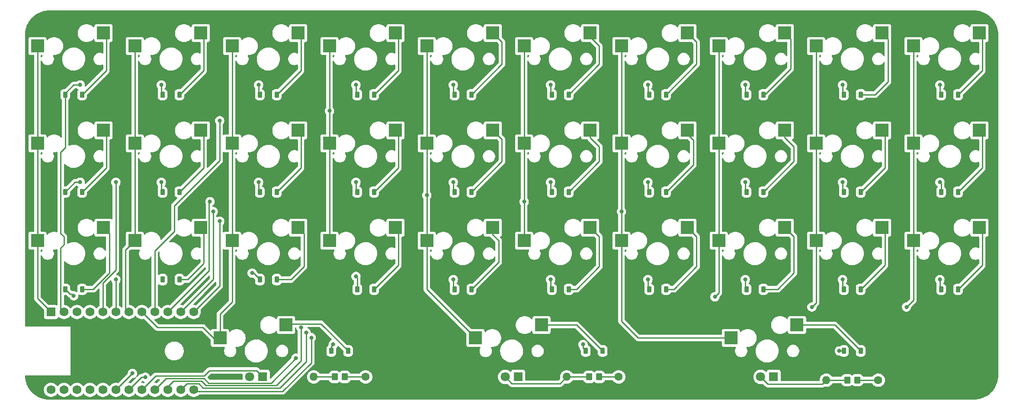
<source format=gbr>
%TF.GenerationSoftware,KiCad,Pcbnew,7.0.2-0*%
%TF.CreationDate,2023-05-11T14:31:08+08:00*%
%TF.ProjectId,Anya,416e7961-2e6b-4696-9361-645f70636258,rev?*%
%TF.SameCoordinates,Original*%
%TF.FileFunction,Copper,L2,Bot*%
%TF.FilePolarity,Positive*%
%FSLAX46Y46*%
G04 Gerber Fmt 4.6, Leading zero omitted, Abs format (unit mm)*
G04 Created by KiCad (PCBNEW 7.0.2-0) date 2023-05-11 14:31:08*
%MOMM*%
%LPD*%
G01*
G04 APERTURE LIST*
G04 Aperture macros list*
%AMRoundRect*
0 Rectangle with rounded corners*
0 $1 Rounding radius*
0 $2 $3 $4 $5 $6 $7 $8 $9 X,Y pos of 4 corners*
0 Add a 4 corners polygon primitive as box body*
4,1,4,$2,$3,$4,$5,$6,$7,$8,$9,$2,$3,0*
0 Add four circle primitives for the rounded corners*
1,1,$1+$1,$2,$3*
1,1,$1+$1,$4,$5*
1,1,$1+$1,$6,$7*
1,1,$1+$1,$8,$9*
0 Add four rect primitives between the rounded corners*
20,1,$1+$1,$2,$3,$4,$5,0*
20,1,$1+$1,$4,$5,$6,$7,0*
20,1,$1+$1,$6,$7,$8,$9,0*
20,1,$1+$1,$8,$9,$2,$3,0*%
G04 Aperture macros list end*
%TA.AperFunction,SMDPad,CuDef*%
%ADD10R,2.550000X2.500000*%
%TD*%
%TA.AperFunction,ComponentPad*%
%ADD11R,1.800000X1.800000*%
%TD*%
%TA.AperFunction,ComponentPad*%
%ADD12C,1.800000*%
%TD*%
%TA.AperFunction,ComponentPad*%
%ADD13C,1.600000*%
%TD*%
%TA.AperFunction,ComponentPad*%
%ADD14O,1.600000X1.600000*%
%TD*%
%TA.AperFunction,SMDPad,CuDef*%
%ADD15RoundRect,0.225000X0.225000X0.375000X-0.225000X0.375000X-0.225000X-0.375000X0.225000X-0.375000X0*%
%TD*%
%TA.AperFunction,ComponentPad*%
%ADD16R,1.752600X1.752600*%
%TD*%
%TA.AperFunction,ComponentPad*%
%ADD17C,1.752600*%
%TD*%
%TA.AperFunction,SMDPad,CuDef*%
%ADD18RoundRect,0.250000X0.350000X0.450000X-0.350000X0.450000X-0.350000X-0.450000X0.350000X-0.450000X0*%
%TD*%
%TA.AperFunction,ViaPad*%
%ADD19C,0.800000*%
%TD*%
%TA.AperFunction,Conductor*%
%ADD20C,0.250000*%
%TD*%
G04 APERTURE END LIST*
D10*
%TO.P,SW32,1,1*%
%TO.N,Col 5*%
X142140000Y-99060000D03*
%TO.P,SW32,2,2*%
%TO.N,Net-(D32-K)*%
X155067000Y-96520000D03*
%TD*%
%TO.P,SW29,1,1*%
%TO.N,Col 9*%
X208815000Y-80010000D03*
%TO.P,SW29,2,2*%
%TO.N,Net-(D29-K)*%
X221742000Y-77470000D03*
%TD*%
D11*
%TO.P,D34,1,K*%
%TO.N,Left*%
X100488750Y-106680000D03*
D12*
%TO.P,D34,2,A*%
%TO.N,Net-(D34-A)*%
X97948750Y-106680000D03*
%TD*%
D10*
%TO.P,SW13,1,1*%
%TO.N,Col 3*%
X94515000Y-60960000D03*
%TO.P,SW13,2,2*%
%TO.N,Net-(D13-K)*%
X107442000Y-58420000D03*
%TD*%
%TO.P,SW27,1,1*%
%TO.N,Col 7*%
X170715000Y-80010000D03*
%TO.P,SW27,2,2*%
%TO.N,Net-(D27-K)*%
X183642000Y-77470000D03*
%TD*%
%TO.P,SW24,1,1*%
%TO.N,Col 4*%
X113565000Y-80010000D03*
%TO.P,SW24,2,2*%
%TO.N,Net-(D24-K)*%
X126492000Y-77470000D03*
%TD*%
D13*
%TO.P,R2,1*%
%TO.N,VCC*%
X120650000Y-106680000D03*
D14*
%TO.P,R2,2*%
%TO.N,Net-(D34-A)*%
X110490000Y-106680000D03*
%TD*%
D13*
%TO.P,R4,1*%
%TO.N,VCC*%
X170180000Y-106680000D03*
D14*
%TO.P,R4,2*%
%TO.N,Net-(D35-A)*%
X160020000Y-106680000D03*
%TD*%
D10*
%TO.P,SW8,1,1*%
%TO.N,Col 8*%
X189765000Y-41910000D03*
%TO.P,SW8,2,2*%
%TO.N,Net-(D8-K)*%
X202692000Y-39370000D03*
%TD*%
%TO.P,SW15,1,1*%
%TO.N,Col 5*%
X132615000Y-60960000D03*
%TO.P,SW15,2,2*%
%TO.N,Net-(D15-K)*%
X145542000Y-58420000D03*
%TD*%
D13*
%TO.P,R6,1*%
%TO.N,VCC*%
X220980000Y-107315000D03*
D14*
%TO.P,R6,2*%
%TO.N,Net-(D36-A)*%
X210820000Y-107315000D03*
%TD*%
D10*
%TO.P,SW1,1,1*%
%TO.N,Col 1*%
X56415000Y-41910000D03*
%TO.P,SW1,2,2*%
%TO.N,Net-(D1-K)*%
X69342000Y-39370000D03*
%TD*%
%TO.P,SW6,1,1*%
%TO.N,Col 6*%
X151665000Y-41910000D03*
%TO.P,SW6,2,2*%
%TO.N,Net-(D6-K)*%
X164592000Y-39370000D03*
%TD*%
%TO.P,SW2,1,1*%
%TO.N,Col 2*%
X75465000Y-41910000D03*
%TO.P,SW2,2,2*%
%TO.N,Net-(D2-K)*%
X88392000Y-39370000D03*
%TD*%
%TO.P,SW7,1,1*%
%TO.N,Col 7*%
X170715000Y-41910000D03*
%TO.P,SW7,2,2*%
%TO.N,Net-(D7-K)*%
X183642000Y-39370000D03*
%TD*%
%TO.P,SW26,1,1*%
%TO.N,Col 6*%
X151665000Y-80010000D03*
%TO.P,SW26,2,2*%
%TO.N,Net-(D26-K)*%
X164592000Y-77470000D03*
%TD*%
%TO.P,SW3,1,1*%
%TO.N,Col 3*%
X94515000Y-41910000D03*
%TO.P,SW3,2,2*%
%TO.N,Net-(D3-K)*%
X107442000Y-39370000D03*
%TD*%
%TO.P,SW21,1,1*%
%TO.N,Col 1*%
X56415000Y-80010000D03*
%TO.P,SW21,2,2*%
%TO.N,Net-(D21-K)*%
X69342000Y-77470000D03*
%TD*%
D11*
%TO.P,D35,1,K*%
%TO.N,Middle*%
X150495000Y-106680000D03*
D12*
%TO.P,D35,2,A*%
%TO.N,Net-(D35-A)*%
X147955000Y-106680000D03*
%TD*%
D11*
%TO.P,D36,1,K*%
%TO.N,Right*%
X200501250Y-106680000D03*
D12*
%TO.P,D36,2,A*%
%TO.N,Net-(D36-A)*%
X197961250Y-106680000D03*
%TD*%
D10*
%TO.P,SW12,1,1*%
%TO.N,Col 2*%
X75465000Y-60960000D03*
%TO.P,SW12,2,2*%
%TO.N,Net-(D12-K)*%
X88392000Y-58420000D03*
%TD*%
%TO.P,SW31,1,1*%
%TO.N,Col 3*%
X92133750Y-99060000D03*
%TO.P,SW31,2,2*%
%TO.N,Net-(D31-K)*%
X105060750Y-96520000D03*
%TD*%
%TO.P,SW23,1,1*%
%TO.N,Col 3*%
X94515000Y-80010000D03*
%TO.P,SW23,2,2*%
%TO.N,Net-(D23-K)*%
X107442000Y-77470000D03*
%TD*%
%TO.P,SW10,1,1*%
%TO.N,Col 10*%
X227865000Y-41910000D03*
%TO.P,SW10,2,2*%
%TO.N,Net-(D10-K)*%
X240792000Y-39370000D03*
%TD*%
%TO.P,SW17,1,1*%
%TO.N,Col 7*%
X170715000Y-60960000D03*
%TO.P,SW17,2,2*%
%TO.N,Net-(D17-K)*%
X183642000Y-58420000D03*
%TD*%
%TO.P,SW4,1,1*%
%TO.N,Col 4*%
X113565000Y-41910000D03*
%TO.P,SW4,2,2*%
%TO.N,Net-(D4-K)*%
X126492000Y-39370000D03*
%TD*%
%TO.P,SW14,1,1*%
%TO.N,Col 4*%
X113565000Y-60960000D03*
%TO.P,SW14,2,2*%
%TO.N,Net-(D14-K)*%
X126492000Y-58420000D03*
%TD*%
%TO.P,SW20,1,1*%
%TO.N,Col 10*%
X227865000Y-60960000D03*
%TO.P,SW20,2,2*%
%TO.N,Net-(D20-K)*%
X240792000Y-58420000D03*
%TD*%
%TO.P,SW9,1,1*%
%TO.N,Col 9*%
X208815000Y-41910000D03*
%TO.P,SW9,2,2*%
%TO.N,Net-(D9-K)*%
X221742000Y-39370000D03*
%TD*%
%TO.P,SW30,1,1*%
%TO.N,Col 10*%
X227865000Y-80010000D03*
%TO.P,SW30,2,2*%
%TO.N,Net-(D30-K)*%
X240792000Y-77470000D03*
%TD*%
%TO.P,SW33,1,1*%
%TO.N,Col 7*%
X192146250Y-99060000D03*
%TO.P,SW33,2,2*%
%TO.N,Net-(D33-K)*%
X205073250Y-96520000D03*
%TD*%
%TO.P,SW25,1,1*%
%TO.N,Col 5*%
X132615000Y-80010000D03*
%TO.P,SW25,2,2*%
%TO.N,Net-(D25-K)*%
X145542000Y-77470000D03*
%TD*%
%TO.P,SW5,1,1*%
%TO.N,Col 5*%
X132615000Y-41910000D03*
%TO.P,SW5,2,2*%
%TO.N,Net-(D5-K)*%
X145542000Y-39370000D03*
%TD*%
%TO.P,SW19,1,1*%
%TO.N,Col 9*%
X208815000Y-60960000D03*
%TO.P,SW19,2,2*%
%TO.N,Net-(D19-K)*%
X221742000Y-58420000D03*
%TD*%
%TO.P,SW11,1,1*%
%TO.N,Col 1*%
X56415000Y-60960000D03*
%TO.P,SW11,2,2*%
%TO.N,Net-(D11-K)*%
X69342000Y-58420000D03*
%TD*%
%TO.P,SW28,1,1*%
%TO.N,Col 8*%
X189765000Y-80010000D03*
%TO.P,SW28,2,2*%
%TO.N,Net-(D28-K)*%
X202692000Y-77470000D03*
%TD*%
%TO.P,SW16,1,1*%
%TO.N,Col 6*%
X151665000Y-60960000D03*
%TO.P,SW16,2,2*%
%TO.N,Net-(D16-K)*%
X164592000Y-58420000D03*
%TD*%
%TO.P,SW18,1,1*%
%TO.N,Col 8*%
X189765000Y-60960000D03*
%TO.P,SW18,2,2*%
%TO.N,Net-(D18-K)*%
X202692000Y-58420000D03*
%TD*%
%TO.P,SW22,1,1*%
%TO.N,Col 2*%
X75465000Y-80010000D03*
%TO.P,SW22,2,2*%
%TO.N,Net-(D22-K)*%
X88392000Y-77470000D03*
%TD*%
D15*
%TO.P,D20,1,K*%
%TO.N,Net-(D20-K)*%
X236600000Y-70485000D03*
%TO.P,D20,2,A*%
%TO.N,Row 2*%
X233300000Y-70485000D03*
%TD*%
%TO.P,D12,1,K*%
%TO.N,Net-(D12-K)*%
X84200000Y-70485000D03*
%TO.P,D12,2,A*%
%TO.N,Row 2*%
X80900000Y-70485000D03*
%TD*%
%TO.P,D7,1,K*%
%TO.N,Net-(D7-K)*%
X179450000Y-51435000D03*
%TO.P,D7,2,A*%
%TO.N,Row 1*%
X176150000Y-51435000D03*
%TD*%
D16*
%TO.P,U1,1,TX0/PD3*%
%TO.N,Col 1*%
X59055000Y-93980000D03*
D17*
%TO.P,U1,2,RX1/PD2*%
%TO.N,Row 1*%
X61595000Y-93980000D03*
%TO.P,U1,3,GND*%
%TO.N,GND*%
X64135000Y-93980000D03*
%TO.P,U1,4,GND*%
X66675000Y-93980000D03*
%TO.P,U1,5,2/PD1*%
%TO.N,Row 2*%
X69215000Y-93980000D03*
%TO.P,U1,6,3/PD0*%
%TO.N,Row 3*%
X71755000Y-93980000D03*
%TO.P,U1,7,4/PD4*%
%TO.N,Col 2*%
X74295000Y-93980000D03*
%TO.P,U1,8,5/PC6*%
%TO.N,Col 3*%
X76835000Y-93980000D03*
%TO.P,U1,9,6/PD7*%
%TO.N,Col 4*%
X79375000Y-93980000D03*
%TO.P,U1,10,7/PE6*%
%TO.N,Col 5*%
X81915000Y-93980000D03*
%TO.P,U1,11,8/PB4*%
%TO.N,Col 6*%
X84455000Y-93980000D03*
%TO.P,U1,12,9/PB5*%
%TO.N,Col 7*%
X86995000Y-93980000D03*
%TO.P,U1,13,10/PB6*%
%TO.N,Col 10*%
X86995000Y-109220000D03*
%TO.P,U1,14,16/PB2*%
%TO.N,Col 9*%
X84455000Y-109220000D03*
%TO.P,U1,15,14/PB3*%
%TO.N,Col 8*%
X81915000Y-109220000D03*
%TO.P,U1,16,15/PB1*%
%TO.N,Row 4*%
X79375000Y-109220000D03*
%TO.P,U1,17,A0/PF7*%
%TO.N,Left*%
X76835000Y-109220000D03*
%TO.P,U1,18,A1/PF6*%
%TO.N,Middle*%
X74295000Y-109220000D03*
%TO.P,U1,19,A2/PF5*%
%TO.N,Right*%
X71755000Y-109220000D03*
%TO.P,U1,20,A3/PF4*%
%TO.N,unconnected-(U1-A3{slash}PF4-Pad20)*%
X69215000Y-109220000D03*
%TO.P,U1,21,VCC*%
%TO.N,VCC*%
X66675000Y-109220000D03*
%TO.P,U1,22,RST*%
%TO.N,unconnected-(U1-RST-Pad22)*%
X64135000Y-109220000D03*
%TO.P,U1,23,GND*%
%TO.N,GND*%
X61595000Y-109220000D03*
%TO.P,U1,24,RAW*%
%TO.N,unconnected-(U1-RAW-Pad24)*%
X59055000Y-109220000D03*
%TD*%
D15*
%TO.P,D14,1,K*%
%TO.N,Net-(D14-K)*%
X122300000Y-70485000D03*
%TO.P,D14,2,A*%
%TO.N,Row 2*%
X119000000Y-70485000D03*
%TD*%
%TO.P,D30,1,K*%
%TO.N,Net-(D30-K)*%
X236600000Y-89535000D03*
%TO.P,D30,2,A*%
%TO.N,Row 3*%
X233300000Y-89535000D03*
%TD*%
%TO.P,D23,1,K*%
%TO.N,Net-(D23-K)*%
X103250000Y-87630000D03*
%TO.P,D23,2,A*%
%TO.N,Row 3*%
X99950000Y-87630000D03*
%TD*%
%TO.P,D13,1,K*%
%TO.N,Net-(D13-K)*%
X103250000Y-70485000D03*
%TO.P,D13,2,A*%
%TO.N,Row 2*%
X99950000Y-70485000D03*
%TD*%
%TO.P,D32,1,K*%
%TO.N,Net-(D32-K)*%
X167020000Y-101600000D03*
%TO.P,D32,2,A*%
%TO.N,Row 4*%
X163720000Y-101600000D03*
%TD*%
%TO.P,D10,1,K*%
%TO.N,Net-(D10-K)*%
X236600000Y-51435000D03*
%TO.P,D10,2,A*%
%TO.N,Row 1*%
X233300000Y-51435000D03*
%TD*%
%TO.P,D19,1,K*%
%TO.N,Net-(D19-K)*%
X217550000Y-70485000D03*
%TO.P,D19,2,A*%
%TO.N,Row 2*%
X214250000Y-70485000D03*
%TD*%
D18*
%TO.P,R5,1*%
%TO.N,VCC*%
X216900000Y-107315000D03*
%TO.P,R5,2*%
%TO.N,Net-(D36-A)*%
X214900000Y-107315000D03*
%TD*%
D15*
%TO.P,D9,1,K*%
%TO.N,Net-(D9-K)*%
X217550000Y-51435000D03*
%TO.P,D9,2,A*%
%TO.N,Row 1*%
X214250000Y-51435000D03*
%TD*%
%TO.P,D28,1,K*%
%TO.N,Net-(D28-K)*%
X198500000Y-89535000D03*
%TO.P,D28,2,A*%
%TO.N,Row 3*%
X195200000Y-89535000D03*
%TD*%
%TO.P,D33,1,K*%
%TO.N,Net-(D33-K)*%
X217550000Y-101600000D03*
%TO.P,D33,2,A*%
%TO.N,Row 4*%
X214250000Y-101600000D03*
%TD*%
%TO.P,D6,1,K*%
%TO.N,Net-(D6-K)*%
X160400000Y-51435000D03*
%TO.P,D6,2,A*%
%TO.N,Row 1*%
X157100000Y-51435000D03*
%TD*%
%TO.P,D5,1,K*%
%TO.N,Net-(D5-K)*%
X141350000Y-51435000D03*
%TO.P,D5,2,A*%
%TO.N,Row 1*%
X138050000Y-51435000D03*
%TD*%
%TO.P,D16,1,K*%
%TO.N,Net-(D16-K)*%
X160400000Y-70485000D03*
%TO.P,D16,2,A*%
%TO.N,Row 2*%
X157100000Y-70485000D03*
%TD*%
%TO.P,D11,1,K*%
%TO.N,Net-(D11-K)*%
X65150000Y-70485000D03*
%TO.P,D11,2,A*%
%TO.N,Row 2*%
X61850000Y-70485000D03*
%TD*%
%TO.P,D4,1,K*%
%TO.N,Net-(D4-K)*%
X122300000Y-51435000D03*
%TO.P,D4,2,A*%
%TO.N,Row 1*%
X119000000Y-51435000D03*
%TD*%
D18*
%TO.P,R1,1*%
%TO.N,VCC*%
X116570000Y-106680000D03*
%TO.P,R1,2*%
%TO.N,Net-(D34-A)*%
X114570000Y-106680000D03*
%TD*%
D15*
%TO.P,D15,1,K*%
%TO.N,Net-(D15-K)*%
X141350000Y-70485000D03*
%TO.P,D15,2,A*%
%TO.N,Row 2*%
X138050000Y-70485000D03*
%TD*%
%TO.P,D29,1,K*%
%TO.N,Net-(D29-K)*%
X217550000Y-89535000D03*
%TO.P,D29,2,A*%
%TO.N,Row 3*%
X214250000Y-89535000D03*
%TD*%
%TO.P,D26,1,K*%
%TO.N,Net-(D26-K)*%
X160400000Y-89535000D03*
%TO.P,D26,2,A*%
%TO.N,Row 3*%
X157100000Y-89535000D03*
%TD*%
%TO.P,D31,1,K*%
%TO.N,Net-(D31-K)*%
X117220000Y-101600000D03*
%TO.P,D31,2,A*%
%TO.N,Row 4*%
X113920000Y-101600000D03*
%TD*%
%TO.P,D25,1,K*%
%TO.N,Net-(D25-K)*%
X141350000Y-89535000D03*
%TO.P,D25,2,A*%
%TO.N,Row 3*%
X138050000Y-89535000D03*
%TD*%
%TO.P,D1,1,K*%
%TO.N,Net-(D1-K)*%
X65150000Y-51435000D03*
%TO.P,D1,2,A*%
%TO.N,Row 1*%
X61850000Y-51435000D03*
%TD*%
%TO.P,D3,1,K*%
%TO.N,Net-(D3-K)*%
X103250000Y-51435000D03*
%TO.P,D3,2,A*%
%TO.N,Row 1*%
X99950000Y-51435000D03*
%TD*%
%TO.P,D8,1,K*%
%TO.N,Net-(D8-K)*%
X198500000Y-51435000D03*
%TO.P,D8,2,A*%
%TO.N,Row 1*%
X195200000Y-51435000D03*
%TD*%
%TO.P,D27,1,K*%
%TO.N,Net-(D27-K)*%
X179450000Y-89535000D03*
%TO.P,D27,2,A*%
%TO.N,Row 3*%
X176150000Y-89535000D03*
%TD*%
%TO.P,D2,1,K*%
%TO.N,Net-(D2-K)*%
X84200000Y-51435000D03*
%TO.P,D2,2,A*%
%TO.N,Row 1*%
X80900000Y-51435000D03*
%TD*%
%TO.P,D24,1,K*%
%TO.N,Net-(D24-K)*%
X122300000Y-89535000D03*
%TO.P,D24,2,A*%
%TO.N,Row 3*%
X119000000Y-89535000D03*
%TD*%
%TO.P,D22,1,K*%
%TO.N,Net-(D22-K)*%
X84200000Y-87630000D03*
%TO.P,D22,2,A*%
%TO.N,Row 3*%
X80900000Y-87630000D03*
%TD*%
%TO.P,D21,1,K*%
%TO.N,Net-(D21-K)*%
X65150000Y-89535000D03*
%TO.P,D21,2,A*%
%TO.N,Row 3*%
X61850000Y-89535000D03*
%TD*%
%TO.P,D18,1,K*%
%TO.N,Net-(D18-K)*%
X198500000Y-70485000D03*
%TO.P,D18,2,A*%
%TO.N,Row 2*%
X195200000Y-70485000D03*
%TD*%
%TO.P,D17,1,K*%
%TO.N,Net-(D17-K)*%
X179450000Y-70485000D03*
%TO.P,D17,2,A*%
%TO.N,Row 2*%
X176150000Y-70485000D03*
%TD*%
D18*
%TO.P,R3,1*%
%TO.N,VCC*%
X166370000Y-106680000D03*
%TO.P,R3,2*%
%TO.N,Net-(D35-A)*%
X164370000Y-106680000D03*
%TD*%
D19*
%TO.N,Right*%
X75000000Y-106000000D03*
%TO.N,Middle*%
X77512300Y-106724500D03*
%TO.N,Row 4*%
X107000000Y-103000000D03*
%TO.N,Col 8*%
X108000000Y-97000000D03*
X189000000Y-91000000D03*
%TO.N,Col 9*%
X208000000Y-93000000D03*
X109000000Y-98000000D03*
%TO.N,Col 10*%
X226500000Y-93000000D03*
X110000000Y-99000000D03*
%TO.N,Row 1*%
X137795000Y-49530000D03*
X118745000Y-49530000D03*
X213995000Y-49530000D03*
X80645000Y-49530000D03*
X194945000Y-49530000D03*
X99695000Y-49530000D03*
X233045000Y-49530000D03*
X175895000Y-49530000D03*
X156845000Y-49530000D03*
X64770000Y-49530000D03*
%TO.N,Row 2*%
X175895000Y-68580000D03*
X71755000Y-68580000D03*
X64770000Y-68580000D03*
X213995000Y-68580000D03*
X137795000Y-68580000D03*
X80645000Y-68580000D03*
X118745000Y-68580000D03*
X233045000Y-68580000D03*
X194945000Y-68580000D03*
X99695000Y-68580000D03*
X156845000Y-68580000D03*
%TO.N,Row 3*%
X156845000Y-87630000D03*
X80900000Y-87630000D03*
X233045000Y-87630000D03*
X63500000Y-90805000D03*
X98425000Y-86360000D03*
X194945000Y-87630000D03*
X137795000Y-87630000D03*
X71755000Y-87630000D03*
X118745000Y-86995000D03*
X175895000Y-87630000D03*
X213995000Y-87630000D03*
%TO.N,Row 4*%
X163195000Y-100330000D03*
X114300000Y-100330000D03*
X213360000Y-101600000D03*
%TO.N,Col 4*%
X113565000Y-54610000D03*
X92075000Y-56515000D03*
%TO.N,Col 5*%
X132615000Y-71120000D03*
X90170000Y-72390000D03*
%TO.N,Col 6*%
X90805000Y-74295000D03*
X151665000Y-72390000D03*
%TO.N,Col 7*%
X92075000Y-76200000D03*
X170715000Y-74295000D03*
%TD*%
D20*
%TO.N,Col 10*%
X227865000Y-80010000D02*
X227865000Y-91635000D01*
X227865000Y-91635000D02*
X226500000Y-93000000D01*
%TO.N,Col 8*%
X103145998Y-108354002D02*
X108000000Y-103500000D01*
X83000000Y-107500000D02*
X88500000Y-107500000D01*
X108000000Y-103500000D02*
X108000000Y-97000000D01*
X88500000Y-107500000D02*
X89354002Y-108354002D01*
X89354002Y-108354002D02*
X103145998Y-108354002D01*
X81915000Y-108585000D02*
X83000000Y-107500000D01*
%TO.N,Col 10*%
X110000000Y-103897989D02*
X110000000Y-99000000D01*
X87275000Y-109500000D02*
X104397989Y-109500000D01*
X104397989Y-109500000D02*
X110000000Y-103897989D01*
%TO.N,Col 3*%
X92133750Y-99060000D02*
X92133750Y-94366250D01*
X92133750Y-94366250D02*
X94515000Y-91985000D01*
X94515000Y-91985000D02*
X94515000Y-80010000D01*
X91498750Y-99695000D02*
X88803750Y-97000000D01*
X79855000Y-97000000D02*
X76835000Y-93980000D01*
X88803750Y-97000000D02*
X79855000Y-97000000D01*
%TO.N,Right*%
X74975000Y-106000000D02*
X75000000Y-106000000D01*
X71755000Y-109220000D02*
X74975000Y-106000000D01*
%TO.N,Left*%
X76835000Y-109220000D02*
X79555000Y-106500000D01*
X79555000Y-106500000D02*
X89000000Y-106500000D01*
X89000000Y-106500000D02*
X90045000Y-105455000D01*
X90045000Y-105455000D02*
X99263750Y-105455000D01*
X99263750Y-105455000D02*
X100488750Y-106680000D01*
%TO.N,Row 4*%
X81595000Y-107000000D02*
X89000000Y-107000000D01*
X89000000Y-107000000D02*
X89904501Y-107904501D01*
X89904501Y-107904501D02*
X102120097Y-107904501D01*
X79375000Y-109220000D02*
X81595000Y-107000000D01*
X102120097Y-107904501D02*
X107000000Y-103024598D01*
X107000000Y-103024598D02*
X107000000Y-103000000D01*
%TO.N,Col 9*%
X84455000Y-109220000D02*
X85675000Y-108000000D01*
X85675000Y-108000000D02*
X88000000Y-108000000D01*
X88000000Y-108000000D02*
X88804002Y-108804002D01*
X88804002Y-108804002D02*
X103856286Y-108804002D01*
X103856286Y-108804002D02*
X109000000Y-103660288D01*
X109000000Y-103660288D02*
X109000000Y-98000000D01*
%TO.N,Net-(D35-A)*%
X160020000Y-106680000D02*
X158700000Y-108000000D01*
X158700000Y-108000000D02*
X149275000Y-108000000D01*
X149275000Y-108000000D02*
X147955000Y-106680000D01*
%TO.N,Middle*%
X76790500Y-106724500D02*
X77512300Y-106724500D01*
X74295000Y-109220000D02*
X76790500Y-106724500D01*
%TO.N,Net-(D31-K)*%
X111895500Y-96275500D02*
X105305250Y-96275500D01*
X117220000Y-101600000D02*
X111895500Y-96275500D01*
%TO.N,Col 8*%
X189000000Y-91000000D02*
X189765000Y-90235000D01*
X189765000Y-90235000D02*
X189765000Y-80010000D01*
%TO.N,Col 9*%
X208000000Y-93000000D02*
X208815000Y-92185000D01*
X208815000Y-92185000D02*
X208815000Y-80010000D01*
%TO.N,Col 7*%
X170715000Y-95785000D02*
X170715000Y-80010000D01*
X173990000Y-99060000D02*
X170715000Y-95785000D01*
X192146250Y-99060000D02*
X173990000Y-99060000D01*
%TO.N,Net-(D1-K)*%
X69905000Y-46680000D02*
X65150000Y-51435000D01*
X69905000Y-39933000D02*
X69905000Y-46680000D01*
%TO.N,Row 1*%
X99695000Y-49530000D02*
X99695000Y-51690000D01*
X61565000Y-79233350D02*
X61565000Y-80786650D01*
X63500000Y-49530000D02*
X61850000Y-51180000D01*
X213995000Y-49530000D02*
X213995000Y-51180000D01*
X194945000Y-49530000D02*
X194945000Y-51180000D01*
X233045000Y-49530000D02*
X233045000Y-51180000D01*
X156845000Y-49530000D02*
X156845000Y-51180000D01*
X64770000Y-49530000D02*
X63500000Y-49530000D01*
X61565000Y-80786650D02*
X60960000Y-81391650D01*
X137795000Y-49530000D02*
X137795000Y-51180000D01*
X61850000Y-61791243D02*
X60960000Y-62681243D01*
X60960000Y-93345000D02*
X61595000Y-93980000D01*
X60960000Y-78628350D02*
X61565000Y-79233350D01*
X61850000Y-51435000D02*
X61850000Y-61791243D01*
X60960000Y-62681243D02*
X60960000Y-78628350D01*
X80645000Y-49530000D02*
X80645000Y-51690000D01*
X60960000Y-81391650D02*
X60960000Y-93345000D01*
X175895000Y-49530000D02*
X175895000Y-51180000D01*
X118745000Y-49530000D02*
X118745000Y-51180000D01*
%TO.N,Net-(D2-K)*%
X88955000Y-39933000D02*
X88955000Y-46680000D01*
X88955000Y-46680000D02*
X84200000Y-51435000D01*
%TO.N,Net-(D3-K)*%
X108005000Y-39933000D02*
X108005000Y-46680000D01*
X108005000Y-46680000D02*
X103250000Y-51435000D01*
%TO.N,Net-(D4-K)*%
X127055000Y-39933000D02*
X127055000Y-46680000D01*
X127055000Y-46680000D02*
X122300000Y-51435000D01*
%TO.N,Row 2*%
X175895000Y-68580000D02*
X175895000Y-70230000D01*
X233300000Y-68835000D02*
X233045000Y-68580000D01*
X99695000Y-68580000D02*
X99695000Y-70230000D01*
X233300000Y-70485000D02*
X233300000Y-68835000D01*
X63755000Y-68580000D02*
X61850000Y-70485000D01*
X118745000Y-68580000D02*
X118745000Y-70230000D01*
X137795000Y-68580000D02*
X137795000Y-70230000D01*
X194945000Y-68580000D02*
X194945000Y-70230000D01*
X64770000Y-68580000D02*
X63755000Y-68580000D01*
X71755000Y-85726396D02*
X69215000Y-88266396D01*
X156845000Y-68580000D02*
X156845000Y-70230000D01*
X69215000Y-88266396D02*
X69215000Y-93980000D01*
X213995000Y-68580000D02*
X213995000Y-70230000D01*
X71755000Y-68580000D02*
X71755000Y-85726396D01*
X80645000Y-68580000D02*
X80645000Y-70230000D01*
%TO.N,Net-(D5-K)*%
X147320000Y-45465000D02*
X141350000Y-51435000D01*
X145542000Y-39370000D02*
X147320000Y-41148000D01*
X147320000Y-41148000D02*
X147320000Y-45465000D01*
%TO.N,Net-(D6-K)*%
X166370000Y-45465000D02*
X160400000Y-51435000D01*
X164592000Y-40132000D02*
X166370000Y-41910000D01*
X166370000Y-41910000D02*
X166370000Y-45465000D01*
%TO.N,Col 1*%
X56415000Y-80010000D02*
X56415000Y-91340000D01*
X56415000Y-60960000D02*
X56415000Y-80010000D01*
X56415000Y-91340000D02*
X59055000Y-93980000D01*
X56415000Y-41910000D02*
X56415000Y-60960000D01*
%TO.N,Col 2*%
X73660000Y-93345000D02*
X74295000Y-93980000D01*
X75465000Y-60960000D02*
X75465000Y-41910000D01*
X75465000Y-80010000D02*
X73660000Y-81815000D01*
X73660000Y-81815000D02*
X73660000Y-93345000D01*
X75465000Y-80010000D02*
X75465000Y-60960000D01*
%TO.N,Col 3*%
X94515000Y-60960000D02*
X94515000Y-41910000D01*
X94515000Y-80010000D02*
X94515000Y-60960000D01*
%TO.N,Net-(D7-K)*%
X185420000Y-45465000D02*
X179450000Y-51435000D01*
X183642000Y-39370000D02*
X185420000Y-41148000D01*
X185420000Y-41148000D02*
X185420000Y-45465000D01*
%TO.N,Net-(D8-K)*%
X202692000Y-39370000D02*
X203835000Y-40513000D01*
X203835000Y-46355000D02*
X198755000Y-51435000D01*
X203835000Y-40513000D02*
X203835000Y-46355000D01*
%TO.N,Net-(D9-K)*%
X222885000Y-48895000D02*
X220345000Y-51435000D01*
X222885000Y-40513000D02*
X222885000Y-48895000D01*
X220345000Y-51435000D02*
X217550000Y-51435000D01*
X221742000Y-39370000D02*
X222885000Y-40513000D01*
%TO.N,Net-(D10-K)*%
X241355000Y-46680000D02*
X236600000Y-51435000D01*
X241355000Y-39933000D02*
X241355000Y-46680000D01*
%TO.N,Net-(D11-K)*%
X69905000Y-65730000D02*
X65150000Y-70485000D01*
X69905000Y-58983000D02*
X69905000Y-65730000D01*
%TO.N,Net-(D12-K)*%
X88955000Y-65730000D02*
X84200000Y-70485000D01*
X88955000Y-58983000D02*
X88955000Y-65730000D01*
%TO.N,Net-(D13-K)*%
X108005000Y-58983000D02*
X108005000Y-65730000D01*
X108005000Y-65730000D02*
X103250000Y-70485000D01*
%TO.N,Net-(D14-K)*%
X127055000Y-59110000D02*
X127055000Y-65730000D01*
X127055000Y-65730000D02*
X122300000Y-70485000D01*
%TO.N,Net-(D15-K)*%
X147320000Y-64515000D02*
X141350000Y-70485000D01*
X145542000Y-58420000D02*
X147320000Y-60198000D01*
X147320000Y-60198000D02*
X147320000Y-64515000D01*
%TO.N,Net-(D16-K)*%
X164592000Y-58420000D02*
X164592000Y-59817000D01*
X166370000Y-61595000D02*
X166370000Y-64515000D01*
X166370000Y-64515000D02*
X160400000Y-70485000D01*
X164592000Y-59817000D02*
X166370000Y-61595000D01*
%TO.N,Net-(D17-K)*%
X183642000Y-59182000D02*
X184785000Y-60325000D01*
X184785000Y-60325000D02*
X184785000Y-65150000D01*
X184785000Y-65150000D02*
X179450000Y-70485000D01*
%TO.N,Net-(D18-K)*%
X204470000Y-61595000D02*
X204470000Y-64515000D01*
X202692000Y-59817000D02*
X204470000Y-61595000D01*
X204470000Y-64515000D02*
X198500000Y-70485000D01*
X202692000Y-58420000D02*
X202692000Y-59817000D01*
%TO.N,Net-(D19-K)*%
X222305000Y-58983000D02*
X222305000Y-65730000D01*
X222305000Y-65730000D02*
X217550000Y-70485000D01*
%TO.N,Net-(D20-K)*%
X241355000Y-58983000D02*
X241355000Y-65730000D01*
X241355000Y-65730000D02*
X236600000Y-70485000D01*
%TO.N,Net-(D21-K)*%
X70485000Y-86360000D02*
X70485000Y-78613000D01*
X67310000Y-89535000D02*
X70485000Y-86360000D01*
X70485000Y-78613000D02*
X69342000Y-77470000D01*
X65150000Y-89535000D02*
X67310000Y-89535000D01*
%TO.N,Net-(D22-K)*%
X88900000Y-84580000D02*
X88900000Y-84455000D01*
X88900000Y-84455000D02*
X88955000Y-84400000D01*
X85850000Y-87630000D02*
X88900000Y-84580000D01*
X88955000Y-84400000D02*
X88955000Y-78033000D01*
X84200000Y-87630000D02*
X85850000Y-87630000D01*
%TO.N,Net-(D23-K)*%
X108585000Y-78613000D02*
X107442000Y-77470000D01*
X103250000Y-87630000D02*
X106045000Y-87630000D01*
X108585000Y-85090000D02*
X108585000Y-78613000D01*
X106045000Y-87630000D02*
X108585000Y-85090000D01*
%TO.N,Net-(D24-K)*%
X127055000Y-84780000D02*
X122300000Y-89535000D01*
X127055000Y-78033000D02*
X127055000Y-84780000D01*
%TO.N,Net-(D25-K)*%
X146685000Y-80010000D02*
X146685000Y-84200000D01*
X146685000Y-84200000D02*
X141350000Y-89535000D01*
X145542000Y-77470000D02*
X145542000Y-78867000D01*
X145542000Y-78867000D02*
X146685000Y-80010000D01*
%TO.N,Net-(D26-K)*%
X166370000Y-85090000D02*
X161925000Y-89535000D01*
X166370000Y-79248000D02*
X166370000Y-85090000D01*
X161925000Y-89535000D02*
X160400000Y-89535000D01*
X164592000Y-77470000D02*
X166370000Y-79248000D01*
%TO.N,Net-(D27-K)*%
X183642000Y-77470000D02*
X185420000Y-79248000D01*
X185420000Y-79248000D02*
X185420000Y-85090000D01*
X185420000Y-85090000D02*
X180975000Y-89535000D01*
X180975000Y-89535000D02*
X179450000Y-89535000D01*
%TO.N,Net-(D28-K)*%
X202692000Y-77470000D02*
X204470000Y-79248000D01*
X204470000Y-79248000D02*
X204470000Y-86360000D01*
X201295000Y-89535000D02*
X198500000Y-89535000D01*
X204470000Y-86360000D02*
X201295000Y-89535000D01*
%TO.N,Net-(D29-K)*%
X222305000Y-78033000D02*
X222305000Y-84780000D01*
X222305000Y-84780000D02*
X217550000Y-89535000D01*
%TO.N,Net-(D30-K)*%
X241355000Y-84780000D02*
X236600000Y-89535000D01*
X241355000Y-78033000D02*
X241355000Y-84780000D01*
%TO.N,Row 3*%
X137795000Y-87630000D02*
X137795000Y-89280000D01*
X63155000Y-90460000D02*
X63500000Y-90805000D01*
X213995000Y-87630000D02*
X213995000Y-89280000D01*
X119000000Y-87250000D02*
X119000000Y-89535000D01*
X175895000Y-87630000D02*
X175895000Y-89280000D01*
X156845000Y-87630000D02*
X156845000Y-89280000D01*
X62775000Y-90460000D02*
X61850000Y-89535000D01*
X233045000Y-87630000D02*
X233045000Y-89280000D01*
X118745000Y-86995000D02*
X119000000Y-87250000D01*
X194945000Y-87630000D02*
X194945000Y-89280000D01*
X98425000Y-86360000D02*
X98680000Y-86360000D01*
X62775000Y-90460000D02*
X63155000Y-90460000D01*
X71755000Y-87630000D02*
X71755000Y-93980000D01*
X98680000Y-86360000D02*
X99950000Y-87630000D01*
%TO.N,Net-(D32-K)*%
X167020000Y-101600000D02*
X161940000Y-96520000D01*
X161940000Y-96520000D02*
X155067000Y-96520000D01*
%TO.N,Net-(D33-K)*%
X217550000Y-101600000D02*
X212470000Y-96520000D01*
X212470000Y-96520000D02*
X205073250Y-96520000D01*
%TO.N,Net-(D34-A)*%
X114570000Y-106680000D02*
X110490000Y-106680000D01*
%TO.N,Row 4*%
X213360000Y-101600000D02*
X214250000Y-101600000D01*
X163195000Y-100330000D02*
X163195000Y-101075000D01*
X113920000Y-101600000D02*
X113920000Y-100710000D01*
X113920000Y-100710000D02*
X114300000Y-100330000D01*
X163195000Y-101075000D02*
X163720000Y-101600000D01*
%TO.N,VCC*%
X166370000Y-106680000D02*
X170180000Y-106680000D01*
X216900000Y-107315000D02*
X220980000Y-107315000D01*
X120650000Y-106680000D02*
X116570000Y-106680000D01*
%TO.N,Net-(D35-A)*%
X164370000Y-106680000D02*
X160020000Y-106680000D01*
%TO.N,Net-(D36-A)*%
X214900000Y-107315000D02*
X210820000Y-107315000D01*
X210820000Y-107315000D02*
X210020001Y-108114999D01*
X199396249Y-108114999D02*
X197961250Y-106680000D01*
X210020001Y-108114999D02*
X199396249Y-108114999D01*
%TO.N,Col 4*%
X92075000Y-64310000D02*
X92075000Y-56515000D01*
X83215000Y-73170000D02*
X92075000Y-64310000D01*
X113565000Y-54610000D02*
X113565000Y-60960000D01*
X79375000Y-82026650D02*
X83215000Y-78186650D01*
X83215000Y-78186650D02*
X83215000Y-73170000D01*
X79375000Y-93980000D02*
X79375000Y-82026650D01*
X113565000Y-60960000D02*
X113565000Y-80010000D01*
X113565000Y-41910000D02*
X113565000Y-54610000D01*
%TO.N,Col 5*%
X81915000Y-93980000D02*
X89992000Y-85903000D01*
X132615000Y-89535000D02*
X142140000Y-99060000D01*
X132615000Y-71120000D02*
X132615000Y-80010000D01*
X132615000Y-41910000D02*
X132615000Y-60960000D01*
X132615000Y-80010000D02*
X132615000Y-89535000D01*
X89992000Y-85903000D02*
X89992000Y-72568000D01*
X132615000Y-60960000D02*
X132615000Y-71120000D01*
X89992000Y-72568000D02*
X90170000Y-72390000D01*
%TO.N,Col 6*%
X90805000Y-87630000D02*
X90805000Y-74295000D01*
X151665000Y-72390000D02*
X151665000Y-80010000D01*
X84455000Y-93980000D02*
X90805000Y-87630000D01*
X151665000Y-60960000D02*
X151665000Y-72390000D01*
X151665000Y-41910000D02*
X151665000Y-60960000D01*
%TO.N,Col 7*%
X92075000Y-76200000D02*
X92075000Y-88900000D01*
X170715000Y-60960000D02*
X170715000Y-80010000D01*
X92075000Y-88900000D02*
X86995000Y-93980000D01*
X170715000Y-41910000D02*
X170715000Y-60960000D01*
%TO.N,Col 8*%
X189765000Y-60960000D02*
X189765000Y-80010000D01*
X189765000Y-41910000D02*
X189765000Y-60960000D01*
%TO.N,Col 9*%
X208815000Y-60960000D02*
X208815000Y-80010000D01*
X208815000Y-41910000D02*
X208815000Y-60960000D01*
%TO.N,Col 10*%
X227865000Y-41910000D02*
X227865000Y-60960000D01*
X227865000Y-80010000D02*
X227865000Y-60960000D01*
%TD*%
%TA.AperFunction,NonConductor*%
G36*
X239715202Y-34925617D02*
G01*
X239906945Y-34933989D01*
X240128955Y-34944253D01*
X240139372Y-34945179D01*
X240345250Y-34972283D01*
X240553083Y-35001275D01*
X240562733Y-35003014D01*
X240768250Y-35048577D01*
X240970324Y-35096104D01*
X240979158Y-35098532D01*
X241181269Y-35162257D01*
X241377346Y-35227976D01*
X241385370Y-35230980D01*
X241385375Y-35230982D01*
X241580571Y-35311834D01*
X241583183Y-35312952D01*
X241770873Y-35395825D01*
X241778023Y-35399260D01*
X241965729Y-35496973D01*
X241968796Y-35498626D01*
X242027125Y-35531115D01*
X242147737Y-35598295D01*
X242154007Y-35602034D01*
X242332654Y-35715845D01*
X242336028Y-35718073D01*
X242504927Y-35833772D01*
X242510282Y-35837657D01*
X242598252Y-35905158D01*
X242678394Y-35966653D01*
X242682116Y-35969624D01*
X242839501Y-36100314D01*
X242844014Y-36104251D01*
X242918496Y-36172502D01*
X243000327Y-36247487D01*
X243004234Y-36251228D01*
X243148770Y-36395764D01*
X243152511Y-36399671D01*
X243295742Y-36555980D01*
X243299690Y-36560504D01*
X243416313Y-36700949D01*
X243430367Y-36717873D01*
X243433345Y-36721604D01*
X243562331Y-36889702D01*
X243566236Y-36895086D01*
X243681907Y-37063943D01*
X243684153Y-37067344D01*
X243797964Y-37245991D01*
X243801713Y-37252278D01*
X243901372Y-37431202D01*
X243903032Y-37434283D01*
X244000728Y-37621954D01*
X244004173Y-37629125D01*
X244087046Y-37816815D01*
X244088173Y-37819448D01*
X244169016Y-38014621D01*
X244172027Y-38022667D01*
X244237747Y-38218746D01*
X244301459Y-38420816D01*
X244303901Y-38429702D01*
X244351428Y-38631775D01*
X244396978Y-38837240D01*
X244398727Y-38846940D01*
X244427719Y-39054772D01*
X244454817Y-39260607D01*
X244455746Y-39271063D01*
X244466010Y-39493065D01*
X244474382Y-39684797D01*
X244474500Y-39690206D01*
X244474500Y-106359793D01*
X244474382Y-106365202D01*
X244466010Y-106556934D01*
X244455746Y-106778934D01*
X244454817Y-106789392D01*
X244427719Y-106995227D01*
X244398728Y-107203056D01*
X244396978Y-107212760D01*
X244351428Y-107418224D01*
X244303902Y-107620294D01*
X244301458Y-107629185D01*
X244237747Y-107831253D01*
X244172025Y-108027337D01*
X244169018Y-108035370D01*
X244088173Y-108230549D01*
X244087046Y-108233183D01*
X244004173Y-108420873D01*
X244000728Y-108428044D01*
X243903032Y-108615715D01*
X243901372Y-108618796D01*
X243801713Y-108797720D01*
X243797964Y-108804007D01*
X243684153Y-108982654D01*
X243681873Y-108986106D01*
X243566255Y-109154887D01*
X243562331Y-109160296D01*
X243433345Y-109328394D01*
X243430367Y-109332125D01*
X243299703Y-109489479D01*
X243295727Y-109494036D01*
X243152511Y-109650327D01*
X243148770Y-109654234D01*
X243004234Y-109798770D01*
X243000327Y-109802511D01*
X242844036Y-109945727D01*
X242839479Y-109949703D01*
X242682125Y-110080367D01*
X242678394Y-110083345D01*
X242510296Y-110212331D01*
X242504887Y-110216255D01*
X242336106Y-110331873D01*
X242332654Y-110334153D01*
X242154007Y-110447964D01*
X242147720Y-110451713D01*
X241968796Y-110551372D01*
X241965715Y-110553032D01*
X241778044Y-110650728D01*
X241770873Y-110654173D01*
X241583183Y-110737046D01*
X241580550Y-110738173D01*
X241385377Y-110819016D01*
X241377331Y-110822027D01*
X241181253Y-110887747D01*
X240979182Y-110951459D01*
X240970296Y-110953901D01*
X240768224Y-111001428D01*
X240562758Y-111046978D01*
X240553058Y-111048727D01*
X240345227Y-111077719D01*
X240139391Y-111104817D01*
X240128935Y-111105746D01*
X239907141Y-111116001D01*
X239715203Y-111124381D01*
X239709794Y-111124499D01*
X58426898Y-111124499D01*
X58413185Y-111123738D01*
X58240431Y-111104516D01*
X57998109Y-111076875D01*
X57987614Y-111075220D01*
X57786250Y-111034550D01*
X57571305Y-110989276D01*
X57561671Y-110986840D01*
X57359756Y-110927075D01*
X57233337Y-110887747D01*
X57154287Y-110863155D01*
X57145571Y-110860081D01*
X56947523Y-110781835D01*
X56840278Y-110737046D01*
X56750561Y-110699577D01*
X56742790Y-110696011D01*
X56552515Y-110600611D01*
X56549775Y-110599194D01*
X56363430Y-110499889D01*
X56356592Y-110495961D01*
X56351002Y-110492509D01*
X56175005Y-110383820D01*
X56171827Y-110381790D01*
X55996098Y-110265739D01*
X55990209Y-110261599D01*
X55818989Y-110133662D01*
X55815466Y-110130930D01*
X55651648Y-109999089D01*
X55646683Y-109994873D01*
X55487299Y-109852181D01*
X55483539Y-109848672D01*
X55332937Y-109702148D01*
X55328857Y-109697987D01*
X55303781Y-109671184D01*
X55182651Y-109541709D01*
X55178798Y-109537393D01*
X55042564Y-109377317D01*
X55039382Y-109373417D01*
X54919420Y-109220000D01*
X57665453Y-109220000D01*
X57684405Y-109448707D01*
X57684405Y-109448710D01*
X57684406Y-109448712D01*
X57740743Y-109671185D01*
X57818597Y-109848672D01*
X57832932Y-109881353D01*
X57887889Y-109965471D01*
X57958453Y-110073477D01*
X58113886Y-110242322D01*
X58113889Y-110242324D01*
X58294984Y-110383277D01*
X58294986Y-110383278D01*
X58294990Y-110383281D01*
X58496826Y-110492509D01*
X58605356Y-110529767D01*
X58713883Y-110567025D01*
X58713885Y-110567025D01*
X58713887Y-110567026D01*
X58940252Y-110604800D01*
X58940253Y-110604800D01*
X59169747Y-110604800D01*
X59169748Y-110604800D01*
X59396113Y-110567026D01*
X59613174Y-110492509D01*
X59815010Y-110383281D01*
X59996114Y-110242322D01*
X60151547Y-110073477D01*
X60221192Y-109966877D01*
X60274337Y-109921521D01*
X60343569Y-109912097D01*
X60406904Y-109941599D01*
X60428806Y-109966875D01*
X60498453Y-110073477D01*
X60653886Y-110242322D01*
X60653889Y-110242324D01*
X60834984Y-110383277D01*
X60834986Y-110383278D01*
X60834990Y-110383281D01*
X61036826Y-110492509D01*
X61145356Y-110529767D01*
X61253883Y-110567025D01*
X61253885Y-110567025D01*
X61253887Y-110567026D01*
X61480252Y-110604800D01*
X61480253Y-110604800D01*
X61709747Y-110604800D01*
X61709748Y-110604800D01*
X61936113Y-110567026D01*
X62153174Y-110492509D01*
X62355010Y-110383281D01*
X62536114Y-110242322D01*
X62691547Y-110073477D01*
X62761192Y-109966877D01*
X62814337Y-109921521D01*
X62883569Y-109912097D01*
X62946904Y-109941599D01*
X62968806Y-109966875D01*
X63038453Y-110073477D01*
X63193886Y-110242322D01*
X63193889Y-110242324D01*
X63374984Y-110383277D01*
X63374986Y-110383278D01*
X63374990Y-110383281D01*
X63576826Y-110492509D01*
X63685356Y-110529767D01*
X63793883Y-110567025D01*
X63793885Y-110567025D01*
X63793887Y-110567026D01*
X64020252Y-110604800D01*
X64020253Y-110604800D01*
X64249747Y-110604800D01*
X64249748Y-110604800D01*
X64476113Y-110567026D01*
X64693174Y-110492509D01*
X64895010Y-110383281D01*
X65076114Y-110242322D01*
X65231547Y-110073477D01*
X65301193Y-109966875D01*
X65354336Y-109921521D01*
X65423567Y-109912097D01*
X65486903Y-109941598D01*
X65508807Y-109966877D01*
X65566760Y-110055580D01*
X65578453Y-110073477D01*
X65733886Y-110242322D01*
X65733889Y-110242324D01*
X65914984Y-110383277D01*
X65914986Y-110383278D01*
X65914990Y-110383281D01*
X66116826Y-110492509D01*
X66225356Y-110529767D01*
X66333883Y-110567025D01*
X66333885Y-110567025D01*
X66333887Y-110567026D01*
X66560252Y-110604800D01*
X66560253Y-110604800D01*
X66789747Y-110604800D01*
X66789748Y-110604800D01*
X67016113Y-110567026D01*
X67233174Y-110492509D01*
X67435010Y-110383281D01*
X67616114Y-110242322D01*
X67771547Y-110073477D01*
X67841192Y-109966877D01*
X67894337Y-109921521D01*
X67963569Y-109912097D01*
X68026904Y-109941599D01*
X68048806Y-109966875D01*
X68118453Y-110073477D01*
X68273886Y-110242322D01*
X68273889Y-110242324D01*
X68454984Y-110383277D01*
X68454986Y-110383278D01*
X68454990Y-110383281D01*
X68656826Y-110492509D01*
X68765356Y-110529767D01*
X68873883Y-110567025D01*
X68873885Y-110567025D01*
X68873887Y-110567026D01*
X69100252Y-110604800D01*
X69100253Y-110604800D01*
X69329747Y-110604800D01*
X69329748Y-110604800D01*
X69556113Y-110567026D01*
X69773174Y-110492509D01*
X69975010Y-110383281D01*
X70156114Y-110242322D01*
X70311547Y-110073477D01*
X70381192Y-109966877D01*
X70434337Y-109921521D01*
X70503569Y-109912097D01*
X70566904Y-109941599D01*
X70588806Y-109966875D01*
X70658453Y-110073477D01*
X70813886Y-110242322D01*
X70813889Y-110242324D01*
X70994984Y-110383277D01*
X70994986Y-110383278D01*
X70994990Y-110383281D01*
X71196826Y-110492509D01*
X71305356Y-110529767D01*
X71413883Y-110567025D01*
X71413885Y-110567025D01*
X71413887Y-110567026D01*
X71640252Y-110604800D01*
X71640253Y-110604800D01*
X71869747Y-110604800D01*
X71869748Y-110604800D01*
X72096113Y-110567026D01*
X72313174Y-110492509D01*
X72515010Y-110383281D01*
X72696114Y-110242322D01*
X72851547Y-110073477D01*
X72921192Y-109966877D01*
X72974337Y-109921521D01*
X73043569Y-109912097D01*
X73106904Y-109941599D01*
X73128806Y-109966875D01*
X73198453Y-110073477D01*
X73353886Y-110242322D01*
X73353889Y-110242324D01*
X73534984Y-110383277D01*
X73534986Y-110383278D01*
X73534990Y-110383281D01*
X73736826Y-110492509D01*
X73845356Y-110529767D01*
X73953883Y-110567025D01*
X73953885Y-110567025D01*
X73953887Y-110567026D01*
X74180252Y-110604800D01*
X74180253Y-110604800D01*
X74409747Y-110604800D01*
X74409748Y-110604800D01*
X74636113Y-110567026D01*
X74853174Y-110492509D01*
X75055010Y-110383281D01*
X75236114Y-110242322D01*
X75391547Y-110073477D01*
X75461192Y-109966877D01*
X75514337Y-109921521D01*
X75583569Y-109912097D01*
X75646904Y-109941599D01*
X75668806Y-109966875D01*
X75738453Y-110073477D01*
X75893886Y-110242322D01*
X75893889Y-110242324D01*
X76074984Y-110383277D01*
X76074986Y-110383278D01*
X76074990Y-110383281D01*
X76276826Y-110492509D01*
X76385356Y-110529767D01*
X76493883Y-110567025D01*
X76493885Y-110567025D01*
X76493887Y-110567026D01*
X76720252Y-110604800D01*
X76720253Y-110604800D01*
X76949747Y-110604800D01*
X76949748Y-110604800D01*
X77176113Y-110567026D01*
X77393174Y-110492509D01*
X77595010Y-110383281D01*
X77776114Y-110242322D01*
X77931547Y-110073477D01*
X78001192Y-109966877D01*
X78054337Y-109921521D01*
X78123569Y-109912097D01*
X78186904Y-109941599D01*
X78208806Y-109966875D01*
X78278453Y-110073477D01*
X78433886Y-110242322D01*
X78433889Y-110242324D01*
X78614984Y-110383277D01*
X78614986Y-110383278D01*
X78614990Y-110383281D01*
X78816826Y-110492509D01*
X78925356Y-110529767D01*
X79033883Y-110567025D01*
X79033885Y-110567025D01*
X79033887Y-110567026D01*
X79260252Y-110604800D01*
X79260253Y-110604800D01*
X79489747Y-110604800D01*
X79489748Y-110604800D01*
X79716113Y-110567026D01*
X79933174Y-110492509D01*
X80135010Y-110383281D01*
X80316114Y-110242322D01*
X80471547Y-110073477D01*
X80541192Y-109966877D01*
X80594337Y-109921521D01*
X80663569Y-109912097D01*
X80726904Y-109941599D01*
X80748806Y-109966875D01*
X80818453Y-110073477D01*
X80973886Y-110242322D01*
X80973889Y-110242324D01*
X81154984Y-110383277D01*
X81154986Y-110383278D01*
X81154990Y-110383281D01*
X81356826Y-110492509D01*
X81465356Y-110529767D01*
X81573883Y-110567025D01*
X81573885Y-110567025D01*
X81573887Y-110567026D01*
X81800252Y-110604800D01*
X81800253Y-110604800D01*
X82029747Y-110604800D01*
X82029748Y-110604800D01*
X82256113Y-110567026D01*
X82473174Y-110492509D01*
X82675010Y-110383281D01*
X82856114Y-110242322D01*
X83011547Y-110073477D01*
X83081192Y-109966877D01*
X83134337Y-109921521D01*
X83203569Y-109912097D01*
X83266904Y-109941599D01*
X83288806Y-109966875D01*
X83358453Y-110073477D01*
X83513886Y-110242322D01*
X83513889Y-110242324D01*
X83694984Y-110383277D01*
X83694986Y-110383278D01*
X83694990Y-110383281D01*
X83896826Y-110492509D01*
X84005356Y-110529767D01*
X84113883Y-110567025D01*
X84113885Y-110567025D01*
X84113887Y-110567026D01*
X84340252Y-110604800D01*
X84340253Y-110604800D01*
X84569747Y-110604800D01*
X84569748Y-110604800D01*
X84796113Y-110567026D01*
X85013174Y-110492509D01*
X85215010Y-110383281D01*
X85396114Y-110242322D01*
X85551547Y-110073477D01*
X85621192Y-109966877D01*
X85674337Y-109921521D01*
X85743569Y-109912097D01*
X85806904Y-109941599D01*
X85828806Y-109966875D01*
X85898453Y-110073477D01*
X86053886Y-110242322D01*
X86053889Y-110242324D01*
X86234984Y-110383277D01*
X86234986Y-110383278D01*
X86234990Y-110383281D01*
X86436826Y-110492509D01*
X86545356Y-110529767D01*
X86653883Y-110567025D01*
X86653885Y-110567025D01*
X86653887Y-110567026D01*
X86880252Y-110604800D01*
X86880253Y-110604800D01*
X87109747Y-110604800D01*
X87109748Y-110604800D01*
X87336113Y-110567026D01*
X87553174Y-110492509D01*
X87755010Y-110383281D01*
X87936114Y-110242322D01*
X87999454Y-110173516D01*
X88059342Y-110137526D01*
X88090684Y-110133500D01*
X104314356Y-110133500D01*
X104335097Y-110135789D01*
X104337894Y-110135701D01*
X104337898Y-110135702D01*
X104406006Y-110133560D01*
X104409902Y-110133500D01*
X104433947Y-110133500D01*
X104437845Y-110133500D01*
X104441713Y-110133011D01*
X104441936Y-110132983D01*
X104453597Y-110132064D01*
X104497878Y-110130673D01*
X104517487Y-110124975D01*
X104536520Y-110121033D01*
X104556786Y-110118474D01*
X104597995Y-110102157D01*
X104609026Y-110098380D01*
X104651582Y-110086018D01*
X104669149Y-110075628D01*
X104686621Y-110067068D01*
X104705606Y-110059552D01*
X104741464Y-110033498D01*
X104751212Y-110027096D01*
X104789351Y-110004542D01*
X104803789Y-109990103D01*
X104818577Y-109977472D01*
X104835096Y-109965472D01*
X104863348Y-109931319D01*
X104871192Y-109922699D01*
X108113892Y-106680000D01*
X109176501Y-106680000D01*
X109196456Y-106908084D01*
X109255717Y-107129246D01*
X109352474Y-107336744D01*
X109352476Y-107336746D01*
X109352477Y-107336749D01*
X109483802Y-107524300D01*
X109645700Y-107686198D01*
X109833251Y-107817523D01*
X109833254Y-107817524D01*
X109833255Y-107817525D01*
X109862695Y-107831253D01*
X110040757Y-107914284D01*
X110261913Y-107973543D01*
X110490000Y-107993498D01*
X110718087Y-107973543D01*
X110939243Y-107914284D01*
X111146749Y-107817523D01*
X111334300Y-107686198D01*
X111496198Y-107524300D01*
X111539951Y-107461814D01*
X111606779Y-107366376D01*
X111661356Y-107322751D01*
X111708353Y-107313500D01*
X113392206Y-107313500D01*
X113459245Y-107333185D01*
X113505000Y-107385989D01*
X113509909Y-107398491D01*
X113527885Y-107452738D01*
X113586695Y-107548083D01*
X113620971Y-107603654D01*
X113746345Y-107729028D01*
X113746347Y-107729029D01*
X113746348Y-107729030D01*
X113897262Y-107822115D01*
X113936751Y-107835200D01*
X114065573Y-107877887D01*
X114084680Y-107879839D01*
X114169455Y-107888500D01*
X114970544Y-107888499D01*
X115074426Y-107877887D01*
X115242738Y-107822115D01*
X115393652Y-107729030D01*
X115436488Y-107686194D01*
X115482319Y-107640364D01*
X115543642Y-107606879D01*
X115613334Y-107611863D01*
X115657681Y-107640364D01*
X115746345Y-107729028D01*
X115746347Y-107729029D01*
X115746348Y-107729030D01*
X115897262Y-107822115D01*
X115936751Y-107835200D01*
X116065573Y-107877887D01*
X116084680Y-107879839D01*
X116169455Y-107888500D01*
X116970544Y-107888499D01*
X117074426Y-107877887D01*
X117242738Y-107822115D01*
X117393652Y-107729030D01*
X117519030Y-107603652D01*
X117612115Y-107452738D01*
X117630088Y-107398496D01*
X117669860Y-107341052D01*
X117734375Y-107314228D01*
X117747794Y-107313500D01*
X119431647Y-107313500D01*
X119498686Y-107333185D01*
X119533221Y-107366376D01*
X119642937Y-107523065D01*
X119643802Y-107524300D01*
X119805700Y-107686198D01*
X119993251Y-107817523D01*
X119993254Y-107817524D01*
X119993255Y-107817525D01*
X120022695Y-107831253D01*
X120200757Y-107914284D01*
X120421913Y-107973543D01*
X120573970Y-107986846D01*
X120649999Y-107993498D01*
X120649999Y-107993497D01*
X120650000Y-107993498D01*
X120878087Y-107973543D01*
X121099243Y-107914284D01*
X121306749Y-107817523D01*
X121494300Y-107686198D01*
X121656198Y-107524300D01*
X121787523Y-107336749D01*
X121884284Y-107129243D01*
X121943543Y-106908087D01*
X121963498Y-106680000D01*
X121963498Y-106679999D01*
X146541672Y-106679999D01*
X146560948Y-106912621D01*
X146560948Y-106912624D01*
X146560949Y-106912626D01*
X146588079Y-107019762D01*
X146618251Y-107138908D01*
X146712016Y-107352669D01*
X146839684Y-107548081D01*
X146917858Y-107633000D01*
X146997780Y-107719818D01*
X147181983Y-107863190D01*
X147387273Y-107974287D01*
X147428193Y-107988335D01*
X147608046Y-108050080D01*
X147838288Y-108088500D01*
X148071712Y-108088500D01*
X148301951Y-108050080D01*
X148323448Y-108042700D01*
X148393247Y-108039548D01*
X148451394Y-108072298D01*
X148612278Y-108233183D01*
X148767912Y-108388817D01*
X148780956Y-108405098D01*
X148782999Y-108407016D01*
X148783000Y-108407018D01*
X148832685Y-108453675D01*
X148835449Y-108456354D01*
X148855230Y-108476135D01*
X148858306Y-108478521D01*
X148858503Y-108478674D01*
X148867372Y-108486249D01*
X148899679Y-108516586D01*
X148911674Y-108523180D01*
X148917564Y-108526418D01*
X148933825Y-108537099D01*
X148949959Y-108549614D01*
X148990625Y-108567210D01*
X149001112Y-108572348D01*
X149039940Y-108593695D01*
X149058177Y-108598377D01*
X149059708Y-108598770D01*
X149078119Y-108605073D01*
X149096855Y-108613181D01*
X149140626Y-108620113D01*
X149152041Y-108622477D01*
X149194970Y-108633500D01*
X149215384Y-108633500D01*
X149234783Y-108635027D01*
X149254943Y-108638220D01*
X149299056Y-108634050D01*
X149310726Y-108633500D01*
X158616367Y-108633500D01*
X158637108Y-108635789D01*
X158639905Y-108635701D01*
X158639909Y-108635702D01*
X158708017Y-108633560D01*
X158711913Y-108633500D01*
X158735958Y-108633500D01*
X158739856Y-108633500D01*
X158743724Y-108633011D01*
X158743947Y-108632983D01*
X158755608Y-108632064D01*
X158799889Y-108630673D01*
X158819498Y-108624975D01*
X158838531Y-108621033D01*
X158858797Y-108618474D01*
X158900006Y-108602157D01*
X158911037Y-108598380D01*
X158953593Y-108586018D01*
X158971160Y-108575628D01*
X158988632Y-108567068D01*
X159007617Y-108559552D01*
X159043475Y-108533498D01*
X159053223Y-108527096D01*
X159091362Y-108504542D01*
X159105800Y-108490103D01*
X159120588Y-108477472D01*
X159137107Y-108465472D01*
X159165359Y-108431319D01*
X159173203Y-108422699D01*
X159607569Y-107988333D01*
X159668891Y-107954850D01*
X159727341Y-107956240D01*
X159791913Y-107973543D01*
X159960987Y-107988335D01*
X160019999Y-107993498D01*
X160019999Y-107993497D01*
X160020000Y-107993498D01*
X160248087Y-107973543D01*
X160469243Y-107914284D01*
X160676749Y-107817523D01*
X160864300Y-107686198D01*
X161026198Y-107524300D01*
X161069951Y-107461814D01*
X161136779Y-107366376D01*
X161191356Y-107322751D01*
X161238353Y-107313500D01*
X163192206Y-107313500D01*
X163259245Y-107333185D01*
X163305000Y-107385989D01*
X163309909Y-107398491D01*
X163327885Y-107452738D01*
X163386695Y-107548083D01*
X163420971Y-107603654D01*
X163546345Y-107729028D01*
X163546347Y-107729029D01*
X163546348Y-107729030D01*
X163697262Y-107822115D01*
X163736751Y-107835200D01*
X163865573Y-107877887D01*
X163884680Y-107879839D01*
X163969455Y-107888500D01*
X164770544Y-107888499D01*
X164874426Y-107877887D01*
X165042738Y-107822115D01*
X165193652Y-107729030D01*
X165236488Y-107686194D01*
X165282319Y-107640364D01*
X165343642Y-107606879D01*
X165413334Y-107611863D01*
X165457681Y-107640364D01*
X165546345Y-107729028D01*
X165546347Y-107729029D01*
X165546348Y-107729030D01*
X165697262Y-107822115D01*
X165736751Y-107835200D01*
X165865573Y-107877887D01*
X165884680Y-107879839D01*
X165969455Y-107888500D01*
X166770544Y-107888499D01*
X166874426Y-107877887D01*
X167042738Y-107822115D01*
X167193652Y-107729030D01*
X167319030Y-107603652D01*
X167412115Y-107452738D01*
X167430088Y-107398496D01*
X167469860Y-107341052D01*
X167534375Y-107314228D01*
X167547794Y-107313500D01*
X168961647Y-107313500D01*
X169028686Y-107333185D01*
X169063221Y-107366376D01*
X169172937Y-107523065D01*
X169173802Y-107524300D01*
X169335700Y-107686198D01*
X169523251Y-107817523D01*
X169523254Y-107817524D01*
X169523255Y-107817525D01*
X169552695Y-107831253D01*
X169730757Y-107914284D01*
X169951913Y-107973543D01*
X170180000Y-107993498D01*
X170408087Y-107973543D01*
X170629243Y-107914284D01*
X170836749Y-107817523D01*
X171024300Y-107686198D01*
X171186198Y-107524300D01*
X171317523Y-107336749D01*
X171414284Y-107129243D01*
X171473543Y-106908087D01*
X171493498Y-106680000D01*
X171493498Y-106679999D01*
X196547922Y-106679999D01*
X196567198Y-106912621D01*
X196567198Y-106912624D01*
X196567199Y-106912626D01*
X196594329Y-107019762D01*
X196624501Y-107138908D01*
X196718266Y-107352669D01*
X196845934Y-107548081D01*
X196924108Y-107633000D01*
X197004030Y-107719818D01*
X197188233Y-107863190D01*
X197393523Y-107974287D01*
X197434443Y-107988335D01*
X197614296Y-108050080D01*
X197844538Y-108088500D01*
X198077962Y-108088500D01*
X198308201Y-108050080D01*
X198329698Y-108042700D01*
X198399497Y-108039548D01*
X198457644Y-108072298D01*
X198706539Y-108321194D01*
X198889161Y-108503816D01*
X198902205Y-108520097D01*
X198904248Y-108522015D01*
X198904249Y-108522017D01*
X198953934Y-108568674D01*
X198956698Y-108571353D01*
X198976479Y-108591134D01*
X198979555Y-108593520D01*
X198979752Y-108593673D01*
X198988621Y-108601248D01*
X199020928Y-108631585D01*
X199038813Y-108641417D01*
X199055074Y-108652098D01*
X199071208Y-108664613D01*
X199111874Y-108682209D01*
X199122361Y-108687347D01*
X199161189Y-108708694D01*
X199179426Y-108713376D01*
X199180957Y-108713769D01*
X199199368Y-108720072D01*
X199218104Y-108728180D01*
X199261875Y-108735112D01*
X199273290Y-108737476D01*
X199316219Y-108748499D01*
X199336633Y-108748499D01*
X199356032Y-108750026D01*
X199376192Y-108753219D01*
X199420305Y-108749049D01*
X199431975Y-108748499D01*
X209936368Y-108748499D01*
X209957109Y-108750788D01*
X209959906Y-108750700D01*
X209959910Y-108750701D01*
X210028018Y-108748559D01*
X210031914Y-108748499D01*
X210055959Y-108748499D01*
X210059857Y-108748499D01*
X210063725Y-108748010D01*
X210063948Y-108747982D01*
X210075609Y-108747063D01*
X210119890Y-108745672D01*
X210139499Y-108739974D01*
X210158532Y-108736032D01*
X210178798Y-108733473D01*
X210220007Y-108717156D01*
X210231038Y-108713379D01*
X210273594Y-108701017D01*
X210291161Y-108690627D01*
X210308633Y-108682067D01*
X210327618Y-108674551D01*
X210363476Y-108648497D01*
X210373224Y-108642095D01*
X210402281Y-108624911D01*
X210424851Y-108611565D01*
X210425894Y-108613329D01*
X210468874Y-108589853D01*
X210527341Y-108591240D01*
X210591913Y-108608543D01*
X210774382Y-108624506D01*
X210819999Y-108628498D01*
X210819999Y-108628497D01*
X210820000Y-108628498D01*
X211048087Y-108608543D01*
X211269243Y-108549284D01*
X211476749Y-108452523D01*
X211664300Y-108321198D01*
X211826198Y-108159300D01*
X211875773Y-108088500D01*
X211936779Y-108001376D01*
X211991356Y-107957751D01*
X212038353Y-107948500D01*
X213722206Y-107948500D01*
X213789245Y-107968185D01*
X213835000Y-108020989D01*
X213839909Y-108033491D01*
X213857885Y-108087738D01*
X213902025Y-108159300D01*
X213950971Y-108238654D01*
X214076345Y-108364028D01*
X214076347Y-108364029D01*
X214076348Y-108364030D01*
X214227262Y-108457115D01*
X214292324Y-108478674D01*
X214395573Y-108512887D01*
X214431780Y-108516586D01*
X214499455Y-108523500D01*
X215300544Y-108523499D01*
X215404426Y-108512887D01*
X215572738Y-108457115D01*
X215723652Y-108364030D01*
X215766488Y-108321194D01*
X215812319Y-108275364D01*
X215873642Y-108241879D01*
X215943334Y-108246863D01*
X215987681Y-108275364D01*
X216076345Y-108364028D01*
X216076347Y-108364029D01*
X216076348Y-108364030D01*
X216227262Y-108457115D01*
X216292324Y-108478674D01*
X216395573Y-108512887D01*
X216431780Y-108516586D01*
X216499455Y-108523500D01*
X217300544Y-108523499D01*
X217404426Y-108512887D01*
X217572738Y-108457115D01*
X217723652Y-108364030D01*
X217849030Y-108238652D01*
X217942115Y-108087738D01*
X217960088Y-108033496D01*
X217999860Y-107976052D01*
X218064375Y-107949228D01*
X218077794Y-107948500D01*
X219761647Y-107948500D01*
X219828686Y-107968185D01*
X219863221Y-108001376D01*
X219973801Y-108159299D01*
X219973802Y-108159300D01*
X220135700Y-108321198D01*
X220323251Y-108452523D01*
X220323254Y-108452524D01*
X220323255Y-108452525D01*
X220403859Y-108490111D01*
X220530757Y-108549284D01*
X220751913Y-108608543D01*
X220877621Y-108619541D01*
X220979999Y-108628498D01*
X220979999Y-108628497D01*
X220980000Y-108628498D01*
X221208087Y-108608543D01*
X221429243Y-108549284D01*
X221636749Y-108452523D01*
X221824300Y-108321198D01*
X221986198Y-108159300D01*
X222117523Y-107971749D01*
X222214284Y-107764243D01*
X222273543Y-107543087D01*
X222293498Y-107315000D01*
X222273543Y-107086913D01*
X222214284Y-106865757D01*
X222122711Y-106669377D01*
X222117525Y-106658255D01*
X222117524Y-106658254D01*
X222117523Y-106658251D01*
X221986198Y-106470700D01*
X221824300Y-106308802D01*
X221636749Y-106177477D01*
X221636746Y-106177476D01*
X221636744Y-106177474D01*
X221429246Y-106080717D01*
X221429243Y-106080716D01*
X221298316Y-106045634D01*
X221208084Y-106021456D01*
X220979999Y-106001501D01*
X220751915Y-106021456D01*
X220530753Y-106080717D01*
X220323255Y-106177474D01*
X220262583Y-106219957D01*
X220158021Y-106293173D01*
X220135696Y-106308805D01*
X219973801Y-106470700D01*
X219863221Y-106628624D01*
X219808644Y-106672249D01*
X219761647Y-106681500D01*
X218077794Y-106681500D01*
X218010755Y-106661815D01*
X217965000Y-106609011D01*
X217960088Y-106596503D01*
X217957942Y-106590026D01*
X217942115Y-106542262D01*
X217849030Y-106391348D01*
X217849029Y-106391347D01*
X217849028Y-106391345D01*
X217723654Y-106265971D01*
X217648195Y-106219427D01*
X217572738Y-106172885D01*
X217572737Y-106172884D01*
X217572736Y-106172884D01*
X217404426Y-106117112D01*
X217303675Y-106106819D01*
X217303659Y-106106818D01*
X217300545Y-106106500D01*
X217297397Y-106106500D01*
X216502604Y-106106500D01*
X216502584Y-106106500D01*
X216499456Y-106106501D01*
X216496325Y-106106820D01*
X216496321Y-106106821D01*
X216395574Y-106117112D01*
X216227263Y-106172884D01*
X216076345Y-106265971D01*
X215987681Y-106354636D01*
X215926358Y-106388121D01*
X215856666Y-106383137D01*
X215812319Y-106354636D01*
X215723654Y-106265971D01*
X215648195Y-106219427D01*
X215572738Y-106172885D01*
X215572737Y-106172884D01*
X215572736Y-106172884D01*
X215404426Y-106117112D01*
X215303675Y-106106819D01*
X215303659Y-106106818D01*
X215300545Y-106106500D01*
X215297397Y-106106500D01*
X214502604Y-106106500D01*
X214502584Y-106106500D01*
X214499456Y-106106501D01*
X214496325Y-106106820D01*
X214496321Y-106106821D01*
X214395574Y-106117112D01*
X214227263Y-106172884D01*
X214076345Y-106265971D01*
X213950971Y-106391345D01*
X213857884Y-106542264D01*
X213853023Y-106556934D01*
X213843710Y-106585042D01*
X213839912Y-106596503D01*
X213800140Y-106653948D01*
X213735625Y-106680772D01*
X213722206Y-106681500D01*
X212038353Y-106681500D01*
X211971314Y-106661815D01*
X211936779Y-106628624D01*
X211826198Y-106470700D01*
X211664303Y-106308805D01*
X211664302Y-106308805D01*
X211664300Y-106308802D01*
X211476749Y-106177477D01*
X211476746Y-106177476D01*
X211476744Y-106177474D01*
X211269246Y-106080717D01*
X211269243Y-106080716D01*
X211138316Y-106045634D01*
X211048084Y-106021456D01*
X210819999Y-106001501D01*
X210591915Y-106021456D01*
X210370753Y-106080717D01*
X210163255Y-106177474D01*
X210102583Y-106219957D01*
X209998021Y-106293173D01*
X209975696Y-106308805D01*
X209813805Y-106470696D01*
X209682474Y-106658255D01*
X209585717Y-106865753D01*
X209526456Y-107086915D01*
X209506501Y-107315000D01*
X209509274Y-107346692D01*
X209495507Y-107415192D01*
X209446892Y-107465375D01*
X209385746Y-107481499D01*
X202033750Y-107481499D01*
X201966711Y-107461814D01*
X201920956Y-107409010D01*
X201909750Y-107357499D01*
X201909750Y-105734671D01*
X201909750Y-105731362D01*
X201903239Y-105670799D01*
X201903238Y-105670797D01*
X201903238Y-105670794D01*
X201852139Y-105533796D01*
X201764511Y-105416738D01*
X201647453Y-105329110D01*
X201510455Y-105278011D01*
X201453174Y-105271853D01*
X201453168Y-105271852D01*
X201449888Y-105271500D01*
X199552612Y-105271500D01*
X199549332Y-105271852D01*
X199549325Y-105271853D01*
X199492044Y-105278011D01*
X199355046Y-105329110D01*
X199237988Y-105416738D01*
X199150361Y-105533795D01*
X199125852Y-105599504D01*
X199083980Y-105655436D01*
X199018515Y-105679852D01*
X198950242Y-105664999D01*
X198921313Y-105642395D01*
X198918470Y-105640182D01*
X198734267Y-105496810D01*
X198528977Y-105385713D01*
X198528976Y-105385712D01*
X198528975Y-105385712D01*
X198308203Y-105309919D01*
X198077962Y-105271500D01*
X197844538Y-105271500D01*
X197614296Y-105309919D01*
X197393524Y-105385712D01*
X197188233Y-105496810D01*
X197004030Y-105640181D01*
X196845934Y-105811918D01*
X196718266Y-106007330D01*
X196624501Y-106221091D01*
X196567198Y-106447378D01*
X196547922Y-106679999D01*
X171493498Y-106679999D01*
X171473543Y-106451913D01*
X171414284Y-106230757D01*
X171340801Y-106073172D01*
X171317525Y-106023255D01*
X171317524Y-106023254D01*
X171317523Y-106023251D01*
X171186198Y-105835700D01*
X171024300Y-105673802D01*
X170836749Y-105542477D01*
X170836746Y-105542476D01*
X170836744Y-105542474D01*
X170629246Y-105445717D01*
X170629243Y-105445716D01*
X170518664Y-105416086D01*
X170408084Y-105386456D01*
X170179999Y-105366501D01*
X169951915Y-105386456D01*
X169730753Y-105445717D01*
X169523255Y-105542474D01*
X169335696Y-105673805D01*
X169173801Y-105835700D01*
X169063221Y-105993624D01*
X169008644Y-106037249D01*
X168961647Y-106046500D01*
X167547794Y-106046500D01*
X167480755Y-106026815D01*
X167435000Y-105974011D01*
X167430088Y-105961503D01*
X167412115Y-105907262D01*
X167319030Y-105756348D01*
X167319029Y-105756347D01*
X167319028Y-105756345D01*
X167193654Y-105630971D01*
X167118195Y-105584427D01*
X167042738Y-105537885D01*
X167042737Y-105537884D01*
X167042736Y-105537884D01*
X166874426Y-105482112D01*
X166773675Y-105471819D01*
X166773659Y-105471818D01*
X166770545Y-105471500D01*
X166767397Y-105471500D01*
X165972604Y-105471500D01*
X165972584Y-105471500D01*
X165969456Y-105471501D01*
X165966325Y-105471820D01*
X165966321Y-105471821D01*
X165865574Y-105482112D01*
X165697263Y-105537884D01*
X165546345Y-105630971D01*
X165457681Y-105719636D01*
X165396358Y-105753121D01*
X165326666Y-105748137D01*
X165282319Y-105719636D01*
X165193654Y-105630971D01*
X165118195Y-105584427D01*
X165042738Y-105537885D01*
X165042737Y-105537884D01*
X165042736Y-105537884D01*
X164874426Y-105482112D01*
X164773675Y-105471819D01*
X164773659Y-105471818D01*
X164770545Y-105471500D01*
X164767397Y-105471500D01*
X163972604Y-105471500D01*
X163972584Y-105471500D01*
X163969456Y-105471501D01*
X163966325Y-105471820D01*
X163966321Y-105471821D01*
X163865574Y-105482112D01*
X163697263Y-105537884D01*
X163546345Y-105630971D01*
X163420971Y-105756345D01*
X163327884Y-105907264D01*
X163325658Y-105913982D01*
X163314366Y-105948062D01*
X163309912Y-105961503D01*
X163270140Y-106018948D01*
X163205625Y-106045772D01*
X163192206Y-106046500D01*
X161238353Y-106046500D01*
X161171314Y-106026815D01*
X161136779Y-105993624D01*
X161026198Y-105835700D01*
X160864303Y-105673805D01*
X160864300Y-105673802D01*
X160676749Y-105542477D01*
X160676746Y-105542476D01*
X160676744Y-105542474D01*
X160469246Y-105445717D01*
X160469243Y-105445716D01*
X160358664Y-105416086D01*
X160248084Y-105386456D01*
X160020000Y-105366501D01*
X159791915Y-105386456D01*
X159570753Y-105445717D01*
X159363255Y-105542474D01*
X159175696Y-105673805D01*
X159013805Y-105835696D01*
X159013802Y-105835699D01*
X159013802Y-105835700D01*
X158981715Y-105881525D01*
X158882474Y-106023255D01*
X158785717Y-106230753D01*
X158726456Y-106451915D01*
X158706501Y-106679999D01*
X158726456Y-106908088D01*
X158743757Y-106972657D01*
X158742094Y-107042506D01*
X158711663Y-107092430D01*
X158473912Y-107330182D01*
X158412592Y-107363666D01*
X158386233Y-107366500D01*
X152027500Y-107366500D01*
X151960461Y-107346815D01*
X151914706Y-107294011D01*
X151903500Y-107242500D01*
X151903500Y-106492485D01*
X151903500Y-105731362D01*
X151896989Y-105670799D01*
X151896988Y-105670797D01*
X151896988Y-105670794D01*
X151845889Y-105533796D01*
X151758261Y-105416738D01*
X151641203Y-105329110D01*
X151504205Y-105278011D01*
X151446924Y-105271853D01*
X151446918Y-105271852D01*
X151443638Y-105271500D01*
X149546362Y-105271500D01*
X149543082Y-105271852D01*
X149543075Y-105271853D01*
X149485794Y-105278011D01*
X149348796Y-105329110D01*
X149231738Y-105416738D01*
X149144111Y-105533795D01*
X149119602Y-105599504D01*
X149077730Y-105655436D01*
X149012265Y-105679852D01*
X148943992Y-105664999D01*
X148915063Y-105642395D01*
X148912220Y-105640182D01*
X148728017Y-105496810D01*
X148522727Y-105385713D01*
X148522726Y-105385712D01*
X148522725Y-105385712D01*
X148301953Y-105309919D01*
X148071712Y-105271500D01*
X147838288Y-105271500D01*
X147608046Y-105309919D01*
X147387274Y-105385712D01*
X147181983Y-105496810D01*
X146997780Y-105640181D01*
X146839684Y-105811918D01*
X146712016Y-106007330D01*
X146618251Y-106221091D01*
X146560948Y-106447378D01*
X146541672Y-106679999D01*
X121963498Y-106679999D01*
X121943543Y-106451913D01*
X121884284Y-106230757D01*
X121810801Y-106073172D01*
X121787525Y-106023255D01*
X121787524Y-106023254D01*
X121787523Y-106023251D01*
X121656198Y-105835700D01*
X121494300Y-105673802D01*
X121306749Y-105542477D01*
X121306746Y-105542476D01*
X121306744Y-105542474D01*
X121099246Y-105445717D01*
X121099243Y-105445716D01*
X120988665Y-105416086D01*
X120878084Y-105386456D01*
X120650000Y-105366501D01*
X120421915Y-105386456D01*
X120200753Y-105445717D01*
X119993255Y-105542474D01*
X119805696Y-105673805D01*
X119643801Y-105835700D01*
X119533221Y-105993624D01*
X119478644Y-106037249D01*
X119431647Y-106046500D01*
X117747794Y-106046500D01*
X117680755Y-106026815D01*
X117635000Y-105974011D01*
X117630088Y-105961503D01*
X117612115Y-105907262D01*
X117519030Y-105756348D01*
X117519029Y-105756347D01*
X117519028Y-105756345D01*
X117393654Y-105630971D01*
X117318194Y-105584427D01*
X117242738Y-105537885D01*
X117242737Y-105537884D01*
X117242736Y-105537884D01*
X117074426Y-105482112D01*
X116973675Y-105471819D01*
X116973659Y-105471818D01*
X116970545Y-105471500D01*
X116967397Y-105471500D01*
X116172604Y-105471500D01*
X116172584Y-105471500D01*
X116169456Y-105471501D01*
X116166325Y-105471820D01*
X116166321Y-105471821D01*
X116065574Y-105482112D01*
X115897263Y-105537884D01*
X115746345Y-105630971D01*
X115657681Y-105719636D01*
X115596358Y-105753121D01*
X115526666Y-105748137D01*
X115482319Y-105719636D01*
X115393654Y-105630971D01*
X115318194Y-105584427D01*
X115242738Y-105537885D01*
X115242737Y-105537884D01*
X115242736Y-105537884D01*
X115074426Y-105482112D01*
X114973675Y-105471819D01*
X114973659Y-105471818D01*
X114970545Y-105471500D01*
X114967397Y-105471500D01*
X114172604Y-105471500D01*
X114172584Y-105471500D01*
X114169456Y-105471501D01*
X114166325Y-105471820D01*
X114166321Y-105471821D01*
X114065574Y-105482112D01*
X113897263Y-105537884D01*
X113746345Y-105630971D01*
X113620971Y-105756345D01*
X113527884Y-105907264D01*
X113525658Y-105913982D01*
X113514366Y-105948062D01*
X113509912Y-105961503D01*
X113470140Y-106018948D01*
X113405625Y-106045772D01*
X113392206Y-106046500D01*
X111708353Y-106046500D01*
X111641314Y-106026815D01*
X111606779Y-105993624D01*
X111496198Y-105835700D01*
X111334303Y-105673805D01*
X111334300Y-105673802D01*
X111146749Y-105542477D01*
X111146746Y-105542476D01*
X111146744Y-105542474D01*
X110939246Y-105445717D01*
X110939243Y-105445716D01*
X110828665Y-105416086D01*
X110718084Y-105386456D01*
X110489999Y-105366501D01*
X110261915Y-105386456D01*
X110040753Y-105445717D01*
X109833255Y-105542474D01*
X109645696Y-105673805D01*
X109483805Y-105835696D01*
X109483802Y-105835699D01*
X109483802Y-105835700D01*
X109451715Y-105881525D01*
X109352474Y-106023255D01*
X109255717Y-106230753D01*
X109196456Y-106451915D01*
X109176501Y-106680000D01*
X108113892Y-106680000D01*
X110388818Y-104405074D01*
X110405097Y-104392033D01*
X110407014Y-104389991D01*
X110407018Y-104389989D01*
X110453691Y-104340285D01*
X110456308Y-104337584D01*
X110476135Y-104317759D01*
X110478660Y-104314502D01*
X110486251Y-104305613D01*
X110516586Y-104273310D01*
X110526419Y-104255421D01*
X110537100Y-104239161D01*
X110549614Y-104223030D01*
X110567207Y-104182370D01*
X110572343Y-104171884D01*
X110593695Y-104133049D01*
X110598773Y-104113266D01*
X110605070Y-104094874D01*
X110613181Y-104076134D01*
X110620112Y-104032365D01*
X110622478Y-104020942D01*
X110633500Y-103978019D01*
X110633500Y-103957602D01*
X110635027Y-103938203D01*
X110638220Y-103918046D01*
X110634050Y-103873931D01*
X110633500Y-103862262D01*
X110633500Y-99701757D01*
X110653185Y-99634718D01*
X110665344Y-99618790D01*
X110739040Y-99536944D01*
X110745758Y-99525309D01*
X110834527Y-99371556D01*
X110863626Y-99281999D01*
X110893542Y-99189928D01*
X110913504Y-99000000D01*
X110893542Y-98810072D01*
X110834527Y-98628444D01*
X110834527Y-98628443D01*
X110739042Y-98463058D01*
X110673423Y-98390181D01*
X110611253Y-98321134D01*
X110456752Y-98208882D01*
X110456751Y-98208881D01*
X110282285Y-98131204D01*
X110095489Y-98091500D01*
X110095487Y-98091500D01*
X110034771Y-98091500D01*
X109967732Y-98071815D01*
X109921977Y-98019011D01*
X109911450Y-97980462D01*
X109909879Y-97965514D01*
X109893542Y-97810072D01*
X109847971Y-97669819D01*
X109834527Y-97628443D01*
X109739042Y-97463058D01*
X109682478Y-97400238D01*
X109611253Y-97321134D01*
X109514901Y-97251129D01*
X109456751Y-97208881D01*
X109316145Y-97146280D01*
X109262908Y-97101030D01*
X109242586Y-97034181D01*
X109261631Y-96966957D01*
X109313997Y-96920701D01*
X109366580Y-96909000D01*
X111581734Y-96909000D01*
X111648773Y-96928685D01*
X111669415Y-96945319D01*
X114006094Y-99281999D01*
X114039579Y-99343322D01*
X114034595Y-99413014D01*
X113992723Y-99468947D01*
X113968849Y-99482959D01*
X113843250Y-99538879D01*
X113688748Y-99651133D01*
X113688747Y-99651134D01*
X113679684Y-99661199D01*
X113560957Y-99793058D01*
X113465472Y-99958443D01*
X113406458Y-100140070D01*
X113386018Y-100334547D01*
X113376499Y-100370831D01*
X113352787Y-100425627D01*
X113347648Y-100436117D01*
X113326303Y-100474943D01*
X113321226Y-100494718D01*
X113314925Y-100513123D01*
X113306818Y-100531856D01*
X113303304Y-100554043D01*
X113273374Y-100617178D01*
X113245931Y-100640181D01*
X113236958Y-100645715D01*
X113115716Y-100766957D01*
X113025697Y-100912900D01*
X112971763Y-101075663D01*
X112961819Y-101172997D01*
X112961819Y-101173002D01*
X112961500Y-101176128D01*
X112961500Y-102023872D01*
X112961818Y-102026986D01*
X112961819Y-102027002D01*
X112971763Y-102124336D01*
X113025697Y-102287099D01*
X113115716Y-102433042D01*
X113236957Y-102554283D01*
X113236959Y-102554284D01*
X113236960Y-102554285D01*
X113382899Y-102644302D01*
X113464281Y-102671269D01*
X113545663Y-102698236D01*
X113590745Y-102702841D01*
X113646128Y-102708500D01*
X113649275Y-102708500D01*
X114190725Y-102708500D01*
X114193872Y-102708500D01*
X114294336Y-102698236D01*
X114457101Y-102644302D01*
X114603040Y-102554285D01*
X114724285Y-102433040D01*
X114814302Y-102287101D01*
X114868236Y-102124336D01*
X114878500Y-102023872D01*
X114878500Y-101176128D01*
X114872079Y-101113285D01*
X114884847Y-101044595D01*
X114903287Y-101017711D01*
X114911247Y-101008869D01*
X114911253Y-101008866D01*
X115039040Y-100866944D01*
X115134527Y-100701556D01*
X115143392Y-100674270D01*
X115182828Y-100616597D01*
X115247186Y-100589398D01*
X115316032Y-100601311D01*
X115349004Y-100624908D01*
X116225182Y-101501086D01*
X116258666Y-101562407D01*
X116261500Y-101588765D01*
X116261500Y-102023872D01*
X116261818Y-102026986D01*
X116261819Y-102027002D01*
X116271763Y-102124336D01*
X116325697Y-102287099D01*
X116415716Y-102433042D01*
X116536957Y-102554283D01*
X116536959Y-102554284D01*
X116536960Y-102554285D01*
X116682899Y-102644302D01*
X116764281Y-102671269D01*
X116845663Y-102698236D01*
X116890745Y-102702841D01*
X116946128Y-102708500D01*
X116949275Y-102708500D01*
X117490725Y-102708500D01*
X117493872Y-102708500D01*
X117594336Y-102698236D01*
X117757101Y-102644302D01*
X117903040Y-102554285D01*
X118024285Y-102433040D01*
X118114302Y-102287101D01*
X118168236Y-102124336D01*
X118178500Y-102023872D01*
X118178500Y-101176128D01*
X118169385Y-101086912D01*
X118168236Y-101075663D01*
X118125532Y-100946790D01*
X118114302Y-100912899D01*
X118024285Y-100766960D01*
X118024284Y-100766959D01*
X118024283Y-100766957D01*
X117903042Y-100645716D01*
X117757921Y-100556204D01*
X117757101Y-100555698D01*
X117757100Y-100555697D01*
X117757099Y-100555697D01*
X117594336Y-100501763D01*
X117497002Y-100491819D01*
X117496986Y-100491818D01*
X117493872Y-100491500D01*
X117490725Y-100491500D01*
X117058766Y-100491500D01*
X116991727Y-100471815D01*
X116971085Y-100455181D01*
X114698202Y-98182298D01*
X112402588Y-95886683D01*
X112389544Y-95870402D01*
X112387500Y-95868483D01*
X112387500Y-95868482D01*
X112337815Y-95821825D01*
X112335050Y-95819145D01*
X112318027Y-95802122D01*
X112315270Y-95799365D01*
X112311986Y-95796817D01*
X112303123Y-95789246D01*
X112270821Y-95758914D01*
X112252933Y-95749080D01*
X112236669Y-95738396D01*
X112220540Y-95725885D01*
X112179877Y-95708289D01*
X112169383Y-95703148D01*
X112130562Y-95681805D01*
X112118886Y-95678807D01*
X112110784Y-95676727D01*
X112092379Y-95670426D01*
X112073645Y-95662319D01*
X112073643Y-95662318D01*
X112073642Y-95662318D01*
X112029883Y-95655387D01*
X112018443Y-95653018D01*
X111975531Y-95642000D01*
X111975530Y-95642000D01*
X111955116Y-95642000D01*
X111935717Y-95640473D01*
X111915558Y-95637280D01*
X111915557Y-95637280D01*
X111889311Y-95639761D01*
X111871443Y-95641450D01*
X111859774Y-95642000D01*
X106968250Y-95642000D01*
X106901211Y-95622315D01*
X106855456Y-95569511D01*
X106844250Y-95518000D01*
X106844250Y-95224671D01*
X106844250Y-95221362D01*
X106837739Y-95160799D01*
X106837738Y-95160797D01*
X106837738Y-95160794D01*
X106786639Y-95023796D01*
X106699011Y-94906738D01*
X106581953Y-94819110D01*
X106444955Y-94768011D01*
X106387674Y-94761853D01*
X106387668Y-94761852D01*
X106384388Y-94761500D01*
X103737112Y-94761500D01*
X103733832Y-94761852D01*
X103733825Y-94761853D01*
X103676544Y-94768011D01*
X103539546Y-94819110D01*
X103422488Y-94906738D01*
X103334860Y-95023796D01*
X103283761Y-95160794D01*
X103277603Y-95218075D01*
X103277250Y-95221362D01*
X103277250Y-95224670D01*
X103277250Y-95224671D01*
X103277250Y-95266996D01*
X103257565Y-95334035D01*
X103204761Y-95379790D01*
X103135603Y-95389734D01*
X103072047Y-95360709D01*
X103062352Y-95351338D01*
X102952731Y-95233195D01*
X102747606Y-95069613D01*
X102520391Y-94938431D01*
X102276168Y-94842580D01*
X102020377Y-94784197D01*
X101826558Y-94769673D01*
X101826547Y-94769672D01*
X101824244Y-94769500D01*
X101693256Y-94769500D01*
X101690953Y-94769672D01*
X101690941Y-94769673D01*
X101497122Y-94784197D01*
X101241331Y-94842580D01*
X100997108Y-94938431D01*
X100769893Y-95069613D01*
X100564765Y-95233198D01*
X100386321Y-95425514D01*
X100320133Y-95522595D01*
X100238522Y-95642296D01*
X100124687Y-95878677D01*
X100047354Y-96129385D01*
X100008250Y-96388818D01*
X100008250Y-96651182D01*
X100047354Y-96910615D01*
X100124687Y-97161323D01*
X100238522Y-97397704D01*
X100339078Y-97545192D01*
X100386321Y-97614485D01*
X100533586Y-97773198D01*
X100564769Y-97806805D01*
X100769893Y-97970386D01*
X100997107Y-98101568D01*
X101165300Y-98167579D01*
X101202798Y-98182296D01*
X101241334Y-98197420D01*
X101497120Y-98255802D01*
X101693256Y-98270500D01*
X101695573Y-98270500D01*
X101821927Y-98270500D01*
X101824244Y-98270500D01*
X102020380Y-98255802D01*
X102276166Y-98197420D01*
X102520393Y-98101568D01*
X102747607Y-97970386D01*
X102952731Y-97806805D01*
X103062353Y-97688659D01*
X103122379Y-97652906D01*
X103192208Y-97655281D01*
X103249669Y-97695031D01*
X103276517Y-97759537D01*
X103277250Y-97773002D01*
X103277250Y-97818638D01*
X103277602Y-97821918D01*
X103277603Y-97821924D01*
X103283761Y-97879205D01*
X103334860Y-98016203D01*
X103422488Y-98133261D01*
X103539546Y-98220889D01*
X103676544Y-98271988D01*
X103676547Y-98271988D01*
X103676549Y-98271989D01*
X103737112Y-98278500D01*
X103740422Y-98278500D01*
X106381078Y-98278500D01*
X106384388Y-98278500D01*
X106444951Y-98271989D01*
X106444953Y-98271988D01*
X106444955Y-98271988D01*
X106522874Y-98242924D01*
X106581954Y-98220889D01*
X106699011Y-98133261D01*
X106786639Y-98016204D01*
X106837739Y-97879201D01*
X106844250Y-97818638D01*
X106844250Y-97061243D01*
X106863935Y-96994204D01*
X106916739Y-96948449D01*
X106985897Y-96938505D01*
X107049453Y-96967530D01*
X107087227Y-97026308D01*
X107091569Y-97048275D01*
X107102629Y-97153500D01*
X107106458Y-97189929D01*
X107165472Y-97371556D01*
X107260957Y-97536941D01*
X107272368Y-97549614D01*
X107334651Y-97618786D01*
X107364880Y-97681776D01*
X107366500Y-97701757D01*
X107366500Y-101995978D01*
X107346815Y-102063017D01*
X107294011Y-102108772D01*
X107224853Y-102118716D01*
X107216719Y-102117268D01*
X107095489Y-102091500D01*
X107095487Y-102091500D01*
X106904513Y-102091500D01*
X106904511Y-102091500D01*
X106717714Y-102131204D01*
X106543248Y-102208881D01*
X106388748Y-102321133D01*
X106260957Y-102463058D01*
X106165472Y-102628443D01*
X106106458Y-102810070D01*
X106086130Y-103003483D01*
X106059545Y-103068097D01*
X106050490Y-103078202D01*
X102108930Y-107019762D01*
X102047607Y-107053247D01*
X101977915Y-107048263D01*
X101921982Y-107006391D01*
X101897565Y-106940927D01*
X101897250Y-106932108D01*
X101897250Y-105731362D01*
X101890739Y-105670799D01*
X101890738Y-105670797D01*
X101890738Y-105670794D01*
X101839639Y-105533796D01*
X101752011Y-105416738D01*
X101634953Y-105329110D01*
X101497955Y-105278011D01*
X101440674Y-105271853D01*
X101440668Y-105271852D01*
X101437388Y-105271500D01*
X101434078Y-105271500D01*
X100027517Y-105271500D01*
X99960478Y-105251815D01*
X99939836Y-105235181D01*
X99770838Y-105066183D01*
X99757794Y-105049901D01*
X99706081Y-105001340D01*
X99703284Y-104998629D01*
X99686277Y-104981622D01*
X99683520Y-104978865D01*
X99680236Y-104976317D01*
X99671373Y-104968746D01*
X99639071Y-104938414D01*
X99621183Y-104928580D01*
X99604919Y-104917896D01*
X99588790Y-104905385D01*
X99548127Y-104887789D01*
X99537633Y-104882648D01*
X99498812Y-104861305D01*
X99487136Y-104858307D01*
X99479034Y-104856227D01*
X99460629Y-104849926D01*
X99441895Y-104841819D01*
X99441893Y-104841818D01*
X99441892Y-104841818D01*
X99398133Y-104834887D01*
X99386693Y-104832518D01*
X99343781Y-104821500D01*
X99343780Y-104821500D01*
X99323366Y-104821500D01*
X99303967Y-104819973D01*
X99283808Y-104816780D01*
X99283807Y-104816780D01*
X99257170Y-104819298D01*
X99239693Y-104820950D01*
X99228024Y-104821500D01*
X90128633Y-104821500D01*
X90107891Y-104819210D01*
X90105091Y-104819298D01*
X90036983Y-104821439D01*
X90033087Y-104821500D01*
X90005144Y-104821500D01*
X90001277Y-104821988D01*
X90001268Y-104821989D01*
X90001032Y-104822019D01*
X89989405Y-104822934D01*
X89945110Y-104824326D01*
X89925507Y-104830022D01*
X89906455Y-104833967D01*
X89886199Y-104836526D01*
X89844997Y-104852838D01*
X89833951Y-104856621D01*
X89791402Y-104868983D01*
X89773831Y-104879374D01*
X89756370Y-104887929D01*
X89737383Y-104895447D01*
X89701542Y-104921487D01*
X89691780Y-104927899D01*
X89653639Y-104950455D01*
X89639196Y-104964898D01*
X89624409Y-104977527D01*
X89607892Y-104989528D01*
X89579652Y-105023663D01*
X89571792Y-105032301D01*
X88773914Y-105830181D01*
X88712591Y-105863666D01*
X88686233Y-105866500D01*
X79638633Y-105866500D01*
X79617890Y-105864210D01*
X79546969Y-105866439D01*
X79543074Y-105866500D01*
X79515144Y-105866500D01*
X79511289Y-105866986D01*
X79511255Y-105866989D01*
X79511024Y-105867019D01*
X79499404Y-105867933D01*
X79455110Y-105869325D01*
X79435501Y-105875022D01*
X79416461Y-105878965D01*
X79396205Y-105881525D01*
X79355005Y-105897836D01*
X79343961Y-105901617D01*
X79301410Y-105913981D01*
X79301407Y-105913982D01*
X79283827Y-105924377D01*
X79266370Y-105932930D01*
X79247378Y-105940449D01*
X79211534Y-105966491D01*
X79201777Y-105972901D01*
X79163638Y-105995457D01*
X79149200Y-106009895D01*
X79134411Y-106022525D01*
X79117894Y-106034525D01*
X79089644Y-106068673D01*
X79081783Y-106077311D01*
X78602553Y-106556541D01*
X78541230Y-106590026D01*
X78471538Y-106585042D01*
X78415605Y-106543170D01*
X78396941Y-106507178D01*
X78346827Y-106352943D01*
X78251342Y-106187558D01*
X78220982Y-106153840D01*
X78123553Y-106045634D01*
X78019352Y-105969927D01*
X77969051Y-105933381D01*
X77794585Y-105855704D01*
X77607789Y-105816000D01*
X77607787Y-105816000D01*
X77416813Y-105816000D01*
X77416811Y-105816000D01*
X77230014Y-105855704D01*
X77055548Y-105933381D01*
X76901044Y-106045636D01*
X76897908Y-106049119D01*
X76838420Y-106085766D01*
X76809658Y-106090084D01*
X76787090Y-106090793D01*
X76782465Y-106090939D01*
X76778574Y-106091000D01*
X76750644Y-106091000D01*
X76746789Y-106091486D01*
X76746755Y-106091489D01*
X76746524Y-106091519D01*
X76734904Y-106092433D01*
X76690610Y-106093825D01*
X76671001Y-106099522D01*
X76651961Y-106103465D01*
X76631705Y-106106025D01*
X76590505Y-106122336D01*
X76579461Y-106126117D01*
X76536910Y-106138481D01*
X76536907Y-106138482D01*
X76519327Y-106148877D01*
X76501870Y-106157430D01*
X76482878Y-106164949D01*
X76447034Y-106190991D01*
X76437277Y-106197401D01*
X76399138Y-106219957D01*
X76384700Y-106234395D01*
X76369911Y-106247025D01*
X76353394Y-106259025D01*
X76325144Y-106293173D01*
X76317283Y-106301811D01*
X75936346Y-106682748D01*
X75875023Y-106716233D01*
X75805331Y-106711249D01*
X75749398Y-106669377D01*
X75724981Y-106603913D01*
X75739833Y-106535640D01*
X75741278Y-106533067D01*
X75775391Y-106473983D01*
X75834527Y-106371556D01*
X75893542Y-106189928D01*
X75913504Y-106000000D01*
X75893542Y-105810072D01*
X75848289Y-105670799D01*
X75834527Y-105628443D01*
X75739042Y-105463058D01*
X75652102Y-105366502D01*
X75611253Y-105321134D01*
X75456752Y-105208882D01*
X75456751Y-105208881D01*
X75282285Y-105131204D01*
X75095489Y-105091500D01*
X75095487Y-105091500D01*
X74904513Y-105091500D01*
X74904511Y-105091500D01*
X74717714Y-105131204D01*
X74543248Y-105208881D01*
X74388748Y-105321133D01*
X74388747Y-105321134D01*
X74378948Y-105332016D01*
X74260957Y-105463058D01*
X74165472Y-105628443D01*
X74106458Y-105810070D01*
X74091954Y-105948062D01*
X74065369Y-106012676D01*
X74056314Y-106022780D01*
X72232740Y-107846354D01*
X72171417Y-107879839D01*
X72104799Y-107875955D01*
X72096116Y-107872974D01*
X71926339Y-107844643D01*
X71869748Y-107835200D01*
X71640252Y-107835200D01*
X71594978Y-107842754D01*
X71413883Y-107872974D01*
X71196830Y-107947489D01*
X71196826Y-107947490D01*
X71196826Y-107947491D01*
X71177867Y-107957751D01*
X70994984Y-108056722D01*
X70813889Y-108197675D01*
X70813886Y-108197677D01*
X70813886Y-108197678D01*
X70658453Y-108366523D01*
X70588807Y-108473122D01*
X70535662Y-108518478D01*
X70466431Y-108527902D01*
X70403095Y-108498400D01*
X70381193Y-108473124D01*
X70311547Y-108366523D01*
X70156114Y-108197678D01*
X70102587Y-108156016D01*
X69975015Y-108056722D01*
X69975011Y-108056719D01*
X69975010Y-108056719D01*
X69773174Y-107947491D01*
X69773170Y-107947489D01*
X69773169Y-107947489D01*
X69556116Y-107872974D01*
X69386339Y-107844643D01*
X69329748Y-107835200D01*
X69100252Y-107835200D01*
X69054979Y-107842754D01*
X68873883Y-107872974D01*
X68656830Y-107947489D01*
X68656826Y-107947490D01*
X68656826Y-107947491D01*
X68637867Y-107957751D01*
X68454984Y-108056722D01*
X68273889Y-108197675D01*
X68273886Y-108197677D01*
X68273886Y-108197678D01*
X68118453Y-108366523D01*
X68048807Y-108473122D01*
X67995662Y-108518478D01*
X67926431Y-108527902D01*
X67863095Y-108498400D01*
X67841193Y-108473124D01*
X67771547Y-108366523D01*
X67616114Y-108197678D01*
X67562587Y-108156016D01*
X67435015Y-108056722D01*
X67435011Y-108056719D01*
X67435010Y-108056719D01*
X67233174Y-107947491D01*
X67233170Y-107947489D01*
X67233169Y-107947489D01*
X67016116Y-107872974D01*
X66846339Y-107844643D01*
X66789748Y-107835200D01*
X66560252Y-107835200D01*
X66514979Y-107842754D01*
X66333883Y-107872974D01*
X66116830Y-107947489D01*
X66116826Y-107947490D01*
X66116826Y-107947491D01*
X66097867Y-107957751D01*
X65914984Y-108056722D01*
X65733889Y-108197675D01*
X65733886Y-108197677D01*
X65733886Y-108197678D01*
X65578453Y-108366523D01*
X65508807Y-108473122D01*
X65455662Y-108518478D01*
X65386431Y-108527902D01*
X65323095Y-108498400D01*
X65301193Y-108473124D01*
X65231547Y-108366523D01*
X65076114Y-108197678D01*
X65022587Y-108156016D01*
X64895015Y-108056722D01*
X64895011Y-108056719D01*
X64895010Y-108056719D01*
X64693174Y-107947491D01*
X64693170Y-107947489D01*
X64693169Y-107947489D01*
X64476116Y-107872974D01*
X64306339Y-107844643D01*
X64249748Y-107835200D01*
X64020252Y-107835200D01*
X63974978Y-107842754D01*
X63793883Y-107872974D01*
X63576830Y-107947489D01*
X63576826Y-107947490D01*
X63576826Y-107947491D01*
X63557867Y-107957751D01*
X63374984Y-108056722D01*
X63193889Y-108197675D01*
X63193886Y-108197677D01*
X63193886Y-108197678D01*
X63122371Y-108275364D01*
X63038450Y-108366526D01*
X62968807Y-108473122D01*
X62915661Y-108518479D01*
X62846429Y-108527902D01*
X62783094Y-108498399D01*
X62761193Y-108473124D01*
X62691547Y-108366523D01*
X62536114Y-108197678D01*
X62482587Y-108156016D01*
X62355015Y-108056722D01*
X62355011Y-108056719D01*
X62355010Y-108056719D01*
X62153174Y-107947491D01*
X62153170Y-107947489D01*
X62153169Y-107947489D01*
X61936116Y-107872974D01*
X61766339Y-107844643D01*
X61709748Y-107835200D01*
X61480252Y-107835200D01*
X61434979Y-107842754D01*
X61253883Y-107872974D01*
X61036830Y-107947489D01*
X61036826Y-107947490D01*
X61036826Y-107947491D01*
X61017867Y-107957751D01*
X60834984Y-108056722D01*
X60653889Y-108197675D01*
X60653886Y-108197677D01*
X60653886Y-108197678D01*
X60498453Y-108366523D01*
X60428807Y-108473122D01*
X60375662Y-108518478D01*
X60306431Y-108527902D01*
X60243095Y-108498400D01*
X60221193Y-108473124D01*
X60151547Y-108366523D01*
X59996114Y-108197678D01*
X59942587Y-108156016D01*
X59815015Y-108056722D01*
X59815011Y-108056719D01*
X59815010Y-108056719D01*
X59613174Y-107947491D01*
X59613170Y-107947489D01*
X59613169Y-107947489D01*
X59396116Y-107872974D01*
X59226339Y-107844643D01*
X59169748Y-107835200D01*
X58940252Y-107835200D01*
X58894978Y-107842754D01*
X58713883Y-107872974D01*
X58496830Y-107947489D01*
X58496826Y-107947490D01*
X58496826Y-107947491D01*
X58477867Y-107957751D01*
X58294984Y-108056722D01*
X58113889Y-108197675D01*
X58113886Y-108197677D01*
X58113886Y-108197678D01*
X58042371Y-108275364D01*
X57958452Y-108366524D01*
X57832932Y-108558646D01*
X57740743Y-108768815D01*
X57684405Y-108991292D01*
X57665453Y-109220000D01*
X54919420Y-109220000D01*
X54907548Y-109204817D01*
X54903703Y-109199624D01*
X54783052Y-109027399D01*
X54780561Y-109023704D01*
X54664281Y-108844330D01*
X54660542Y-108838177D01*
X54609543Y-108748499D01*
X54556431Y-108655104D01*
X54554660Y-108651878D01*
X54454812Y-108463169D01*
X54451362Y-108456114D01*
X54438723Y-108428044D01*
X54364637Y-108263500D01*
X54363408Y-108260675D01*
X54336908Y-108197678D01*
X54280907Y-108064546D01*
X54277860Y-108056539D01*
X54208874Y-107854508D01*
X54206265Y-107846354D01*
X54143967Y-107651669D01*
X54141502Y-107642839D01*
X54098154Y-107461814D01*
X54091397Y-107433597D01*
X54071880Y-107346815D01*
X54045179Y-107228089D01*
X54043395Y-107218340D01*
X54036507Y-107169819D01*
X54012532Y-107000944D01*
X53985331Y-106797203D01*
X53984384Y-106786693D01*
X53972928Y-106543170D01*
X53970684Y-106492480D01*
X53987383Y-106424640D01*
X54038112Y-106376594D01*
X54094562Y-106363000D01*
X62840240Y-106363000D01*
X62840383Y-106363028D01*
X62840384Y-106363024D01*
X62864997Y-106363039D01*
X62865000Y-106363041D01*
X62865383Y-106362883D01*
X62865500Y-106362599D01*
X62865541Y-106362500D01*
X62865540Y-106362497D01*
X62865583Y-106338389D01*
X62865500Y-106337967D01*
X62865500Y-101667764D01*
X81330787Y-101667764D01*
X81360413Y-101937016D01*
X81383939Y-102027002D01*
X81428928Y-102199088D01*
X81459968Y-102272130D01*
X81534871Y-102448392D01*
X81675982Y-102679611D01*
X81849253Y-102887818D01*
X81849255Y-102887820D01*
X82050998Y-103068582D01*
X82276910Y-103218044D01*
X82383211Y-103267876D01*
X82522177Y-103333021D01*
X82781562Y-103411058D01*
X82781569Y-103411060D01*
X83049561Y-103450500D01*
X83049564Y-103450500D01*
X83250369Y-103450500D01*
X83252631Y-103450500D01*
X83455156Y-103435677D01*
X83719553Y-103376780D01*
X83972558Y-103280014D01*
X84208777Y-103147441D01*
X84423177Y-102981888D01*
X84611186Y-102786881D01*
X84768799Y-102566579D01*
X84892656Y-102325675D01*
X84980118Y-102069305D01*
X85029319Y-101802933D01*
X85039212Y-101532235D01*
X85009586Y-101262982D01*
X84941072Y-101000912D01*
X84835130Y-100751610D01*
X84753087Y-100617178D01*
X84694017Y-100520388D01*
X84520746Y-100312181D01*
X84415759Y-100218112D01*
X84319002Y-100131418D01*
X84093090Y-99981956D01*
X84088576Y-99979840D01*
X83847822Y-99866978D01*
X83588437Y-99788941D01*
X83588431Y-99788940D01*
X83320439Y-99749500D01*
X83117369Y-99749500D01*
X83115120Y-99749664D01*
X83115109Y-99749665D01*
X82914843Y-99764322D01*
X82650449Y-99823219D01*
X82397441Y-99919986D01*
X82161223Y-100052559D01*
X81946825Y-100218109D01*
X81758813Y-100413120D01*
X81601201Y-100633420D01*
X81477342Y-100874329D01*
X81389881Y-101130695D01*
X81340680Y-101397066D01*
X81330787Y-101667764D01*
X62865500Y-101667764D01*
X62865500Y-96862259D01*
X62865528Y-96862116D01*
X62865524Y-96862116D01*
X62865539Y-96837502D01*
X62865541Y-96837500D01*
X62865462Y-96837308D01*
X62865384Y-96837118D01*
X62865383Y-96837117D01*
X62865099Y-96837000D01*
X62865000Y-96836959D01*
X62840446Y-96836959D01*
X62840240Y-96837000D01*
X54099500Y-96837000D01*
X54032461Y-96817315D01*
X53986706Y-96764511D01*
X53975500Y-96713000D01*
X53975500Y-81308638D01*
X54631500Y-81308638D01*
X54631852Y-81311918D01*
X54631853Y-81311924D01*
X54638011Y-81369205D01*
X54689110Y-81506203D01*
X54776738Y-81623261D01*
X54893796Y-81710889D01*
X55030794Y-81761988D01*
X55030797Y-81761988D01*
X55030799Y-81761989D01*
X55091362Y-81768500D01*
X55657500Y-81768500D01*
X55724539Y-81788185D01*
X55770294Y-81840989D01*
X55781500Y-81892500D01*
X55781500Y-91256367D01*
X55779210Y-91277108D01*
X55781439Y-91348016D01*
X55781500Y-91351912D01*
X55781500Y-91379856D01*
X55781987Y-91383716D01*
X55781988Y-91383722D01*
X55782019Y-91383965D01*
X55782934Y-91395596D01*
X55784326Y-91439888D01*
X55790022Y-91459492D01*
X55793967Y-91478544D01*
X55796525Y-91498798D01*
X55812838Y-91540001D01*
X55816621Y-91551049D01*
X55828982Y-91593593D01*
X55839374Y-91611166D01*
X55847931Y-91628633D01*
X55855448Y-91647618D01*
X55881491Y-91683463D01*
X55887905Y-91693227D01*
X55910458Y-91731362D01*
X55924890Y-91745794D01*
X55937526Y-91760589D01*
X55949526Y-91777105D01*
X55949527Y-91777106D01*
X55949528Y-91777107D01*
X55983667Y-91805349D01*
X55992308Y-91813212D01*
X57633881Y-93454785D01*
X57667366Y-93516108D01*
X57670200Y-93542465D01*
X57670200Y-94904938D01*
X57670552Y-94908218D01*
X57670553Y-94908224D01*
X57676711Y-94965505D01*
X57727810Y-95102503D01*
X57815438Y-95219561D01*
X57932496Y-95307189D01*
X58069494Y-95358288D01*
X58069497Y-95358288D01*
X58069499Y-95358289D01*
X58130062Y-95364800D01*
X58133372Y-95364800D01*
X59976628Y-95364800D01*
X59979938Y-95364800D01*
X60040501Y-95358289D01*
X60040503Y-95358288D01*
X60040505Y-95358288D01*
X60132312Y-95324045D01*
X60177504Y-95307189D01*
X60294561Y-95219561D01*
X60382189Y-95102504D01*
X60416528Y-95010436D01*
X60458399Y-94954506D01*
X60523863Y-94930089D01*
X60592136Y-94944941D01*
X60623939Y-94969791D01*
X60653886Y-95002322D01*
X60834984Y-95143277D01*
X60834986Y-95143278D01*
X60834990Y-95143281D01*
X61036826Y-95252509D01*
X61145356Y-95289767D01*
X61253883Y-95327025D01*
X61253885Y-95327025D01*
X61253887Y-95327026D01*
X61480252Y-95364800D01*
X61480253Y-95364800D01*
X61709747Y-95364800D01*
X61709748Y-95364800D01*
X61936113Y-95327026D01*
X62153174Y-95252509D01*
X62355010Y-95143281D01*
X62536114Y-95002322D01*
X62691547Y-94833477D01*
X62761193Y-94726875D01*
X62814336Y-94681521D01*
X62883567Y-94672097D01*
X62946903Y-94701598D01*
X62968807Y-94726877D01*
X63029067Y-94819111D01*
X63038453Y-94833477D01*
X63193886Y-95002322D01*
X63193889Y-95002324D01*
X63374984Y-95143277D01*
X63374986Y-95143278D01*
X63374990Y-95143281D01*
X63576826Y-95252509D01*
X63685356Y-95289767D01*
X63793883Y-95327025D01*
X63793885Y-95327025D01*
X63793887Y-95327026D01*
X64020252Y-95364800D01*
X64020253Y-95364800D01*
X64249747Y-95364800D01*
X64249748Y-95364800D01*
X64476113Y-95327026D01*
X64693174Y-95252509D01*
X64895010Y-95143281D01*
X65076114Y-95002322D01*
X65231547Y-94833477D01*
X65301192Y-94726877D01*
X65354337Y-94681521D01*
X65423569Y-94672097D01*
X65486904Y-94701599D01*
X65508806Y-94726875D01*
X65578453Y-94833477D01*
X65733886Y-95002322D01*
X65733889Y-95002324D01*
X65914984Y-95143277D01*
X65914986Y-95143278D01*
X65914990Y-95143281D01*
X66116826Y-95252509D01*
X66225356Y-95289767D01*
X66333883Y-95327025D01*
X66333885Y-95327025D01*
X66333887Y-95327026D01*
X66560252Y-95364800D01*
X66560253Y-95364800D01*
X66789747Y-95364800D01*
X66789748Y-95364800D01*
X67016113Y-95327026D01*
X67233174Y-95252509D01*
X67435010Y-95143281D01*
X67616114Y-95002322D01*
X67771547Y-94833477D01*
X67841192Y-94726877D01*
X67894337Y-94681521D01*
X67963569Y-94672097D01*
X68026904Y-94701599D01*
X68048806Y-94726875D01*
X68118453Y-94833477D01*
X68273886Y-95002322D01*
X68273889Y-95002324D01*
X68454984Y-95143277D01*
X68454986Y-95143278D01*
X68454990Y-95143281D01*
X68656826Y-95252509D01*
X68765356Y-95289767D01*
X68873883Y-95327025D01*
X68873885Y-95327025D01*
X68873887Y-95327026D01*
X69100252Y-95364800D01*
X69100253Y-95364800D01*
X69329747Y-95364800D01*
X69329748Y-95364800D01*
X69556113Y-95327026D01*
X69773174Y-95252509D01*
X69975010Y-95143281D01*
X70156114Y-95002322D01*
X70311547Y-94833477D01*
X70381192Y-94726877D01*
X70434337Y-94681521D01*
X70503569Y-94672097D01*
X70566904Y-94701599D01*
X70588806Y-94726875D01*
X70658453Y-94833477D01*
X70813886Y-95002322D01*
X70813889Y-95002324D01*
X70994984Y-95143277D01*
X70994986Y-95143278D01*
X70994990Y-95143281D01*
X71196826Y-95252509D01*
X71305356Y-95289767D01*
X71413883Y-95327025D01*
X71413885Y-95327025D01*
X71413887Y-95327026D01*
X71640252Y-95364800D01*
X71640253Y-95364800D01*
X71869747Y-95364800D01*
X71869748Y-95364800D01*
X72096113Y-95327026D01*
X72313174Y-95252509D01*
X72515010Y-95143281D01*
X72696114Y-95002322D01*
X72851547Y-94833477D01*
X72921192Y-94726877D01*
X72974337Y-94681521D01*
X73043569Y-94672097D01*
X73106904Y-94701599D01*
X73128806Y-94726875D01*
X73198453Y-94833477D01*
X73353886Y-95002322D01*
X73353889Y-95002324D01*
X73534984Y-95143277D01*
X73534986Y-95143278D01*
X73534990Y-95143281D01*
X73736826Y-95252509D01*
X73845356Y-95289767D01*
X73953883Y-95327025D01*
X73953885Y-95327025D01*
X73953887Y-95327026D01*
X74180252Y-95364800D01*
X74180253Y-95364800D01*
X74409747Y-95364800D01*
X74409748Y-95364800D01*
X74636113Y-95327026D01*
X74853174Y-95252509D01*
X75055010Y-95143281D01*
X75236114Y-95002322D01*
X75391547Y-94833477D01*
X75461192Y-94726877D01*
X75514337Y-94681521D01*
X75583569Y-94672097D01*
X75646904Y-94701599D01*
X75668806Y-94726875D01*
X75738453Y-94833477D01*
X75893886Y-95002322D01*
X75893889Y-95002324D01*
X76074984Y-95143277D01*
X76074986Y-95143278D01*
X76074990Y-95143281D01*
X76276826Y-95252509D01*
X76385356Y-95289767D01*
X76493883Y-95327025D01*
X76493885Y-95327025D01*
X76493887Y-95327026D01*
X76720252Y-95364800D01*
X76720253Y-95364800D01*
X76949746Y-95364800D01*
X76949748Y-95364800D01*
X77176113Y-95327026D01*
X77184796Y-95324044D01*
X77254589Y-95320893D01*
X77312739Y-95353643D01*
X78336613Y-96377518D01*
X79347912Y-97388817D01*
X79360956Y-97405098D01*
X79362999Y-97407016D01*
X79363000Y-97407018D01*
X79412684Y-97453674D01*
X79415448Y-97456353D01*
X79435230Y-97476135D01*
X79438306Y-97478521D01*
X79438503Y-97478674D01*
X79447372Y-97486249D01*
X79479679Y-97516586D01*
X79497564Y-97526418D01*
X79513825Y-97537099D01*
X79529959Y-97549614D01*
X79570625Y-97567210D01*
X79581112Y-97572348D01*
X79619940Y-97593695D01*
X79639708Y-97598770D01*
X79658119Y-97605073D01*
X79676855Y-97613181D01*
X79720626Y-97620113D01*
X79732041Y-97622477D01*
X79774970Y-97633500D01*
X79795384Y-97633500D01*
X79814783Y-97635027D01*
X79834943Y-97638220D01*
X79879056Y-97634050D01*
X79890726Y-97633500D01*
X88489984Y-97633500D01*
X88557023Y-97653185D01*
X88577665Y-97669819D01*
X90313931Y-99406085D01*
X90347416Y-99467408D01*
X90350250Y-99493766D01*
X90350250Y-100358638D01*
X90350602Y-100361918D01*
X90350603Y-100361924D01*
X90356761Y-100419205D01*
X90407860Y-100556203D01*
X90495488Y-100673261D01*
X90612546Y-100760889D01*
X90749544Y-100811988D01*
X90749547Y-100811988D01*
X90749549Y-100811989D01*
X90810112Y-100818500D01*
X92988020Y-100818500D01*
X93055059Y-100838185D01*
X93100814Y-100890989D01*
X93110758Y-100960147D01*
X93093447Y-101007776D01*
X93082248Y-101025865D01*
X93059503Y-101062598D01*
X92995254Y-101228444D01*
X92979132Y-101270060D01*
X92938250Y-101488757D01*
X92938250Y-101711243D01*
X92979132Y-101929940D01*
X93014302Y-102020724D01*
X93059504Y-102137404D01*
X93176625Y-102326562D01*
X93326512Y-102490980D01*
X93504061Y-102625058D01*
X93703223Y-102724230D01*
X93836771Y-102762227D01*
X93917214Y-102785115D01*
X94083247Y-102800500D01*
X94086119Y-102800500D01*
X94191381Y-102800500D01*
X94194253Y-102800500D01*
X94360286Y-102785115D01*
X94493835Y-102747116D01*
X94574276Y-102724230D01*
X94605866Y-102708500D01*
X94773439Y-102625058D01*
X94950986Y-102490981D01*
X95003805Y-102433042D01*
X95100874Y-102326562D01*
X95217995Y-102137404D01*
X95217994Y-102137404D01*
X95217997Y-102137401D01*
X95298368Y-101929940D01*
X95339250Y-101711243D01*
X95339250Y-101675369D01*
X96964473Y-101675369D01*
X96964887Y-101679490D01*
X96964888Y-101679501D01*
X96994216Y-101971034D01*
X96994217Y-101971044D01*
X96994632Y-101975162D01*
X96995592Y-101979193D01*
X96995593Y-101979195D01*
X97033186Y-102136944D01*
X97064481Y-102268261D01*
X97172773Y-102549434D01*
X97174757Y-102553055D01*
X97174763Y-102553067D01*
X97244442Y-102680214D01*
X97317575Y-102813665D01*
X97320031Y-102816998D01*
X97320034Y-102817003D01*
X97457434Y-103003483D01*
X97496304Y-103056238D01*
X97705770Y-103272824D01*
X97781999Y-103333021D01*
X97938980Y-103456988D01*
X97938984Y-103456990D01*
X97942235Y-103459558D01*
X98201480Y-103613109D01*
X98205284Y-103614722D01*
X98205288Y-103614724D01*
X98310328Y-103659264D01*
X98478878Y-103730736D01*
X98769479Y-103810340D01*
X99068097Y-103850500D01*
X99072238Y-103850500D01*
X99291912Y-103850500D01*
X99293994Y-103850500D01*
X99519384Y-103835412D01*
X99814653Y-103775396D01*
X100099287Y-103676560D01*
X100368209Y-103540668D01*
X100616619Y-103370144D01*
X100840083Y-103168032D01*
X101034615Y-102937939D01*
X101196743Y-102683970D01*
X101323573Y-102410658D01*
X101412843Y-102122879D01*
X101462959Y-101825770D01*
X101466788Y-101711243D01*
X103098250Y-101711243D01*
X103139132Y-101929940D01*
X103174302Y-102020724D01*
X103219504Y-102137404D01*
X103336625Y-102326562D01*
X103486512Y-102490980D01*
X103664061Y-102625058D01*
X103863223Y-102724230D01*
X103996771Y-102762227D01*
X104077214Y-102785115D01*
X104243247Y-102800500D01*
X104246119Y-102800500D01*
X104351381Y-102800500D01*
X104354253Y-102800500D01*
X104520286Y-102785115D01*
X104653835Y-102747116D01*
X104734276Y-102724230D01*
X104765866Y-102708500D01*
X104933439Y-102625058D01*
X105110986Y-102490981D01*
X105163805Y-102433042D01*
X105260874Y-102326562D01*
X105377995Y-102137404D01*
X105377994Y-102137404D01*
X105377997Y-102137401D01*
X105458368Y-101929940D01*
X105499250Y-101711243D01*
X105499250Y-101488757D01*
X105458368Y-101270060D01*
X105377997Y-101062599D01*
X105377995Y-101062595D01*
X105260874Y-100873437D01*
X105110987Y-100709019D01*
X104933438Y-100574941D01*
X104734276Y-100475769D01*
X104520287Y-100414885D01*
X104357113Y-100399765D01*
X104357112Y-100399764D01*
X104354253Y-100399500D01*
X104243247Y-100399500D01*
X104240388Y-100399764D01*
X104240386Y-100399765D01*
X104077212Y-100414885D01*
X103863223Y-100475769D01*
X103664061Y-100574941D01*
X103486512Y-100709019D01*
X103336625Y-100873437D01*
X103219504Y-101062595D01*
X103155254Y-101228444D01*
X103139132Y-101270060D01*
X103098250Y-101488757D01*
X103098250Y-101711243D01*
X101466788Y-101711243D01*
X101473027Y-101524631D01*
X101442868Y-101224838D01*
X101373019Y-100931739D01*
X101264727Y-100650566D01*
X101262069Y-100645716D01*
X101193057Y-100519785D01*
X101119925Y-100386335D01*
X100941196Y-100143762D01*
X100731730Y-99927176D01*
X100605520Y-99827509D01*
X100498519Y-99743011D01*
X100498512Y-99743006D01*
X100495265Y-99740442D01*
X100491704Y-99738332D01*
X100491697Y-99738328D01*
X100239581Y-99589000D01*
X100239578Y-99588998D01*
X100236020Y-99586891D01*
X100232221Y-99585280D01*
X100232211Y-99585275D01*
X99962431Y-99470879D01*
X99962428Y-99470878D01*
X99958622Y-99469264D01*
X99954635Y-99468172D01*
X99954627Y-99468169D01*
X99672028Y-99390757D01*
X99672019Y-99390755D01*
X99668021Y-99389660D01*
X99663914Y-99389107D01*
X99663906Y-99389106D01*
X99373504Y-99350051D01*
X99373496Y-99350050D01*
X99369403Y-99349500D01*
X99143506Y-99349500D01*
X99141432Y-99349638D01*
X99141427Y-99349639D01*
X98922248Y-99364311D01*
X98922242Y-99364311D01*
X98918116Y-99364588D01*
X98914059Y-99365412D01*
X98914056Y-99365413D01*
X98626915Y-99423777D01*
X98626912Y-99423777D01*
X98622847Y-99424604D01*
X98618933Y-99425963D01*
X98618926Y-99425965D01*
X98342125Y-99522081D01*
X98342117Y-99522084D01*
X98338213Y-99523440D01*
X98334521Y-99525305D01*
X98334513Y-99525309D01*
X98072992Y-99657461D01*
X98072982Y-99657466D01*
X98069291Y-99659332D01*
X98065880Y-99661672D01*
X98065874Y-99661677D01*
X97824298Y-99827509D01*
X97824284Y-99827519D01*
X97820881Y-99829856D01*
X97817816Y-99832627D01*
X97817806Y-99832636D01*
X97600491Y-100029187D01*
X97600485Y-100029192D01*
X97597417Y-100031968D01*
X97594748Y-100035123D01*
X97594741Y-100035132D01*
X97405560Y-100258896D01*
X97405554Y-100258903D01*
X97402885Y-100262061D01*
X97400662Y-100265542D01*
X97400654Y-100265554D01*
X97242983Y-100512542D01*
X97242979Y-100512549D01*
X97240757Y-100516030D01*
X97239017Y-100519779D01*
X97239014Y-100519785D01*
X97115672Y-100785580D01*
X97115668Y-100785589D01*
X97113927Y-100789342D01*
X97112701Y-100793291D01*
X97112699Y-100793299D01*
X97029163Y-101062595D01*
X97024657Y-101077121D01*
X97023968Y-101081199D01*
X97023968Y-101081204D01*
X96999740Y-101224838D01*
X96974541Y-101374230D01*
X96974403Y-101378353D01*
X96974402Y-101378365D01*
X96964611Y-101671222D01*
X96964611Y-101671231D01*
X96964473Y-101675369D01*
X95339250Y-101675369D01*
X95339250Y-101488757D01*
X95298368Y-101270060D01*
X95217997Y-101062599D01*
X95176466Y-100995524D01*
X95157911Y-100928166D01*
X95178719Y-100861467D01*
X95232284Y-100816605D01*
X95291159Y-100806596D01*
X95343256Y-100810500D01*
X95345573Y-100810500D01*
X95471927Y-100810500D01*
X95474244Y-100810500D01*
X95670380Y-100795802D01*
X95926166Y-100737420D01*
X96170393Y-100641568D01*
X96397607Y-100510386D01*
X96602731Y-100346805D01*
X96722143Y-100218109D01*
X96781178Y-100154485D01*
X96781179Y-100154482D01*
X96781183Y-100154479D01*
X96928978Y-99937704D01*
X97042813Y-99701323D01*
X97120146Y-99450615D01*
X97159250Y-99191182D01*
X97159250Y-98928818D01*
X97120146Y-98669385D01*
X97042813Y-98418677D01*
X96928978Y-98182296D01*
X96781183Y-97965521D01*
X96781182Y-97965520D01*
X96781178Y-97965514D01*
X96602734Y-97773198D01*
X96602733Y-97773197D01*
X96602731Y-97773195D01*
X96397607Y-97609614D01*
X96397606Y-97609613D01*
X96183950Y-97486259D01*
X96170393Y-97478432D01*
X96170392Y-97478431D01*
X96170391Y-97478431D01*
X95926168Y-97382580D01*
X95670377Y-97324197D01*
X95476558Y-97309673D01*
X95476547Y-97309672D01*
X95474244Y-97309500D01*
X95343256Y-97309500D01*
X95340953Y-97309672D01*
X95340941Y-97309673D01*
X95147122Y-97324197D01*
X94891331Y-97382580D01*
X94647108Y-97478431D01*
X94419893Y-97609613D01*
X94214768Y-97773195D01*
X94132148Y-97862239D01*
X94072120Y-97897993D01*
X94002291Y-97895618D01*
X93944831Y-97855867D01*
X93917983Y-97791361D01*
X93917250Y-97777897D01*
X93917250Y-97764671D01*
X93917250Y-97764670D01*
X93917250Y-97761362D01*
X93910739Y-97700799D01*
X93910738Y-97700797D01*
X93910738Y-97700794D01*
X93859639Y-97563796D01*
X93772011Y-97446738D01*
X93654953Y-97359110D01*
X93517955Y-97308011D01*
X93460674Y-97301853D01*
X93460668Y-97301852D01*
X93457388Y-97301500D01*
X93454078Y-97301500D01*
X92891250Y-97301500D01*
X92824211Y-97281815D01*
X92778456Y-97229011D01*
X92767250Y-97177500D01*
X92767250Y-94680016D01*
X92786935Y-94612977D01*
X92803569Y-94592335D01*
X93853438Y-93542466D01*
X94903818Y-92492085D01*
X94920097Y-92479044D01*
X94922014Y-92477002D01*
X94922018Y-92477000D01*
X94968691Y-92427296D01*
X94971308Y-92424595D01*
X94991135Y-92404770D01*
X94993660Y-92401513D01*
X95001251Y-92392624D01*
X95031586Y-92360321D01*
X95041419Y-92342432D01*
X95052100Y-92326172D01*
X95064614Y-92310041D01*
X95082207Y-92269381D01*
X95087343Y-92258895D01*
X95108695Y-92220060D01*
X95113773Y-92200277D01*
X95120070Y-92181885D01*
X95128181Y-92163145D01*
X95135112Y-92119376D01*
X95137478Y-92107953D01*
X95148500Y-92065030D01*
X95148500Y-92044613D01*
X95150027Y-92025214D01*
X95153220Y-92005057D01*
X95149050Y-91960942D01*
X95148500Y-91949273D01*
X95148500Y-86360000D01*
X97511496Y-86360000D01*
X97531458Y-86549929D01*
X97590472Y-86731556D01*
X97685957Y-86896941D01*
X97685960Y-86896944D01*
X97813747Y-87038866D01*
X97968247Y-87151117D01*
X97968248Y-87151118D01*
X98142714Y-87228795D01*
X98329511Y-87268500D01*
X98329513Y-87268500D01*
X98520486Y-87268500D01*
X98520487Y-87268500D01*
X98596571Y-87252327D01*
X98666235Y-87257642D01*
X98710032Y-87285936D01*
X98955181Y-87531085D01*
X98988666Y-87592408D01*
X98991500Y-87618766D01*
X98991500Y-88053872D01*
X98991818Y-88056986D01*
X98991819Y-88057002D01*
X99001763Y-88154336D01*
X99055697Y-88317099D01*
X99055698Y-88317101D01*
X99064738Y-88331757D01*
X99145716Y-88463042D01*
X99266957Y-88584283D01*
X99266959Y-88584284D01*
X99266960Y-88584285D01*
X99412899Y-88674302D01*
X99494281Y-88701268D01*
X99575663Y-88728236D01*
X99620745Y-88732841D01*
X99676128Y-88738500D01*
X99679275Y-88738500D01*
X100220725Y-88738500D01*
X100223872Y-88738500D01*
X100324336Y-88728236D01*
X100487101Y-88674302D01*
X100633040Y-88584285D01*
X100754285Y-88463040D01*
X100844302Y-88317101D01*
X100898236Y-88154336D01*
X100908500Y-88053872D01*
X102291500Y-88053872D01*
X102291818Y-88056986D01*
X102291819Y-88057002D01*
X102301763Y-88154336D01*
X102355697Y-88317099D01*
X102355698Y-88317101D01*
X102364738Y-88331757D01*
X102445716Y-88463042D01*
X102566957Y-88584283D01*
X102566959Y-88584284D01*
X102566960Y-88584285D01*
X102712899Y-88674302D01*
X102794281Y-88701268D01*
X102875663Y-88728236D01*
X102920745Y-88732841D01*
X102976128Y-88738500D01*
X102979275Y-88738500D01*
X103520725Y-88738500D01*
X103523872Y-88738500D01*
X103624336Y-88728236D01*
X103787101Y-88674302D01*
X103933040Y-88584285D01*
X104054285Y-88463040D01*
X104141032Y-88322401D01*
X104192979Y-88275678D01*
X104246570Y-88263500D01*
X105961367Y-88263500D01*
X105982108Y-88265789D01*
X105984905Y-88265701D01*
X105984909Y-88265702D01*
X106053017Y-88263560D01*
X106056913Y-88263500D01*
X106080958Y-88263500D01*
X106084856Y-88263500D01*
X106088724Y-88263011D01*
X106088947Y-88262983D01*
X106100608Y-88262064D01*
X106144889Y-88260673D01*
X106164498Y-88254975D01*
X106183531Y-88251033D01*
X106203797Y-88248474D01*
X106245006Y-88232157D01*
X106256037Y-88228380D01*
X106298593Y-88216018D01*
X106316160Y-88205628D01*
X106333632Y-88197068D01*
X106352617Y-88189552D01*
X106388475Y-88163498D01*
X106398223Y-88157096D01*
X106436362Y-88134542D01*
X106450800Y-88120103D01*
X106465588Y-88107472D01*
X106482107Y-88095472D01*
X106510359Y-88061319D01*
X106518203Y-88052699D01*
X107575902Y-86995000D01*
X117831496Y-86995000D01*
X117851458Y-87184929D01*
X117910472Y-87366556D01*
X118005957Y-87531941D01*
X118005960Y-87531944D01*
X118133747Y-87673866D01*
X118288248Y-87786118D01*
X118288249Y-87786118D01*
X118288250Y-87786119D01*
X118292931Y-87788203D01*
X118346170Y-87833451D01*
X118366494Y-87900299D01*
X118366500Y-87901484D01*
X118366500Y-88480951D01*
X118346815Y-88547990D01*
X118325579Y-88568837D01*
X118327208Y-88570466D01*
X118195716Y-88701957D01*
X118105697Y-88847900D01*
X118051763Y-89010663D01*
X118041819Y-89107997D01*
X118041818Y-89108014D01*
X118041500Y-89111128D01*
X118041500Y-89958872D01*
X118041818Y-89961986D01*
X118041819Y-89962002D01*
X118051763Y-90059336D01*
X118105697Y-90222099D01*
X118105698Y-90222101D01*
X118126026Y-90255057D01*
X118195716Y-90368042D01*
X118316957Y-90489283D01*
X118316959Y-90489284D01*
X118316960Y-90489285D01*
X118462899Y-90579302D01*
X118544281Y-90606269D01*
X118625663Y-90633236D01*
X118670745Y-90637841D01*
X118726128Y-90643500D01*
X118729275Y-90643500D01*
X119270725Y-90643500D01*
X119273872Y-90643500D01*
X119374336Y-90633236D01*
X119537101Y-90579302D01*
X119683040Y-90489285D01*
X119804285Y-90368040D01*
X119894302Y-90222101D01*
X119948236Y-90059336D01*
X119958500Y-89958872D01*
X121341500Y-89958872D01*
X121341818Y-89961986D01*
X121341819Y-89962002D01*
X121351763Y-90059336D01*
X121405697Y-90222099D01*
X121405698Y-90222101D01*
X121426026Y-90255057D01*
X121495716Y-90368042D01*
X121616957Y-90489283D01*
X121616959Y-90489284D01*
X121616960Y-90489285D01*
X121762899Y-90579302D01*
X121844281Y-90606269D01*
X121925663Y-90633236D01*
X121970745Y-90637841D01*
X122026128Y-90643500D01*
X122029275Y-90643500D01*
X122570725Y-90643500D01*
X122573872Y-90643500D01*
X122674336Y-90633236D01*
X122837101Y-90579302D01*
X122983040Y-90489285D01*
X123104285Y-90368040D01*
X123194302Y-90222101D01*
X123248236Y-90059336D01*
X123258500Y-89958872D01*
X123258499Y-89523765D01*
X123278185Y-89456726D01*
X123294814Y-89436089D01*
X127443816Y-85287086D01*
X127460097Y-85274044D01*
X127462014Y-85272002D01*
X127462018Y-85272000D01*
X127508706Y-85222279D01*
X127511324Y-85219578D01*
X127531134Y-85199770D01*
X127533664Y-85196508D01*
X127541243Y-85187632D01*
X127571586Y-85155321D01*
X127581422Y-85137427D01*
X127592102Y-85121168D01*
X127604613Y-85105041D01*
X127622211Y-85064372D01*
X127627341Y-85053900D01*
X127648695Y-85015060D01*
X127653772Y-84995282D01*
X127660074Y-84976878D01*
X127668181Y-84958145D01*
X127675112Y-84914375D01*
X127677475Y-84902966D01*
X127688500Y-84860030D01*
X127688500Y-84839608D01*
X127690027Y-84820210D01*
X127693219Y-84800057D01*
X127689050Y-84755949D01*
X127688500Y-84744281D01*
X127688500Y-81308638D01*
X130831500Y-81308638D01*
X130831852Y-81311918D01*
X130831853Y-81311924D01*
X130838011Y-81369205D01*
X130889110Y-81506203D01*
X130976738Y-81623261D01*
X131093796Y-81710889D01*
X131230794Y-81761988D01*
X131230797Y-81761988D01*
X131230799Y-81761989D01*
X131291362Y-81768500D01*
X131857500Y-81768500D01*
X131924539Y-81788185D01*
X131970294Y-81840989D01*
X131981499Y-81892499D01*
X131981499Y-85676913D01*
X131981499Y-89451373D01*
X131979210Y-89472113D01*
X131981439Y-89543016D01*
X131981500Y-89546912D01*
X131981500Y-89574856D01*
X131981987Y-89578716D01*
X131981988Y-89578722D01*
X131982019Y-89578965D01*
X131982934Y-89590596D01*
X131984326Y-89634888D01*
X131990022Y-89654492D01*
X131993967Y-89673544D01*
X131996525Y-89693798D01*
X132012838Y-89735001D01*
X132016621Y-89746049D01*
X132028982Y-89788593D01*
X132039374Y-89806166D01*
X132047931Y-89823633D01*
X132055448Y-89842618D01*
X132081491Y-89878463D01*
X132087905Y-89888227D01*
X132110458Y-89926362D01*
X132124890Y-89940794D01*
X132137526Y-89955589D01*
X132149526Y-89972105D01*
X132183667Y-90000349D01*
X132192308Y-90008212D01*
X140320181Y-98136085D01*
X140353666Y-98197408D01*
X140356500Y-98223766D01*
X140356500Y-100358638D01*
X140356852Y-100361918D01*
X140356853Y-100361924D01*
X140363011Y-100419205D01*
X140414110Y-100556203D01*
X140501738Y-100673261D01*
X140618796Y-100760889D01*
X140755794Y-100811988D01*
X140755797Y-100811988D01*
X140755799Y-100811989D01*
X140816362Y-100818500D01*
X142994270Y-100818500D01*
X143061309Y-100838185D01*
X143107064Y-100890989D01*
X143117008Y-100960147D01*
X143099697Y-101007776D01*
X143088498Y-101025865D01*
X143065753Y-101062598D01*
X143001504Y-101228444D01*
X142985382Y-101270060D01*
X142944500Y-101488757D01*
X142944500Y-101711243D01*
X142985382Y-101929940D01*
X143020552Y-102020724D01*
X143065754Y-102137404D01*
X143182875Y-102326562D01*
X143332762Y-102490980D01*
X143510311Y-102625058D01*
X143709473Y-102724230D01*
X143843021Y-102762227D01*
X143923464Y-102785115D01*
X144089497Y-102800500D01*
X144092369Y-102800500D01*
X144197631Y-102800500D01*
X144200503Y-102800500D01*
X144366536Y-102785115D01*
X144500085Y-102747116D01*
X144580526Y-102724230D01*
X144612116Y-102708500D01*
X144779689Y-102625058D01*
X144957236Y-102490981D01*
X145010055Y-102433042D01*
X145107124Y-102326562D01*
X145224245Y-102137404D01*
X145224244Y-102137404D01*
X145224247Y-102137401D01*
X145304618Y-101929940D01*
X145345500Y-101711243D01*
X145345500Y-101675369D01*
X146970723Y-101675369D01*
X146971137Y-101679490D01*
X146971138Y-101679501D01*
X147000466Y-101971034D01*
X147000467Y-101971044D01*
X147000882Y-101975162D01*
X147001842Y-101979193D01*
X147001843Y-101979195D01*
X147039436Y-102136944D01*
X147070731Y-102268261D01*
X147179023Y-102549434D01*
X147181007Y-102553055D01*
X147181013Y-102553067D01*
X147250692Y-102680214D01*
X147323825Y-102813665D01*
X147326281Y-102816998D01*
X147326284Y-102817003D01*
X147463684Y-103003483D01*
X147502554Y-103056238D01*
X147712020Y-103272824D01*
X147788249Y-103333021D01*
X147945230Y-103456988D01*
X147945234Y-103456990D01*
X147948485Y-103459558D01*
X148207730Y-103613109D01*
X148211534Y-103614722D01*
X148211538Y-103614724D01*
X148316578Y-103659264D01*
X148485128Y-103730736D01*
X148775729Y-103810340D01*
X149074347Y-103850500D01*
X149078488Y-103850500D01*
X149298162Y-103850500D01*
X149300244Y-103850500D01*
X149525634Y-103835412D01*
X149820903Y-103775396D01*
X150105537Y-103676560D01*
X150374459Y-103540668D01*
X150622869Y-103370144D01*
X150846333Y-103168032D01*
X151040865Y-102937939D01*
X151202993Y-102683970D01*
X151329823Y-102410658D01*
X151419093Y-102122879D01*
X151469209Y-101825770D01*
X151473038Y-101711243D01*
X153104500Y-101711243D01*
X153145382Y-101929940D01*
X153180552Y-102020724D01*
X153225754Y-102137404D01*
X153342875Y-102326562D01*
X153492762Y-102490980D01*
X153670311Y-102625058D01*
X153869473Y-102724230D01*
X154003021Y-102762227D01*
X154083464Y-102785115D01*
X154249497Y-102800500D01*
X154252369Y-102800500D01*
X154357631Y-102800500D01*
X154360503Y-102800500D01*
X154526536Y-102785115D01*
X154660085Y-102747116D01*
X154740526Y-102724230D01*
X154772116Y-102708500D01*
X154939689Y-102625058D01*
X155117236Y-102490981D01*
X155170055Y-102433042D01*
X155267124Y-102326562D01*
X155384245Y-102137404D01*
X155384244Y-102137404D01*
X155384247Y-102137401D01*
X155464618Y-101929940D01*
X155505500Y-101711243D01*
X155505500Y-101488757D01*
X155464618Y-101270060D01*
X155384247Y-101062599D01*
X155384245Y-101062595D01*
X155267124Y-100873437D01*
X155117237Y-100709019D01*
X154939688Y-100574941D01*
X154740526Y-100475769D01*
X154526537Y-100414885D01*
X154363363Y-100399765D01*
X154363362Y-100399764D01*
X154360503Y-100399500D01*
X154249497Y-100399500D01*
X154246638Y-100399764D01*
X154246636Y-100399765D01*
X154083462Y-100414885D01*
X153869473Y-100475769D01*
X153670311Y-100574941D01*
X153492762Y-100709019D01*
X153342875Y-100873437D01*
X153225754Y-101062595D01*
X153161504Y-101228444D01*
X153145382Y-101270060D01*
X153104500Y-101488757D01*
X153104500Y-101711243D01*
X151473038Y-101711243D01*
X151479277Y-101524631D01*
X151449118Y-101224838D01*
X151379269Y-100931739D01*
X151270977Y-100650566D01*
X151268319Y-100645716D01*
X151199307Y-100519785D01*
X151126175Y-100386335D01*
X151084667Y-100330000D01*
X162281496Y-100330000D01*
X162301458Y-100519929D01*
X162360472Y-100701556D01*
X162455959Y-100866944D01*
X162527853Y-100946790D01*
X162558083Y-101009781D01*
X162559642Y-101025865D01*
X162561439Y-101083015D01*
X162561500Y-101086912D01*
X162561500Y-101114856D01*
X162561987Y-101118716D01*
X162561988Y-101118722D01*
X162562019Y-101118965D01*
X162562934Y-101130596D01*
X162564326Y-101174888D01*
X162570022Y-101194492D01*
X162573967Y-101213544D01*
X162576525Y-101233798D01*
X162592838Y-101275001D01*
X162596621Y-101286049D01*
X162608982Y-101328593D01*
X162619374Y-101346166D01*
X162627931Y-101363633D01*
X162635448Y-101382618D01*
X162661491Y-101418463D01*
X162667905Y-101428227D01*
X162690458Y-101466362D01*
X162704890Y-101480794D01*
X162717526Y-101495588D01*
X162737817Y-101523515D01*
X162761298Y-101589321D01*
X162761500Y-101596402D01*
X162761500Y-102023872D01*
X162761818Y-102026986D01*
X162761819Y-102027002D01*
X162771763Y-102124336D01*
X162825697Y-102287099D01*
X162915716Y-102433042D01*
X163036957Y-102554283D01*
X163036959Y-102554284D01*
X163036960Y-102554285D01*
X163182899Y-102644302D01*
X163264281Y-102671269D01*
X163345663Y-102698236D01*
X163390745Y-102702841D01*
X163446128Y-102708500D01*
X163449275Y-102708500D01*
X163990725Y-102708500D01*
X163993872Y-102708500D01*
X164094336Y-102698236D01*
X164257101Y-102644302D01*
X164403040Y-102554285D01*
X164524285Y-102433040D01*
X164614302Y-102287101D01*
X164668236Y-102124336D01*
X164678500Y-102023872D01*
X164678500Y-101176128D01*
X164669385Y-101086912D01*
X164668236Y-101075663D01*
X164625532Y-100946790D01*
X164614302Y-100912899D01*
X164524285Y-100766960D01*
X164524284Y-100766959D01*
X164524283Y-100766957D01*
X164403042Y-100645716D01*
X164369307Y-100624908D01*
X164257101Y-100555698D01*
X164202550Y-100537621D01*
X164185331Y-100531916D01*
X164127887Y-100492143D01*
X164101064Y-100427627D01*
X164101015Y-100401248D01*
X164101199Y-100399500D01*
X164108504Y-100330000D01*
X164088542Y-100140072D01*
X164029527Y-99958444D01*
X164029527Y-99958443D01*
X163934042Y-99793058D01*
X163908168Y-99764322D01*
X163806253Y-99651134D01*
X163703644Y-99576584D01*
X163651751Y-99538881D01*
X163477285Y-99461204D01*
X163290489Y-99421500D01*
X163290487Y-99421500D01*
X163099513Y-99421500D01*
X163099511Y-99421500D01*
X162912714Y-99461204D01*
X162738248Y-99538881D01*
X162583748Y-99651133D01*
X162583747Y-99651134D01*
X162574684Y-99661199D01*
X162455957Y-99793058D01*
X162360472Y-99958443D01*
X162301458Y-100140070D01*
X162281496Y-100330000D01*
X151084667Y-100330000D01*
X150947446Y-100143762D01*
X150737980Y-99927176D01*
X150611770Y-99827509D01*
X150504769Y-99743011D01*
X150504762Y-99743006D01*
X150501515Y-99740442D01*
X150497954Y-99738332D01*
X150497947Y-99738328D01*
X150245831Y-99589000D01*
X150245828Y-99588998D01*
X150242270Y-99586891D01*
X150238471Y-99585280D01*
X150238461Y-99585275D01*
X149968681Y-99470879D01*
X149968678Y-99470878D01*
X149964872Y-99469264D01*
X149960885Y-99468172D01*
X149960877Y-99468169D01*
X149678278Y-99390757D01*
X149678269Y-99390755D01*
X149674271Y-99389660D01*
X149670164Y-99389107D01*
X149670156Y-99389106D01*
X149379754Y-99350051D01*
X149379746Y-99350050D01*
X149375653Y-99349500D01*
X149149756Y-99349500D01*
X149147682Y-99349638D01*
X149147677Y-99349639D01*
X148928498Y-99364311D01*
X148928492Y-99364311D01*
X148924366Y-99364588D01*
X148920309Y-99365412D01*
X148920306Y-99365413D01*
X148633165Y-99423777D01*
X148633162Y-99423777D01*
X148629097Y-99424604D01*
X148625183Y-99425963D01*
X148625176Y-99425965D01*
X148348375Y-99522081D01*
X148348367Y-99522084D01*
X148344463Y-99523440D01*
X148340771Y-99525305D01*
X148340763Y-99525309D01*
X148079242Y-99657461D01*
X148079232Y-99657466D01*
X148075541Y-99659332D01*
X148072130Y-99661672D01*
X148072124Y-99661677D01*
X147830548Y-99827509D01*
X147830534Y-99827519D01*
X147827131Y-99829856D01*
X147824066Y-99832627D01*
X147824056Y-99832636D01*
X147606741Y-100029187D01*
X147606735Y-100029192D01*
X147603667Y-100031968D01*
X147600998Y-100035123D01*
X147600991Y-100035132D01*
X147411810Y-100258896D01*
X147411804Y-100258903D01*
X147409135Y-100262061D01*
X147406912Y-100265542D01*
X147406904Y-100265554D01*
X147249233Y-100512542D01*
X147249229Y-100512549D01*
X147247007Y-100516030D01*
X147245267Y-100519779D01*
X147245264Y-100519785D01*
X147121922Y-100785580D01*
X147121918Y-100785589D01*
X147120177Y-100789342D01*
X147118951Y-100793291D01*
X147118949Y-100793299D01*
X147035413Y-101062595D01*
X147030907Y-101077121D01*
X147030218Y-101081199D01*
X147030218Y-101081204D01*
X147005990Y-101224838D01*
X146980791Y-101374230D01*
X146980653Y-101378353D01*
X146980652Y-101378365D01*
X146970861Y-101671222D01*
X146970861Y-101671231D01*
X146970723Y-101675369D01*
X145345500Y-101675369D01*
X145345500Y-101488757D01*
X145304618Y-101270060D01*
X145224247Y-101062599D01*
X145182716Y-100995524D01*
X145164161Y-100928166D01*
X145184969Y-100861467D01*
X145238534Y-100816605D01*
X145297409Y-100806596D01*
X145349506Y-100810500D01*
X145351823Y-100810500D01*
X145478177Y-100810500D01*
X145480494Y-100810500D01*
X145676630Y-100795802D01*
X145932416Y-100737420D01*
X146176643Y-100641568D01*
X146403857Y-100510386D01*
X146608981Y-100346805D01*
X146728393Y-100218109D01*
X146787428Y-100154485D01*
X146787429Y-100154482D01*
X146787433Y-100154479D01*
X146935228Y-99937704D01*
X147049063Y-99701323D01*
X147126396Y-99450615D01*
X147165500Y-99191182D01*
X147165500Y-98928818D01*
X147126396Y-98669385D01*
X147049063Y-98418677D01*
X146935228Y-98182296D01*
X146787433Y-97965521D01*
X146787432Y-97965520D01*
X146787428Y-97965514D01*
X146608984Y-97773198D01*
X146608983Y-97773197D01*
X146608981Y-97773195D01*
X146403857Y-97609614D01*
X146403856Y-97609613D01*
X146190200Y-97486259D01*
X146176643Y-97478432D01*
X146176642Y-97478431D01*
X146176641Y-97478431D01*
X145932418Y-97382580D01*
X145676627Y-97324197D01*
X145482808Y-97309673D01*
X145482797Y-97309672D01*
X145480494Y-97309500D01*
X145349506Y-97309500D01*
X145347203Y-97309672D01*
X145347191Y-97309673D01*
X145153372Y-97324197D01*
X144897581Y-97382580D01*
X144653358Y-97478431D01*
X144426143Y-97609613D01*
X144221018Y-97773195D01*
X144138398Y-97862239D01*
X144078370Y-97897993D01*
X144008541Y-97895618D01*
X143951081Y-97855867D01*
X143924233Y-97791361D01*
X143923500Y-97777897D01*
X143923500Y-97764671D01*
X143923500Y-97764670D01*
X143923500Y-97761362D01*
X143916989Y-97700799D01*
X143916988Y-97700797D01*
X143916988Y-97700794D01*
X143865889Y-97563796D01*
X143778261Y-97446738D01*
X143661203Y-97359110D01*
X143524205Y-97308011D01*
X143466924Y-97301853D01*
X143466918Y-97301852D01*
X143463638Y-97301500D01*
X143460328Y-97301500D01*
X141328767Y-97301500D01*
X141261728Y-97281815D01*
X141241086Y-97265181D01*
X140627087Y-96651182D01*
X150014500Y-96651182D01*
X150053604Y-96910615D01*
X150130937Y-97161323D01*
X150244772Y-97397704D01*
X150345328Y-97545192D01*
X150392571Y-97614485D01*
X150539836Y-97773198D01*
X150571019Y-97806805D01*
X150776143Y-97970386D01*
X151003357Y-98101568D01*
X151171550Y-98167579D01*
X151209048Y-98182296D01*
X151247584Y-98197420D01*
X151503370Y-98255802D01*
X151699506Y-98270500D01*
X151701823Y-98270500D01*
X151828177Y-98270500D01*
X151830494Y-98270500D01*
X152026630Y-98255802D01*
X152282416Y-98197420D01*
X152526643Y-98101568D01*
X152753857Y-97970386D01*
X152958981Y-97806805D01*
X153068603Y-97688659D01*
X153128629Y-97652906D01*
X153198458Y-97655281D01*
X153255919Y-97695031D01*
X153282767Y-97759537D01*
X153283500Y-97773001D01*
X153283500Y-97818638D01*
X153283852Y-97821918D01*
X153283853Y-97821924D01*
X153290011Y-97879205D01*
X153341110Y-98016203D01*
X153428738Y-98133261D01*
X153545796Y-98220889D01*
X153682794Y-98271988D01*
X153682797Y-98271988D01*
X153682799Y-98271989D01*
X153743362Y-98278500D01*
X153746672Y-98278500D01*
X156387328Y-98278500D01*
X156390638Y-98278500D01*
X156451201Y-98271989D01*
X156451203Y-98271988D01*
X156451205Y-98271988D01*
X156529124Y-98242924D01*
X156588204Y-98220889D01*
X156705261Y-98133261D01*
X156792889Y-98016204D01*
X156843989Y-97879201D01*
X156850500Y-97818638D01*
X156850500Y-97277500D01*
X156870185Y-97210461D01*
X156922989Y-97164706D01*
X156974500Y-97153500D01*
X161626234Y-97153500D01*
X161693273Y-97173185D01*
X161713915Y-97189819D01*
X166025181Y-101501085D01*
X166058666Y-101562408D01*
X166061500Y-101588765D01*
X166061500Y-102023872D01*
X166061818Y-102026986D01*
X166061819Y-102027002D01*
X166071763Y-102124336D01*
X166125697Y-102287099D01*
X166215716Y-102433042D01*
X166336957Y-102554283D01*
X166336959Y-102554284D01*
X166336960Y-102554285D01*
X166482899Y-102644302D01*
X166564281Y-102671269D01*
X166645663Y-102698236D01*
X166690745Y-102702841D01*
X166746128Y-102708500D01*
X166749275Y-102708500D01*
X167290725Y-102708500D01*
X167293872Y-102708500D01*
X167394336Y-102698236D01*
X167557101Y-102644302D01*
X167703040Y-102554285D01*
X167824285Y-102433040D01*
X167914302Y-102287101D01*
X167968236Y-102124336D01*
X167978500Y-102023872D01*
X167978500Y-101176128D01*
X167969385Y-101086912D01*
X167968236Y-101075663D01*
X167925532Y-100946790D01*
X167914302Y-100912899D01*
X167824285Y-100766960D01*
X167824284Y-100766959D01*
X167824283Y-100766957D01*
X167703042Y-100645716D01*
X167557921Y-100556204D01*
X167557101Y-100555698D01*
X167557100Y-100555697D01*
X167557099Y-100555697D01*
X167394336Y-100501763D01*
X167297002Y-100491819D01*
X167296986Y-100491818D01*
X167293872Y-100491500D01*
X167290725Y-100491500D01*
X166858766Y-100491500D01*
X166791727Y-100471815D01*
X166771085Y-100455181D01*
X164618404Y-98302500D01*
X162447088Y-96131183D01*
X162434044Y-96114902D01*
X162432000Y-96112983D01*
X162432000Y-96112982D01*
X162382315Y-96066325D01*
X162379550Y-96063645D01*
X162362527Y-96046622D01*
X162359770Y-96043865D01*
X162356486Y-96041317D01*
X162347623Y-96033746D01*
X162315321Y-96003414D01*
X162297433Y-95993580D01*
X162281169Y-95982896D01*
X162265040Y-95970385D01*
X162224377Y-95952789D01*
X162213883Y-95947648D01*
X162175062Y-95926305D01*
X162163386Y-95923307D01*
X162155284Y-95921227D01*
X162136879Y-95914926D01*
X162134418Y-95913861D01*
X162118145Y-95906819D01*
X162118143Y-95906818D01*
X162118142Y-95906818D01*
X162074383Y-95899887D01*
X162062943Y-95897518D01*
X162020031Y-95886500D01*
X162020030Y-95886500D01*
X161999616Y-95886500D01*
X161980217Y-95884973D01*
X161960058Y-95881780D01*
X161960057Y-95881780D01*
X161927318Y-95884874D01*
X161915943Y-95885950D01*
X161904274Y-95886500D01*
X156974500Y-95886500D01*
X156907461Y-95866815D01*
X156861706Y-95814011D01*
X156850500Y-95762500D01*
X156850500Y-95224671D01*
X156850500Y-95224670D01*
X156850500Y-95221362D01*
X156843989Y-95160799D01*
X156843988Y-95160797D01*
X156843988Y-95160794D01*
X156792889Y-95023796D01*
X156705261Y-94906738D01*
X156588203Y-94819110D01*
X156451205Y-94768011D01*
X156393924Y-94761853D01*
X156393918Y-94761852D01*
X156390638Y-94761500D01*
X153743362Y-94761500D01*
X153740082Y-94761852D01*
X153740075Y-94761853D01*
X153682794Y-94768011D01*
X153545796Y-94819110D01*
X153428738Y-94906738D01*
X153341110Y-95023796D01*
X153290011Y-95160794D01*
X153283853Y-95218075D01*
X153283500Y-95221362D01*
X153283500Y-95224671D01*
X153283500Y-95266996D01*
X153263815Y-95334035D01*
X153211011Y-95379790D01*
X153141853Y-95389734D01*
X153078297Y-95360709D01*
X153068602Y-95351338D01*
X152958981Y-95233195D01*
X152753856Y-95069613D01*
X152526641Y-94938431D01*
X152282418Y-94842580D01*
X152026627Y-94784197D01*
X151832808Y-94769673D01*
X151832797Y-94769672D01*
X151830494Y-94769500D01*
X151699506Y-94769500D01*
X151697203Y-94769672D01*
X151697191Y-94769673D01*
X151503372Y-94784197D01*
X151247581Y-94842580D01*
X151003358Y-94938431D01*
X150776143Y-95069613D01*
X150571015Y-95233198D01*
X150392571Y-95425514D01*
X150326383Y-95522595D01*
X150244772Y-95642296D01*
X150130937Y-95878677D01*
X150053604Y-96129385D01*
X150014500Y-96388818D01*
X150014500Y-96651182D01*
X140627087Y-96651182D01*
X133284819Y-89308914D01*
X133251334Y-89247591D01*
X133248500Y-89221233D01*
X133248500Y-87630000D01*
X136881496Y-87630000D01*
X136901458Y-87819929D01*
X136960472Y-88001556D01*
X137055957Y-88166941D01*
X137055959Y-88166943D01*
X137055960Y-88166944D01*
X137129650Y-88248785D01*
X137159880Y-88311776D01*
X137161500Y-88331757D01*
X137161500Y-88810379D01*
X137155206Y-88849382D01*
X137101763Y-89010661D01*
X137091819Y-89107997D01*
X137091818Y-89108014D01*
X137091500Y-89111128D01*
X137091500Y-89958872D01*
X137091818Y-89961986D01*
X137091819Y-89962002D01*
X137101763Y-90059336D01*
X137155697Y-90222099D01*
X137155698Y-90222101D01*
X137176026Y-90255057D01*
X137245716Y-90368042D01*
X137366957Y-90489283D01*
X137366959Y-90489284D01*
X137366960Y-90489285D01*
X137512899Y-90579302D01*
X137594281Y-90606269D01*
X137675663Y-90633236D01*
X137720745Y-90637841D01*
X137776128Y-90643500D01*
X137779275Y-90643500D01*
X138320725Y-90643500D01*
X138323872Y-90643500D01*
X138424336Y-90633236D01*
X138587101Y-90579302D01*
X138733040Y-90489285D01*
X138854285Y-90368040D01*
X138944302Y-90222101D01*
X138998236Y-90059336D01*
X139008500Y-89958872D01*
X140391500Y-89958872D01*
X140391818Y-89961986D01*
X140391819Y-89962002D01*
X140401763Y-90059336D01*
X140455697Y-90222099D01*
X140455698Y-90222101D01*
X140476026Y-90255057D01*
X140545716Y-90368042D01*
X140666957Y-90489283D01*
X140666959Y-90489284D01*
X140666960Y-90489285D01*
X140812899Y-90579302D01*
X140894281Y-90606269D01*
X140975663Y-90633236D01*
X141020745Y-90637841D01*
X141076128Y-90643500D01*
X141079275Y-90643500D01*
X141620725Y-90643500D01*
X141623872Y-90643500D01*
X141724336Y-90633236D01*
X141887101Y-90579302D01*
X142033040Y-90489285D01*
X142154285Y-90368040D01*
X142244302Y-90222101D01*
X142298236Y-90059336D01*
X142308500Y-89958872D01*
X142308500Y-89523765D01*
X142328185Y-89456726D01*
X142344814Y-89436089D01*
X144150903Y-87630000D01*
X155931496Y-87630000D01*
X155936736Y-87679857D01*
X155951458Y-87819929D01*
X156010472Y-88001556D01*
X156105957Y-88166941D01*
X156105959Y-88166943D01*
X156105960Y-88166944D01*
X156179650Y-88248785D01*
X156209880Y-88311776D01*
X156211500Y-88331757D01*
X156211500Y-88810379D01*
X156205206Y-88849382D01*
X156151763Y-89010661D01*
X156141819Y-89107997D01*
X156141818Y-89108014D01*
X156141500Y-89111128D01*
X156141500Y-89958872D01*
X156141818Y-89961986D01*
X156141819Y-89962002D01*
X156151763Y-90059336D01*
X156205697Y-90222099D01*
X156205698Y-90222101D01*
X156226026Y-90255057D01*
X156295716Y-90368042D01*
X156416957Y-90489283D01*
X156416959Y-90489284D01*
X156416960Y-90489285D01*
X156562899Y-90579302D01*
X156644281Y-90606269D01*
X156725663Y-90633236D01*
X156770745Y-90637841D01*
X156826128Y-90643500D01*
X156829275Y-90643500D01*
X157370725Y-90643500D01*
X157373872Y-90643500D01*
X157474336Y-90633236D01*
X157637101Y-90579302D01*
X157783040Y-90489285D01*
X157904285Y-90368040D01*
X157994302Y-90222101D01*
X158048236Y-90059336D01*
X158058500Y-89958872D01*
X159441500Y-89958872D01*
X159441818Y-89961986D01*
X159441819Y-89962002D01*
X159451763Y-90059336D01*
X159505697Y-90222099D01*
X159505698Y-90222101D01*
X159526026Y-90255057D01*
X159595716Y-90368042D01*
X159716957Y-90489283D01*
X159716959Y-90489284D01*
X159716960Y-90489285D01*
X159862899Y-90579302D01*
X159944281Y-90606269D01*
X160025663Y-90633236D01*
X160070745Y-90637841D01*
X160126128Y-90643500D01*
X160129275Y-90643500D01*
X160670725Y-90643500D01*
X160673872Y-90643500D01*
X160774336Y-90633236D01*
X160937101Y-90579302D01*
X161083040Y-90489285D01*
X161204285Y-90368040D01*
X161291032Y-90227401D01*
X161342979Y-90180678D01*
X161396570Y-90168500D01*
X161841367Y-90168500D01*
X161862108Y-90170789D01*
X161864905Y-90170701D01*
X161864909Y-90170702D01*
X161933017Y-90168560D01*
X161936913Y-90168500D01*
X161960958Y-90168500D01*
X161964856Y-90168500D01*
X161968724Y-90168011D01*
X161968947Y-90167983D01*
X161980608Y-90167064D01*
X162024889Y-90165673D01*
X162044498Y-90159975D01*
X162063531Y-90156033D01*
X162083797Y-90153474D01*
X162125006Y-90137157D01*
X162136037Y-90133380D01*
X162178593Y-90121018D01*
X162196160Y-90110628D01*
X162213632Y-90102068D01*
X162232617Y-90094552D01*
X162268475Y-90068498D01*
X162278223Y-90062096D01*
X162316362Y-90039542D01*
X162330800Y-90025103D01*
X162345588Y-90012472D01*
X162362107Y-90000472D01*
X162390359Y-89966319D01*
X162398203Y-89957699D01*
X166758816Y-85597086D01*
X166775097Y-85584044D01*
X166777014Y-85582002D01*
X166777018Y-85582000D01*
X166823706Y-85532279D01*
X166826324Y-85529578D01*
X166846134Y-85509770D01*
X166848664Y-85506508D01*
X166856243Y-85497632D01*
X166886586Y-85465321D01*
X166896422Y-85447427D01*
X166907102Y-85431168D01*
X166919613Y-85415041D01*
X166937211Y-85374372D01*
X166942341Y-85363900D01*
X166963695Y-85325060D01*
X166968772Y-85305282D01*
X166975072Y-85286882D01*
X166983181Y-85268145D01*
X166990112Y-85224376D01*
X166992481Y-85212943D01*
X167003500Y-85170030D01*
X167003500Y-85149609D01*
X167005027Y-85130214D01*
X167006461Y-85121160D01*
X167008220Y-85110057D01*
X167004050Y-85065942D01*
X167003500Y-85054273D01*
X167003500Y-81308638D01*
X168931500Y-81308638D01*
X168931852Y-81311918D01*
X168931853Y-81311924D01*
X168938011Y-81369205D01*
X168989110Y-81506203D01*
X169076738Y-81623261D01*
X169193796Y-81710889D01*
X169330794Y-81761988D01*
X169330797Y-81761988D01*
X169330799Y-81761989D01*
X169391362Y-81768500D01*
X169957500Y-81768500D01*
X170024539Y-81788185D01*
X170070294Y-81840989D01*
X170081500Y-81892500D01*
X170081500Y-95701367D01*
X170079210Y-95722108D01*
X170081439Y-95793016D01*
X170081500Y-95796912D01*
X170081500Y-95824856D01*
X170081987Y-95828716D01*
X170081988Y-95828722D01*
X170082019Y-95828965D01*
X170082934Y-95840596D01*
X170084326Y-95884888D01*
X170090022Y-95904492D01*
X170093967Y-95923544D01*
X170096525Y-95943798D01*
X170112838Y-95985001D01*
X170116621Y-95996049D01*
X170128982Y-96038593D01*
X170139374Y-96056166D01*
X170147931Y-96073633D01*
X170155448Y-96092618D01*
X170181491Y-96128463D01*
X170187905Y-96138227D01*
X170210458Y-96176362D01*
X170224890Y-96190794D01*
X170237526Y-96205589D01*
X170249526Y-96222105D01*
X170283667Y-96250349D01*
X170292308Y-96258212D01*
X173482910Y-99448814D01*
X173495959Y-99465101D01*
X173497999Y-99467016D01*
X173498000Y-99467018D01*
X173547701Y-99513690D01*
X173550465Y-99516369D01*
X173570230Y-99536134D01*
X173573484Y-99538658D01*
X173582367Y-99546244D01*
X173614679Y-99576586D01*
X173632572Y-99586422D01*
X173648831Y-99597103D01*
X173664959Y-99609613D01*
X173705625Y-99627210D01*
X173716106Y-99632346D01*
X173737567Y-99644144D01*
X173754940Y-99653695D01*
X173774710Y-99658771D01*
X173793115Y-99665071D01*
X173811855Y-99673181D01*
X173855618Y-99680111D01*
X173867045Y-99682478D01*
X173909970Y-99693500D01*
X173930391Y-99693500D01*
X173949788Y-99695026D01*
X173958555Y-99696415D01*
X173969942Y-99698219D01*
X173969942Y-99698218D01*
X173969943Y-99698219D01*
X174014049Y-99694049D01*
X174025718Y-99693500D01*
X190238750Y-99693500D01*
X190305789Y-99713185D01*
X190351544Y-99765989D01*
X190362750Y-99817500D01*
X190362749Y-100355328D01*
X190362750Y-100355346D01*
X190362750Y-100358638D01*
X190363102Y-100361918D01*
X190363103Y-100361924D01*
X190369261Y-100419205D01*
X190420360Y-100556203D01*
X190507988Y-100673261D01*
X190625046Y-100760889D01*
X190762044Y-100811988D01*
X190762047Y-100811988D01*
X190762049Y-100811989D01*
X190822612Y-100818500D01*
X193000520Y-100818500D01*
X193067559Y-100838185D01*
X193113314Y-100890989D01*
X193123258Y-100960147D01*
X193105947Y-101007776D01*
X193094748Y-101025865D01*
X193072003Y-101062598D01*
X193007754Y-101228444D01*
X192991632Y-101270060D01*
X192950750Y-101488757D01*
X192950750Y-101711243D01*
X192991632Y-101929940D01*
X193026802Y-102020724D01*
X193072004Y-102137404D01*
X193189125Y-102326562D01*
X193339012Y-102490980D01*
X193516561Y-102625058D01*
X193715723Y-102724230D01*
X193849271Y-102762227D01*
X193929714Y-102785115D01*
X194095747Y-102800500D01*
X194098619Y-102800500D01*
X194203881Y-102800500D01*
X194206753Y-102800500D01*
X194372786Y-102785115D01*
X194506335Y-102747116D01*
X194586776Y-102724230D01*
X194618366Y-102708500D01*
X194785939Y-102625058D01*
X194963486Y-102490981D01*
X195016305Y-102433042D01*
X195113374Y-102326562D01*
X195230495Y-102137404D01*
X195230494Y-102137404D01*
X195230497Y-102137401D01*
X195310868Y-101929940D01*
X195351750Y-101711243D01*
X195351750Y-101675369D01*
X196976973Y-101675369D01*
X196977387Y-101679490D01*
X196977388Y-101679501D01*
X197006716Y-101971034D01*
X197006717Y-101971044D01*
X197007132Y-101975162D01*
X197008092Y-101979193D01*
X197008093Y-101979195D01*
X197045686Y-102136944D01*
X197076981Y-102268261D01*
X197185273Y-102549434D01*
X197187257Y-102553055D01*
X197187263Y-102553067D01*
X197256942Y-102680214D01*
X197330075Y-102813665D01*
X197332531Y-102816998D01*
X197332534Y-102817003D01*
X197469934Y-103003483D01*
X197508804Y-103056238D01*
X197718270Y-103272824D01*
X197794499Y-103333021D01*
X197951480Y-103456988D01*
X197951484Y-103456990D01*
X197954735Y-103459558D01*
X198213980Y-103613109D01*
X198217784Y-103614722D01*
X198217788Y-103614724D01*
X198322828Y-103659264D01*
X198491378Y-103730736D01*
X198781979Y-103810340D01*
X199080597Y-103850500D01*
X199084738Y-103850500D01*
X199304412Y-103850500D01*
X199306494Y-103850500D01*
X199531884Y-103835412D01*
X199827153Y-103775396D01*
X200111787Y-103676560D01*
X200380709Y-103540668D01*
X200629119Y-103370144D01*
X200852583Y-103168032D01*
X201047115Y-102937939D01*
X201209243Y-102683970D01*
X201336073Y-102410658D01*
X201425343Y-102122879D01*
X201475459Y-101825770D01*
X201479288Y-101711243D01*
X203110750Y-101711243D01*
X203151632Y-101929940D01*
X203186802Y-102020724D01*
X203232004Y-102137404D01*
X203349125Y-102326562D01*
X203499012Y-102490980D01*
X203676561Y-102625058D01*
X203875723Y-102724230D01*
X204009271Y-102762227D01*
X204089714Y-102785115D01*
X204255747Y-102800500D01*
X204258619Y-102800500D01*
X204363881Y-102800500D01*
X204366753Y-102800500D01*
X204532786Y-102785115D01*
X204666335Y-102747116D01*
X204746776Y-102724230D01*
X204778366Y-102708500D01*
X204945939Y-102625058D01*
X205123486Y-102490981D01*
X205176305Y-102433042D01*
X205273374Y-102326562D01*
X205390495Y-102137404D01*
X205390494Y-102137404D01*
X205390497Y-102137401D01*
X205470868Y-101929940D01*
X205511750Y-101711243D01*
X205511750Y-101600000D01*
X212446496Y-101600000D01*
X212466458Y-101789929D01*
X212525472Y-101971556D01*
X212620957Y-102136941D01*
X212620960Y-102136944D01*
X212748747Y-102278866D01*
X212813174Y-102325675D01*
X212903248Y-102391118D01*
X213077714Y-102468795D01*
X213264511Y-102508500D01*
X213468520Y-102508500D01*
X213468520Y-102512874D01*
X213513406Y-102516274D01*
X213557266Y-102544592D01*
X213566957Y-102554283D01*
X213566959Y-102554284D01*
X213566960Y-102554285D01*
X213712899Y-102644302D01*
X213794281Y-102671268D01*
X213875663Y-102698236D01*
X213920745Y-102702841D01*
X213976128Y-102708500D01*
X213979275Y-102708500D01*
X214520725Y-102708500D01*
X214523872Y-102708500D01*
X214624336Y-102698236D01*
X214787101Y-102644302D01*
X214933040Y-102554285D01*
X215054285Y-102433040D01*
X215144302Y-102287101D01*
X215198236Y-102124336D01*
X215208500Y-102023872D01*
X215208500Y-101176128D01*
X215199385Y-101086912D01*
X215198236Y-101075663D01*
X215155532Y-100946790D01*
X215144302Y-100912899D01*
X215054285Y-100766960D01*
X215054284Y-100766959D01*
X215054283Y-100766957D01*
X214933042Y-100645716D01*
X214787921Y-100556204D01*
X214787101Y-100555698D01*
X214787100Y-100555697D01*
X214787099Y-100555697D01*
X214624336Y-100501763D01*
X214527002Y-100491819D01*
X214526986Y-100491818D01*
X214523872Y-100491500D01*
X213976128Y-100491500D01*
X213973014Y-100491818D01*
X213972997Y-100491819D01*
X213875663Y-100501763D01*
X213712897Y-100555698D01*
X213566960Y-100645714D01*
X213557262Y-100655412D01*
X213495937Y-100688894D01*
X213468519Y-100688965D01*
X213468519Y-100691500D01*
X213264511Y-100691500D01*
X213077714Y-100731204D01*
X212903248Y-100808881D01*
X212748748Y-100921133D01*
X212620957Y-101063058D01*
X212525472Y-101228443D01*
X212466458Y-101410070D01*
X212446496Y-101600000D01*
X205511750Y-101600000D01*
X205511750Y-101488757D01*
X205470868Y-101270060D01*
X205390497Y-101062599D01*
X205390495Y-101062595D01*
X205273374Y-100873437D01*
X205123487Y-100709019D01*
X204945938Y-100574941D01*
X204746776Y-100475769D01*
X204532787Y-100414885D01*
X204369613Y-100399765D01*
X204369612Y-100399764D01*
X204366753Y-100399500D01*
X204255747Y-100399500D01*
X204252888Y-100399764D01*
X204252886Y-100399765D01*
X204089712Y-100414885D01*
X203875723Y-100475769D01*
X203676561Y-100574941D01*
X203499012Y-100709019D01*
X203349125Y-100873437D01*
X203232004Y-101062595D01*
X203167754Y-101228444D01*
X203151632Y-101270060D01*
X203110750Y-101488757D01*
X203110750Y-101711243D01*
X201479288Y-101711243D01*
X201485527Y-101524631D01*
X201455368Y-101224838D01*
X201385519Y-100931739D01*
X201277227Y-100650566D01*
X201274569Y-100645716D01*
X201205557Y-100519785D01*
X201132425Y-100386335D01*
X200953696Y-100143762D01*
X200744230Y-99927176D01*
X200618020Y-99827509D01*
X200511019Y-99743011D01*
X200511012Y-99743006D01*
X200507765Y-99740442D01*
X200504204Y-99738332D01*
X200504197Y-99738328D01*
X200252081Y-99589000D01*
X200252078Y-99588998D01*
X200248520Y-99586891D01*
X200244721Y-99585280D01*
X200244711Y-99585275D01*
X199974931Y-99470879D01*
X199974928Y-99470878D01*
X199971122Y-99469264D01*
X199967135Y-99468172D01*
X199967127Y-99468169D01*
X199684528Y-99390757D01*
X199684519Y-99390755D01*
X199680521Y-99389660D01*
X199676414Y-99389107D01*
X199676406Y-99389106D01*
X199386004Y-99350051D01*
X199385996Y-99350050D01*
X199381903Y-99349500D01*
X199156006Y-99349500D01*
X199153932Y-99349638D01*
X199153927Y-99349639D01*
X198934748Y-99364311D01*
X198934742Y-99364311D01*
X198930616Y-99364588D01*
X198926559Y-99365412D01*
X198926556Y-99365413D01*
X198639415Y-99423777D01*
X198639412Y-99423777D01*
X198635347Y-99424604D01*
X198631433Y-99425963D01*
X198631426Y-99425965D01*
X198354625Y-99522081D01*
X198354617Y-99522084D01*
X198350713Y-99523440D01*
X198347021Y-99525305D01*
X198347013Y-99525309D01*
X198085492Y-99657461D01*
X198085482Y-99657466D01*
X198081791Y-99659332D01*
X198078380Y-99661672D01*
X198078374Y-99661677D01*
X197836798Y-99827509D01*
X197836784Y-99827519D01*
X197833381Y-99829856D01*
X197830316Y-99832627D01*
X197830306Y-99832636D01*
X197612991Y-100029187D01*
X197612985Y-100029192D01*
X197609917Y-100031968D01*
X197607248Y-100035123D01*
X197607241Y-100035132D01*
X197418060Y-100258896D01*
X197418054Y-100258903D01*
X197415385Y-100262061D01*
X197413162Y-100265542D01*
X197413154Y-100265554D01*
X197255483Y-100512542D01*
X197255479Y-100512549D01*
X197253257Y-100516030D01*
X197251517Y-100519779D01*
X197251514Y-100519785D01*
X197128172Y-100785580D01*
X197128168Y-100785589D01*
X197126427Y-100789342D01*
X197125201Y-100793291D01*
X197125199Y-100793299D01*
X197041663Y-101062595D01*
X197037157Y-101077121D01*
X197036468Y-101081199D01*
X197036468Y-101081204D01*
X197012240Y-101224838D01*
X196987041Y-101374230D01*
X196986903Y-101378353D01*
X196986902Y-101378365D01*
X196977111Y-101671222D01*
X196977111Y-101671231D01*
X196976973Y-101675369D01*
X195351750Y-101675369D01*
X195351750Y-101488757D01*
X195310868Y-101270060D01*
X195230497Y-101062599D01*
X195188966Y-100995524D01*
X195170411Y-100928166D01*
X195191219Y-100861467D01*
X195244784Y-100816605D01*
X195303659Y-100806596D01*
X195355756Y-100810500D01*
X195358073Y-100810500D01*
X195484427Y-100810500D01*
X195486744Y-100810500D01*
X195682880Y-100795802D01*
X195938666Y-100737420D01*
X196182893Y-100641568D01*
X196410107Y-100510386D01*
X196615231Y-100346805D01*
X196734643Y-100218109D01*
X196793678Y-100154485D01*
X196793679Y-100154482D01*
X196793683Y-100154479D01*
X196941478Y-99937704D01*
X197055313Y-99701323D01*
X197132646Y-99450615D01*
X197171750Y-99191182D01*
X197171750Y-98928818D01*
X197132646Y-98669385D01*
X197055313Y-98418677D01*
X196941478Y-98182296D01*
X196793683Y-97965521D01*
X196793682Y-97965520D01*
X196793678Y-97965514D01*
X196615234Y-97773198D01*
X196615233Y-97773197D01*
X196615231Y-97773195D01*
X196410107Y-97609614D01*
X196410106Y-97609613D01*
X196196450Y-97486259D01*
X196182893Y-97478432D01*
X196182892Y-97478431D01*
X196182891Y-97478431D01*
X195938668Y-97382580D01*
X195682877Y-97324197D01*
X195489058Y-97309673D01*
X195489047Y-97309672D01*
X195486744Y-97309500D01*
X195355756Y-97309500D01*
X195353453Y-97309672D01*
X195353441Y-97309673D01*
X195159622Y-97324197D01*
X194903831Y-97382580D01*
X194659608Y-97478431D01*
X194432393Y-97609613D01*
X194227268Y-97773195D01*
X194144648Y-97862239D01*
X194084620Y-97897993D01*
X194014791Y-97895618D01*
X193957331Y-97855867D01*
X193930483Y-97791361D01*
X193929750Y-97777897D01*
X193929750Y-97764671D01*
X193929750Y-97764670D01*
X193929750Y-97761362D01*
X193923239Y-97700799D01*
X193923238Y-97700797D01*
X193923238Y-97700794D01*
X193872139Y-97563796D01*
X193784511Y-97446738D01*
X193667453Y-97359110D01*
X193530455Y-97308011D01*
X193473174Y-97301853D01*
X193473168Y-97301852D01*
X193469888Y-97301500D01*
X190822612Y-97301500D01*
X190819332Y-97301852D01*
X190819325Y-97301853D01*
X190762044Y-97308011D01*
X190625046Y-97359110D01*
X190507988Y-97446738D01*
X190420360Y-97563796D01*
X190369261Y-97700794D01*
X190363103Y-97758075D01*
X190362750Y-97761362D01*
X190362750Y-97764652D01*
X190362749Y-97764671D01*
X190362750Y-98302500D01*
X190343065Y-98369539D01*
X190290261Y-98415294D01*
X190238750Y-98426500D01*
X174303767Y-98426500D01*
X174236728Y-98406815D01*
X174216086Y-98390181D01*
X172477087Y-96651182D01*
X200020750Y-96651182D01*
X200059854Y-96910615D01*
X200137187Y-97161323D01*
X200251022Y-97397704D01*
X200351578Y-97545192D01*
X200398821Y-97614485D01*
X200546086Y-97773198D01*
X200577269Y-97806805D01*
X200782393Y-97970386D01*
X201009607Y-98101568D01*
X201177800Y-98167579D01*
X201215298Y-98182296D01*
X201253834Y-98197420D01*
X201509620Y-98255802D01*
X201705756Y-98270500D01*
X201708073Y-98270500D01*
X201834427Y-98270500D01*
X201836744Y-98270500D01*
X202032880Y-98255802D01*
X202288666Y-98197420D01*
X202532893Y-98101568D01*
X202760107Y-97970386D01*
X202965231Y-97806805D01*
X203074853Y-97688659D01*
X203134879Y-97652906D01*
X203204708Y-97655281D01*
X203262169Y-97695031D01*
X203289017Y-97759537D01*
X203289750Y-97773001D01*
X203289750Y-97818638D01*
X203290102Y-97821918D01*
X203290103Y-97821924D01*
X203296261Y-97879205D01*
X203347360Y-98016203D01*
X203434988Y-98133261D01*
X203552046Y-98220889D01*
X203689044Y-98271988D01*
X203689047Y-98271988D01*
X203689049Y-98271989D01*
X203749612Y-98278500D01*
X203752922Y-98278500D01*
X206393578Y-98278500D01*
X206396888Y-98278500D01*
X206457451Y-98271989D01*
X206457453Y-98271988D01*
X206457455Y-98271988D01*
X206535374Y-98242924D01*
X206594454Y-98220889D01*
X206711511Y-98133261D01*
X206799139Y-98016204D01*
X206850239Y-97879201D01*
X206856750Y-97818638D01*
X206856750Y-97277500D01*
X206876435Y-97210461D01*
X206929239Y-97164706D01*
X206980750Y-97153500D01*
X212156234Y-97153500D01*
X212223273Y-97173185D01*
X212243915Y-97189819D01*
X216555181Y-101501085D01*
X216588666Y-101562408D01*
X216591500Y-101588765D01*
X216591500Y-102023872D01*
X216591818Y-102026986D01*
X216591819Y-102027002D01*
X216601763Y-102124336D01*
X216655697Y-102287099D01*
X216745716Y-102433042D01*
X216866957Y-102554283D01*
X216866959Y-102554284D01*
X216866960Y-102554285D01*
X217012899Y-102644302D01*
X217094281Y-102671268D01*
X217175663Y-102698236D01*
X217220745Y-102702841D01*
X217276128Y-102708500D01*
X217279275Y-102708500D01*
X217820725Y-102708500D01*
X217823872Y-102708500D01*
X217924336Y-102698236D01*
X218087101Y-102644302D01*
X218233040Y-102554285D01*
X218354285Y-102433040D01*
X218444302Y-102287101D01*
X218498236Y-102124336D01*
X218508500Y-102023872D01*
X218508500Y-101176128D01*
X218499385Y-101086912D01*
X218498236Y-101075663D01*
X218455532Y-100946790D01*
X218444302Y-100912899D01*
X218354285Y-100766960D01*
X218354284Y-100766959D01*
X218354283Y-100766957D01*
X218233042Y-100645716D01*
X218087921Y-100556204D01*
X218087101Y-100555698D01*
X218087100Y-100555697D01*
X218087099Y-100555697D01*
X217924336Y-100501763D01*
X217827002Y-100491819D01*
X217826986Y-100491818D01*
X217823872Y-100491500D01*
X217820725Y-100491500D01*
X217388766Y-100491500D01*
X217321727Y-100471815D01*
X217301085Y-100455181D01*
X215148404Y-98302500D01*
X212977088Y-96131183D01*
X212964044Y-96114902D01*
X212962000Y-96112983D01*
X212962000Y-96112982D01*
X212912315Y-96066325D01*
X212909550Y-96063645D01*
X212892527Y-96046622D01*
X212889770Y-96043865D01*
X212886486Y-96041317D01*
X212877623Y-96033746D01*
X212845321Y-96003414D01*
X212827433Y-95993580D01*
X212811169Y-95982896D01*
X212795040Y-95970385D01*
X212754377Y-95952789D01*
X212743883Y-95947648D01*
X212705062Y-95926305D01*
X212693386Y-95923307D01*
X212685284Y-95921227D01*
X212666879Y-95914926D01*
X212664418Y-95913861D01*
X212648145Y-95906819D01*
X212648143Y-95906818D01*
X212648142Y-95906818D01*
X212604383Y-95899887D01*
X212592943Y-95897518D01*
X212550031Y-95886500D01*
X212550030Y-95886500D01*
X212529616Y-95886500D01*
X212510217Y-95884973D01*
X212490058Y-95881780D01*
X212490057Y-95881780D01*
X212457318Y-95884874D01*
X212445943Y-95885950D01*
X212434274Y-95886500D01*
X206980750Y-95886500D01*
X206913711Y-95866815D01*
X206867956Y-95814011D01*
X206856750Y-95762500D01*
X206856750Y-95497591D01*
X206856750Y-95221362D01*
X206850239Y-95160799D01*
X206850238Y-95160797D01*
X206850238Y-95160794D01*
X206799139Y-95023796D01*
X206711511Y-94906738D01*
X206594453Y-94819110D01*
X206457455Y-94768011D01*
X206400174Y-94761853D01*
X206400168Y-94761852D01*
X206396888Y-94761500D01*
X203749612Y-94761500D01*
X203746332Y-94761852D01*
X203746325Y-94761853D01*
X203689044Y-94768011D01*
X203552046Y-94819110D01*
X203434988Y-94906738D01*
X203347360Y-95023796D01*
X203296261Y-95160794D01*
X203290103Y-95218075D01*
X203289750Y-95221362D01*
X203289750Y-95224670D01*
X203289750Y-95224671D01*
X203289750Y-95266996D01*
X203270065Y-95334035D01*
X203217261Y-95379790D01*
X203148103Y-95389734D01*
X203084547Y-95360709D01*
X203074852Y-95351338D01*
X202965231Y-95233195D01*
X202760106Y-95069613D01*
X202532891Y-94938431D01*
X202288668Y-94842580D01*
X202032877Y-94784197D01*
X201839058Y-94769673D01*
X201839047Y-94769672D01*
X201836744Y-94769500D01*
X201705756Y-94769500D01*
X201703453Y-94769672D01*
X201703441Y-94769673D01*
X201509622Y-94784197D01*
X201253831Y-94842580D01*
X201009608Y-94938431D01*
X200782393Y-95069613D01*
X200577265Y-95233198D01*
X200398821Y-95425514D01*
X200332633Y-95522595D01*
X200251022Y-95642296D01*
X200137187Y-95878677D01*
X200059854Y-96129385D01*
X200020750Y-96388818D01*
X200020750Y-96651182D01*
X172477087Y-96651182D01*
X171384819Y-95558914D01*
X171351334Y-95497591D01*
X171348500Y-95471233D01*
X171348500Y-87630000D01*
X174981496Y-87630000D01*
X174986736Y-87679857D01*
X175001458Y-87819929D01*
X175060472Y-88001556D01*
X175155957Y-88166941D01*
X175155959Y-88166943D01*
X175155960Y-88166944D01*
X175229650Y-88248785D01*
X175259880Y-88311776D01*
X175261500Y-88331757D01*
X175261500Y-88810379D01*
X175255206Y-88849382D01*
X175201763Y-89010661D01*
X175191819Y-89107997D01*
X175191818Y-89108014D01*
X175191500Y-89111128D01*
X175191500Y-89958872D01*
X175191818Y-89961986D01*
X175191819Y-89962002D01*
X175201763Y-90059336D01*
X175255697Y-90222099D01*
X175255698Y-90222101D01*
X175276026Y-90255057D01*
X175345716Y-90368042D01*
X175466957Y-90489283D01*
X175466959Y-90489284D01*
X175466960Y-90489285D01*
X175612899Y-90579302D01*
X175694281Y-90606269D01*
X175775663Y-90633236D01*
X175820745Y-90637841D01*
X175876128Y-90643500D01*
X175879275Y-90643500D01*
X176420725Y-90643500D01*
X176423872Y-90643500D01*
X176524336Y-90633236D01*
X176687101Y-90579302D01*
X176833040Y-90489285D01*
X176954285Y-90368040D01*
X177044302Y-90222101D01*
X177098236Y-90059336D01*
X177108500Y-89958872D01*
X178491500Y-89958872D01*
X178491818Y-89961986D01*
X178491819Y-89962002D01*
X178501763Y-90059336D01*
X178555697Y-90222099D01*
X178555698Y-90222101D01*
X178576026Y-90255057D01*
X178645716Y-90368042D01*
X178766957Y-90489283D01*
X178766959Y-90489284D01*
X178766960Y-90489285D01*
X178912899Y-90579302D01*
X178994281Y-90606269D01*
X179075663Y-90633236D01*
X179120745Y-90637841D01*
X179176128Y-90643500D01*
X179179275Y-90643500D01*
X179720725Y-90643500D01*
X179723872Y-90643500D01*
X179824336Y-90633236D01*
X179987101Y-90579302D01*
X180133040Y-90489285D01*
X180254285Y-90368040D01*
X180341032Y-90227401D01*
X180392979Y-90180678D01*
X180446570Y-90168500D01*
X180891367Y-90168500D01*
X180912108Y-90170789D01*
X180914905Y-90170701D01*
X180914909Y-90170702D01*
X180983017Y-90168560D01*
X180986913Y-90168500D01*
X181010958Y-90168500D01*
X181014856Y-90168500D01*
X181018724Y-90168011D01*
X181018947Y-90167983D01*
X181030608Y-90167064D01*
X181074889Y-90165673D01*
X181094498Y-90159975D01*
X181113531Y-90156033D01*
X181133797Y-90153474D01*
X181175006Y-90137157D01*
X181186037Y-90133380D01*
X181228593Y-90121018D01*
X181246160Y-90110628D01*
X181263632Y-90102068D01*
X181282617Y-90094552D01*
X181318475Y-90068498D01*
X181328223Y-90062096D01*
X181366362Y-90039542D01*
X181380800Y-90025103D01*
X181395588Y-90012472D01*
X181412107Y-90000472D01*
X181440359Y-89966319D01*
X181448203Y-89957699D01*
X185808816Y-85597086D01*
X185825097Y-85584044D01*
X185827014Y-85582002D01*
X185827018Y-85582000D01*
X185873706Y-85532279D01*
X185876324Y-85529578D01*
X185896134Y-85509770D01*
X185898664Y-85506508D01*
X185906243Y-85497632D01*
X185936586Y-85465321D01*
X185946422Y-85447427D01*
X185957102Y-85431168D01*
X185969613Y-85415041D01*
X185987211Y-85374372D01*
X185992341Y-85363900D01*
X186013695Y-85325060D01*
X186018772Y-85305282D01*
X186025072Y-85286882D01*
X186033181Y-85268145D01*
X186040112Y-85224376D01*
X186042481Y-85212943D01*
X186053500Y-85170030D01*
X186053500Y-85149609D01*
X186055027Y-85130214D01*
X186056461Y-85121160D01*
X186058220Y-85110057D01*
X186054047Y-85065919D01*
X186053499Y-85054294D01*
X186053499Y-81308638D01*
X187981500Y-81308638D01*
X187981852Y-81311918D01*
X187981853Y-81311924D01*
X187988011Y-81369205D01*
X188039110Y-81506203D01*
X188126738Y-81623261D01*
X188243796Y-81710889D01*
X188380794Y-81761988D01*
X188380797Y-81761988D01*
X188380799Y-81761989D01*
X188441362Y-81768500D01*
X189007500Y-81768500D01*
X189074539Y-81788185D01*
X189120294Y-81840989D01*
X189131500Y-81892500D01*
X189131500Y-89921233D01*
X189111815Y-89988272D01*
X189095181Y-90008914D01*
X189048914Y-90055181D01*
X188987591Y-90088666D01*
X188961233Y-90091500D01*
X188904511Y-90091500D01*
X188717714Y-90131204D01*
X188543248Y-90208881D01*
X188388748Y-90321133D01*
X188260957Y-90463058D01*
X188165472Y-90628443D01*
X188106458Y-90810070D01*
X188086496Y-91000000D01*
X188106458Y-91189929D01*
X188165472Y-91371556D01*
X188260957Y-91536941D01*
X188268601Y-91545430D01*
X188388747Y-91678866D01*
X188497584Y-91757941D01*
X188543248Y-91791118D01*
X188717714Y-91868795D01*
X188904511Y-91908500D01*
X188904513Y-91908500D01*
X189095489Y-91908500D01*
X189282285Y-91868795D01*
X189282286Y-91868794D01*
X189282288Y-91868794D01*
X189456752Y-91791118D01*
X189611253Y-91678866D01*
X189739040Y-91536944D01*
X189795076Y-91439888D01*
X189834527Y-91371556D01*
X189842176Y-91348016D01*
X189893542Y-91189928D01*
X189910981Y-91023998D01*
X189937566Y-90959386D01*
X189946612Y-90949290D01*
X190153816Y-90742086D01*
X190170097Y-90729044D01*
X190172014Y-90727002D01*
X190172018Y-90727000D01*
X190218706Y-90677279D01*
X190221324Y-90674578D01*
X190241134Y-90654770D01*
X190243664Y-90651508D01*
X190251243Y-90642632D01*
X190281586Y-90610321D01*
X190291422Y-90592427D01*
X190302102Y-90576168D01*
X190314613Y-90560041D01*
X190332211Y-90519372D01*
X190337341Y-90508900D01*
X190358695Y-90470060D01*
X190363772Y-90450282D01*
X190370074Y-90431878D01*
X190378181Y-90413145D01*
X190385112Y-90369375D01*
X190387475Y-90357966D01*
X190398500Y-90315030D01*
X190398500Y-90294608D01*
X190400027Y-90275210D01*
X190403219Y-90255057D01*
X190399050Y-90210949D01*
X190398500Y-90199281D01*
X190398500Y-87630000D01*
X194031496Y-87630000D01*
X194036736Y-87679857D01*
X194051458Y-87819929D01*
X194110472Y-88001556D01*
X194205958Y-88166941D01*
X194205960Y-88166944D01*
X194279649Y-88248785D01*
X194309879Y-88311775D01*
X194311499Y-88331756D01*
X194311499Y-88810379D01*
X194305205Y-88849382D01*
X194251764Y-89010661D01*
X194241819Y-89107997D01*
X194241818Y-89108014D01*
X194241500Y-89111128D01*
X194241500Y-89958872D01*
X194241818Y-89961986D01*
X194241819Y-89962002D01*
X194251763Y-90059336D01*
X194305697Y-90222099D01*
X194305698Y-90222101D01*
X194326026Y-90255057D01*
X194395716Y-90368042D01*
X194516957Y-90489283D01*
X194516959Y-90489284D01*
X194516960Y-90489285D01*
X194662899Y-90579302D01*
X194744281Y-90606269D01*
X194825663Y-90633236D01*
X194870745Y-90637841D01*
X194926128Y-90643500D01*
X194929275Y-90643500D01*
X195470725Y-90643500D01*
X195473872Y-90643500D01*
X195574336Y-90633236D01*
X195737101Y-90579302D01*
X195883040Y-90489285D01*
X196004285Y-90368040D01*
X196094302Y-90222101D01*
X196148236Y-90059336D01*
X196158500Y-89958872D01*
X197541500Y-89958872D01*
X197541818Y-89961986D01*
X197541819Y-89962002D01*
X197551763Y-90059336D01*
X197605697Y-90222099D01*
X197605698Y-90222101D01*
X197626026Y-90255057D01*
X197695716Y-90368042D01*
X197816957Y-90489283D01*
X197816959Y-90489284D01*
X197816960Y-90489285D01*
X197962899Y-90579302D01*
X198044281Y-90606269D01*
X198125663Y-90633236D01*
X198170745Y-90637841D01*
X198226128Y-90643500D01*
X198229275Y-90643500D01*
X198770725Y-90643500D01*
X198773872Y-90643500D01*
X198874336Y-90633236D01*
X199037101Y-90579302D01*
X199183040Y-90489285D01*
X199304285Y-90368040D01*
X199391032Y-90227401D01*
X199442979Y-90180678D01*
X199496570Y-90168500D01*
X201211367Y-90168500D01*
X201232108Y-90170789D01*
X201234905Y-90170701D01*
X201234909Y-90170702D01*
X201303017Y-90168560D01*
X201306913Y-90168500D01*
X201330958Y-90168500D01*
X201334856Y-90168500D01*
X201338724Y-90168011D01*
X201338947Y-90167983D01*
X201350608Y-90167064D01*
X201394889Y-90165673D01*
X201414498Y-90159975D01*
X201433531Y-90156033D01*
X201453797Y-90153474D01*
X201495006Y-90137157D01*
X201506037Y-90133380D01*
X201548593Y-90121018D01*
X201566160Y-90110628D01*
X201583632Y-90102068D01*
X201602617Y-90094552D01*
X201638475Y-90068498D01*
X201648223Y-90062096D01*
X201686362Y-90039542D01*
X201700800Y-90025103D01*
X201715588Y-90012472D01*
X201732107Y-90000472D01*
X201760359Y-89966319D01*
X201768203Y-89957699D01*
X204858818Y-86867085D01*
X204875097Y-86854044D01*
X204877014Y-86852002D01*
X204877018Y-86852000D01*
X204923691Y-86802296D01*
X204926308Y-86799595D01*
X204946135Y-86779770D01*
X204948660Y-86776513D01*
X204956251Y-86767624D01*
X204986586Y-86735321D01*
X204996419Y-86717432D01*
X205007100Y-86701172D01*
X205019614Y-86685041D01*
X205037207Y-86644381D01*
X205042343Y-86633895D01*
X205063695Y-86595060D01*
X205068773Y-86575277D01*
X205075070Y-86556885D01*
X205083181Y-86538145D01*
X205090112Y-86494376D01*
X205092478Y-86482953D01*
X205103500Y-86440030D01*
X205103500Y-86419614D01*
X205105027Y-86400214D01*
X205108220Y-86380057D01*
X205104050Y-86335942D01*
X205103500Y-86324273D01*
X205103500Y-81308638D01*
X207031500Y-81308638D01*
X207031852Y-81311918D01*
X207031853Y-81311924D01*
X207038011Y-81369205D01*
X207089110Y-81506203D01*
X207176738Y-81623261D01*
X207293796Y-81710889D01*
X207430794Y-81761988D01*
X207430797Y-81761988D01*
X207430799Y-81761989D01*
X207491362Y-81768500D01*
X208057500Y-81768500D01*
X208124539Y-81788185D01*
X208170294Y-81840989D01*
X208181500Y-81892500D01*
X208181499Y-91871232D01*
X208161814Y-91938271D01*
X208145181Y-91958912D01*
X208048915Y-92055180D01*
X207987592Y-92088666D01*
X207961233Y-92091500D01*
X207904511Y-92091500D01*
X207717714Y-92131204D01*
X207543248Y-92208881D01*
X207388748Y-92321133D01*
X207260957Y-92463058D01*
X207165472Y-92628443D01*
X207106458Y-92810070D01*
X207090944Y-92957675D01*
X207086496Y-93000000D01*
X207089019Y-93024003D01*
X207106458Y-93189929D01*
X207165472Y-93371556D01*
X207260957Y-93536941D01*
X207260960Y-93536944D01*
X207388747Y-93678866D01*
X207543248Y-93791118D01*
X207717714Y-93868795D01*
X207904511Y-93908500D01*
X207904513Y-93908500D01*
X208095489Y-93908500D01*
X208282285Y-93868795D01*
X208282286Y-93868794D01*
X208282288Y-93868794D01*
X208456752Y-93791118D01*
X208611253Y-93678866D01*
X208739040Y-93536944D01*
X208834527Y-93371556D01*
X208893542Y-93189928D01*
X208910981Y-93023999D01*
X208920855Y-93000000D01*
X225586496Y-93000000D01*
X225606458Y-93189929D01*
X225665472Y-93371556D01*
X225760957Y-93536941D01*
X225760960Y-93536944D01*
X225888747Y-93678866D01*
X226043247Y-93791118D01*
X226043248Y-93791118D01*
X226217714Y-93868795D01*
X226404511Y-93908500D01*
X226404513Y-93908500D01*
X226595489Y-93908500D01*
X226782285Y-93868795D01*
X226782286Y-93868794D01*
X226782288Y-93868794D01*
X226956752Y-93791118D01*
X227111253Y-93678866D01*
X227239040Y-93536944D01*
X227334527Y-93371556D01*
X227393542Y-93189928D01*
X227410981Y-93023998D01*
X227437566Y-92959386D01*
X227446612Y-92949290D01*
X228253816Y-92142086D01*
X228270097Y-92129044D01*
X228272014Y-92127002D01*
X228272018Y-92127000D01*
X228318706Y-92077279D01*
X228321324Y-92074578D01*
X228341135Y-92054769D01*
X228343662Y-92051509D01*
X228351254Y-92042619D01*
X228381586Y-92010321D01*
X228391424Y-91992424D01*
X228402100Y-91976171D01*
X228414614Y-91960040D01*
X228432216Y-91919360D01*
X228437334Y-91908913D01*
X228458695Y-91870060D01*
X228463772Y-91850282D01*
X228470072Y-91831882D01*
X228478181Y-91813145D01*
X228485112Y-91769376D01*
X228487478Y-91757953D01*
X228498500Y-91715030D01*
X228498500Y-91694613D01*
X228500027Y-91675214D01*
X228500658Y-91671232D01*
X228503220Y-91655057D01*
X228499050Y-91610942D01*
X228498500Y-91599273D01*
X228498500Y-87630000D01*
X232131496Y-87630000D01*
X232136736Y-87679857D01*
X232151458Y-87819929D01*
X232210472Y-88001556D01*
X232305959Y-88166944D01*
X232379649Y-88248785D01*
X232409879Y-88311777D01*
X232411499Y-88331757D01*
X232411499Y-88810383D01*
X232405205Y-88849387D01*
X232351763Y-89010663D01*
X232341819Y-89107997D01*
X232341818Y-89108014D01*
X232341500Y-89111128D01*
X232341500Y-89958872D01*
X232341818Y-89961986D01*
X232341819Y-89962002D01*
X232351763Y-90059336D01*
X232405697Y-90222099D01*
X232405698Y-90222101D01*
X232426026Y-90255057D01*
X232495716Y-90368042D01*
X232616957Y-90489283D01*
X232616959Y-90489284D01*
X232616960Y-90489285D01*
X232762899Y-90579302D01*
X232844281Y-90606269D01*
X232925663Y-90633236D01*
X232970745Y-90637841D01*
X233026128Y-90643500D01*
X233029275Y-90643500D01*
X233570725Y-90643500D01*
X233573872Y-90643500D01*
X233674336Y-90633236D01*
X233837101Y-90579302D01*
X233983040Y-90489285D01*
X234104285Y-90368040D01*
X234194302Y-90222101D01*
X234248236Y-90059336D01*
X234258500Y-89958872D01*
X235641500Y-89958872D01*
X235641818Y-89961986D01*
X235641819Y-89962002D01*
X235651763Y-90059336D01*
X235705697Y-90222099D01*
X235705698Y-90222101D01*
X235726026Y-90255057D01*
X235795716Y-90368042D01*
X235916957Y-90489283D01*
X235916959Y-90489284D01*
X235916960Y-90489285D01*
X236062899Y-90579302D01*
X236144281Y-90606269D01*
X236225663Y-90633236D01*
X236270745Y-90637841D01*
X236326128Y-90643500D01*
X236329275Y-90643500D01*
X236870725Y-90643500D01*
X236873872Y-90643500D01*
X236974336Y-90633236D01*
X237137101Y-90579302D01*
X237283040Y-90489285D01*
X237404285Y-90368040D01*
X237494302Y-90222101D01*
X237548236Y-90059336D01*
X237558500Y-89958872D01*
X237558500Y-89523765D01*
X237578185Y-89456726D01*
X237594814Y-89436089D01*
X241743816Y-85287086D01*
X241760097Y-85274044D01*
X241762014Y-85272002D01*
X241762018Y-85272000D01*
X241808706Y-85222279D01*
X241811324Y-85219578D01*
X241831134Y-85199770D01*
X241833664Y-85196508D01*
X241841243Y-85187632D01*
X241871586Y-85155321D01*
X241881422Y-85137427D01*
X241892102Y-85121168D01*
X241904613Y-85105041D01*
X241922211Y-85064372D01*
X241927341Y-85053900D01*
X241948695Y-85015060D01*
X241953772Y-84995282D01*
X241960074Y-84976878D01*
X241968181Y-84958145D01*
X241975112Y-84914375D01*
X241977475Y-84902966D01*
X241988500Y-84860030D01*
X241988500Y-84839609D01*
X241990027Y-84820210D01*
X241993219Y-84800057D01*
X241989050Y-84755949D01*
X241988500Y-84744281D01*
X241988500Y-79352500D01*
X242008185Y-79285461D01*
X242060989Y-79239706D01*
X242112058Y-79228596D01*
X242109005Y-79228678D01*
X242112324Y-79228500D01*
X242115638Y-79228500D01*
X242176201Y-79221989D01*
X242176203Y-79221988D01*
X242176205Y-79221988D01*
X242259891Y-79190774D01*
X242313204Y-79170889D01*
X242430261Y-79083261D01*
X242517889Y-78966204D01*
X242549996Y-78880123D01*
X242568988Y-78829205D01*
X242568988Y-78829203D01*
X242568989Y-78829201D01*
X242575500Y-78768638D01*
X242575500Y-76171362D01*
X242568989Y-76110799D01*
X242568988Y-76110797D01*
X242568988Y-76110794D01*
X242517889Y-75973796D01*
X242430261Y-75856738D01*
X242313203Y-75769110D01*
X242176205Y-75718011D01*
X242118924Y-75711853D01*
X242118918Y-75711852D01*
X242115638Y-75711500D01*
X239468362Y-75711500D01*
X239465082Y-75711852D01*
X239465075Y-75711853D01*
X239407794Y-75718011D01*
X239270796Y-75769110D01*
X239153738Y-75856738D01*
X239066110Y-75973796D01*
X239015011Y-76110794D01*
X239012500Y-76134155D01*
X239008500Y-76171362D01*
X239008500Y-76174671D01*
X239008500Y-76216996D01*
X238988815Y-76284035D01*
X238936011Y-76329790D01*
X238866853Y-76339734D01*
X238803297Y-76310709D01*
X238793602Y-76301338D01*
X238683981Y-76183195D01*
X238478856Y-76019613D01*
X238251641Y-75888431D01*
X238007418Y-75792580D01*
X237751627Y-75734197D01*
X237557808Y-75719673D01*
X237557797Y-75719672D01*
X237555494Y-75719500D01*
X237424506Y-75719500D01*
X237422203Y-75719672D01*
X237422191Y-75719673D01*
X237228372Y-75734197D01*
X236972581Y-75792580D01*
X236728358Y-75888431D01*
X236501143Y-76019613D01*
X236296015Y-76183198D01*
X236117571Y-76375514D01*
X236017070Y-76522922D01*
X235969772Y-76592296D01*
X235855937Y-76828677D01*
X235778604Y-77079385D01*
X235739500Y-77338818D01*
X235739500Y-77601182D01*
X235778604Y-77860615D01*
X235855937Y-78111323D01*
X235969772Y-78347704D01*
X236024811Y-78428431D01*
X236117571Y-78564485D01*
X236269196Y-78727897D01*
X236296019Y-78756805D01*
X236501143Y-78920386D01*
X236728357Y-79051568D01*
X236875830Y-79109447D01*
X236934048Y-79132296D01*
X236972584Y-79147420D01*
X237228370Y-79205802D01*
X237424506Y-79220500D01*
X237426823Y-79220500D01*
X237553177Y-79220500D01*
X237555494Y-79220500D01*
X237751630Y-79205802D01*
X238007416Y-79147420D01*
X238251643Y-79051568D01*
X238478857Y-78920386D01*
X238683981Y-78756805D01*
X238793605Y-78638657D01*
X238853628Y-78602906D01*
X238923457Y-78605281D01*
X238980917Y-78645031D01*
X239007766Y-78709536D01*
X239008499Y-78722999D01*
X239008499Y-78765326D01*
X239008500Y-78765344D01*
X239008500Y-78768638D01*
X239008852Y-78771918D01*
X239008853Y-78771924D01*
X239015011Y-78829205D01*
X239066110Y-78966203D01*
X239153738Y-79083261D01*
X239270796Y-79170889D01*
X239407794Y-79221988D01*
X239407797Y-79221988D01*
X239407799Y-79221989D01*
X239468362Y-79228500D01*
X240597500Y-79228500D01*
X240664539Y-79248185D01*
X240710294Y-79300989D01*
X240721500Y-79352500D01*
X240721500Y-81352963D01*
X240701815Y-81420002D01*
X240649011Y-81465757D01*
X240579853Y-81475701D01*
X240542228Y-81463963D01*
X240465526Y-81425769D01*
X240251537Y-81364885D01*
X240088363Y-81349765D01*
X240088362Y-81349764D01*
X240085503Y-81349500D01*
X239974497Y-81349500D01*
X239971638Y-81349764D01*
X239971636Y-81349765D01*
X239808462Y-81364885D01*
X239594473Y-81425769D01*
X239395311Y-81524941D01*
X239217762Y-81659019D01*
X239067875Y-81823437D01*
X238950754Y-82012595D01*
X238898126Y-82148444D01*
X238870382Y-82220060D01*
X238829500Y-82438757D01*
X238829500Y-82661243D01*
X238870382Y-82879940D01*
X238898126Y-82951556D01*
X238950754Y-83087404D01*
X239067875Y-83276562D01*
X239217762Y-83440980D01*
X239395311Y-83575058D01*
X239594473Y-83674230D01*
X239728021Y-83712227D01*
X239808464Y-83735115D01*
X239974497Y-83750500D01*
X239977369Y-83750500D01*
X240082631Y-83750500D01*
X240085503Y-83750500D01*
X240251536Y-83735115D01*
X240465528Y-83674229D01*
X240542230Y-83636035D01*
X240611013Y-83623774D01*
X240675508Y-83650647D01*
X240715236Y-83708123D01*
X240721500Y-83747036D01*
X240721500Y-84466233D01*
X240701815Y-84533272D01*
X240685181Y-84553914D01*
X236848914Y-88390181D01*
X236787591Y-88423666D01*
X236761233Y-88426500D01*
X236326128Y-88426500D01*
X236323014Y-88426818D01*
X236322997Y-88426819D01*
X236225663Y-88436763D01*
X236062900Y-88490697D01*
X235916957Y-88580716D01*
X235795716Y-88701957D01*
X235705697Y-88847900D01*
X235651763Y-89010663D01*
X235641819Y-89107997D01*
X235641818Y-89108014D01*
X235641500Y-89111128D01*
X235641500Y-89958872D01*
X234258500Y-89958872D01*
X234258500Y-89111128D01*
X234252841Y-89055745D01*
X234248236Y-89010663D01*
X234203594Y-88875942D01*
X234194302Y-88847899D01*
X234104285Y-88701960D01*
X234104284Y-88701959D01*
X234104283Y-88701957D01*
X233983040Y-88580714D01*
X233837104Y-88490699D01*
X233763495Y-88466307D01*
X233706051Y-88426534D01*
X233679228Y-88362018D01*
X233678500Y-88348601D01*
X233678500Y-88331757D01*
X233698185Y-88264718D01*
X233710344Y-88248790D01*
X233784040Y-88166944D01*
X233802748Y-88134542D01*
X233879527Y-88001556D01*
X233909597Y-87909010D01*
X233938542Y-87819928D01*
X233958504Y-87630000D01*
X233938542Y-87440072D01*
X233903956Y-87333627D01*
X233879527Y-87258443D01*
X233784042Y-87093058D01*
X233735247Y-87038866D01*
X233656253Y-86951134D01*
X233522621Y-86854044D01*
X233501751Y-86838881D01*
X233327285Y-86761204D01*
X233140489Y-86721500D01*
X233140487Y-86721500D01*
X232949513Y-86721500D01*
X232949511Y-86721500D01*
X232762714Y-86761204D01*
X232588248Y-86838881D01*
X232433748Y-86951133D01*
X232305957Y-87093058D01*
X232210472Y-87258443D01*
X232151458Y-87440070D01*
X232151457Y-87440072D01*
X232151458Y-87440072D01*
X232131496Y-87630000D01*
X228498500Y-87630000D01*
X228498500Y-87310091D01*
X228498500Y-82996346D01*
X228518184Y-82929311D01*
X228570988Y-82883556D01*
X228640146Y-82873612D01*
X228703702Y-82902637D01*
X228738125Y-82951556D01*
X228790751Y-83087399D01*
X228907875Y-83276562D01*
X229057762Y-83440980D01*
X229235311Y-83575058D01*
X229434473Y-83674230D01*
X229568021Y-83712227D01*
X229648464Y-83735115D01*
X229814497Y-83750500D01*
X229817369Y-83750500D01*
X229922631Y-83750500D01*
X229925503Y-83750500D01*
X230091536Y-83735115D01*
X230225085Y-83697116D01*
X230305526Y-83674230D01*
X230352887Y-83650647D01*
X230504689Y-83575058D01*
X230682236Y-83440981D01*
X230832124Y-83276562D01*
X230949247Y-83087401D01*
X231029618Y-82879940D01*
X231070500Y-82661243D01*
X231070500Y-82625369D01*
X232695723Y-82625369D01*
X232696137Y-82629490D01*
X232696138Y-82629501D01*
X232725466Y-82921034D01*
X232725467Y-82921044D01*
X232725882Y-82925162D01*
X232726842Y-82929193D01*
X232726843Y-82929195D01*
X232794409Y-83212716D01*
X232795731Y-83218261D01*
X232904023Y-83499434D01*
X232906007Y-83503055D01*
X232906013Y-83503067D01*
X232999813Y-83674229D01*
X233048825Y-83763665D01*
X233051281Y-83766998D01*
X233051284Y-83767003D01*
X233203737Y-83973913D01*
X233227554Y-84006238D01*
X233437020Y-84222824D01*
X233523534Y-84291143D01*
X233670230Y-84406988D01*
X233670234Y-84406990D01*
X233673485Y-84409558D01*
X233677049Y-84411669D01*
X233677052Y-84411671D01*
X233769171Y-84466233D01*
X233932730Y-84563109D01*
X233936534Y-84564722D01*
X233936538Y-84564724D01*
X233961527Y-84575320D01*
X234210128Y-84680736D01*
X234500729Y-84760340D01*
X234799347Y-84800500D01*
X234803488Y-84800500D01*
X235023162Y-84800500D01*
X235025244Y-84800500D01*
X235250634Y-84785412D01*
X235545903Y-84725396D01*
X235830537Y-84626560D01*
X236099459Y-84490668D01*
X236347869Y-84320144D01*
X236571333Y-84118032D01*
X236765865Y-83887939D01*
X236927993Y-83633970D01*
X237054823Y-83360658D01*
X237144093Y-83072879D01*
X237194209Y-82775770D01*
X237204277Y-82474631D01*
X237174118Y-82174838D01*
X237104269Y-81881739D01*
X236995977Y-81600566D01*
X236984675Y-81579943D01*
X236922297Y-81466117D01*
X236851175Y-81336335D01*
X236839847Y-81320961D01*
X236674906Y-81097101D01*
X236672446Y-81093762D01*
X236462980Y-80877176D01*
X236255970Y-80713702D01*
X236229769Y-80693011D01*
X236229762Y-80693006D01*
X236226515Y-80690442D01*
X236222954Y-80688332D01*
X236222947Y-80688328D01*
X235970831Y-80539000D01*
X235970828Y-80538998D01*
X235967270Y-80536891D01*
X235963471Y-80535280D01*
X235963461Y-80535275D01*
X235693681Y-80420879D01*
X235693678Y-80420878D01*
X235689872Y-80419264D01*
X235685885Y-80418172D01*
X235685877Y-80418169D01*
X235403278Y-80340757D01*
X235403269Y-80340755D01*
X235399271Y-80339660D01*
X235395164Y-80339107D01*
X235395156Y-80339106D01*
X235104754Y-80300051D01*
X235104746Y-80300050D01*
X235100653Y-80299500D01*
X234874756Y-80299500D01*
X234872682Y-80299638D01*
X234872677Y-80299639D01*
X234653498Y-80314311D01*
X234653492Y-80314311D01*
X234649366Y-80314588D01*
X234645309Y-80315412D01*
X234645306Y-80315413D01*
X234358165Y-80373777D01*
X234358162Y-80373777D01*
X234354097Y-80374604D01*
X234350183Y-80375963D01*
X234350176Y-80375965D01*
X234073375Y-80472081D01*
X234073367Y-80472084D01*
X234069463Y-80473440D01*
X234065771Y-80475305D01*
X234065763Y-80475309D01*
X233804242Y-80607461D01*
X233804232Y-80607466D01*
X233800541Y-80609332D01*
X233797130Y-80611672D01*
X233797124Y-80611677D01*
X233555548Y-80777509D01*
X233555534Y-80777519D01*
X233552131Y-80779856D01*
X233549066Y-80782627D01*
X233549056Y-80782636D01*
X233331741Y-80979187D01*
X233331735Y-80979192D01*
X233328667Y-80981968D01*
X233325998Y-80985123D01*
X233325991Y-80985132D01*
X233136810Y-81208896D01*
X233136804Y-81208903D01*
X233134135Y-81212061D01*
X233131912Y-81215542D01*
X233131904Y-81215554D01*
X232974233Y-81462542D01*
X232974229Y-81462549D01*
X232972007Y-81466030D01*
X232970267Y-81469779D01*
X232970264Y-81469785D01*
X232846922Y-81735580D01*
X232846918Y-81735589D01*
X232845177Y-81739342D01*
X232843951Y-81743291D01*
X232843949Y-81743299D01*
X232779036Y-81952560D01*
X232755907Y-82027121D01*
X232755218Y-82031199D01*
X232755218Y-82031204D01*
X232706479Y-82320150D01*
X232705791Y-82324230D01*
X232705653Y-82328353D01*
X232705652Y-82328365D01*
X232695861Y-82621222D01*
X232695861Y-82621231D01*
X232695723Y-82625369D01*
X231070500Y-82625369D01*
X231070500Y-82438757D01*
X231029618Y-82220060D01*
X230949247Y-82012599D01*
X230907716Y-81945524D01*
X230889161Y-81878166D01*
X230909969Y-81811467D01*
X230963534Y-81766605D01*
X231022409Y-81756596D01*
X231074506Y-81760500D01*
X231076823Y-81760500D01*
X231203177Y-81760500D01*
X231205494Y-81760500D01*
X231401630Y-81745802D01*
X231657416Y-81687420D01*
X231901643Y-81591568D01*
X232128857Y-81460386D01*
X232333981Y-81296805D01*
X232433273Y-81189792D01*
X232512428Y-81104485D01*
X232512429Y-81104482D01*
X232512433Y-81104479D01*
X232660228Y-80887704D01*
X232774063Y-80651323D01*
X232851396Y-80400615D01*
X232890500Y-80141182D01*
X232890500Y-79878818D01*
X232851396Y-79619385D01*
X232774063Y-79368677D01*
X232660228Y-79132296D01*
X232512433Y-78915521D01*
X232512432Y-78915520D01*
X232512428Y-78915514D01*
X232333984Y-78723198D01*
X232333983Y-78723197D01*
X232333981Y-78723195D01*
X232128857Y-78559614D01*
X232128856Y-78559613D01*
X231901641Y-78428431D01*
X231657418Y-78332580D01*
X231401627Y-78274197D01*
X231207808Y-78259673D01*
X231207797Y-78259672D01*
X231205494Y-78259500D01*
X231074506Y-78259500D01*
X231072203Y-78259672D01*
X231072191Y-78259673D01*
X230878372Y-78274197D01*
X230622581Y-78332580D01*
X230378358Y-78428431D01*
X230151143Y-78559613D01*
X229946018Y-78723195D01*
X229863397Y-78812239D01*
X229803368Y-78847993D01*
X229733539Y-78845617D01*
X229676079Y-78805866D01*
X229649232Y-78741360D01*
X229648499Y-78727907D01*
X229648500Y-78711362D01*
X229641989Y-78650799D01*
X229641988Y-78650797D01*
X229641988Y-78650794D01*
X229590889Y-78513796D01*
X229503261Y-78396738D01*
X229386203Y-78309110D01*
X229249205Y-78258011D01*
X229191924Y-78251853D01*
X229191918Y-78251852D01*
X229188638Y-78251500D01*
X229185328Y-78251500D01*
X228622500Y-78251500D01*
X228555461Y-78231815D01*
X228509706Y-78179011D01*
X228498500Y-78127500D01*
X228498500Y-68580000D01*
X232131496Y-68580000D01*
X232151458Y-68769929D01*
X232210472Y-68951556D01*
X232305957Y-69116941D01*
X232305959Y-69116943D01*
X232305960Y-69116944D01*
X232433747Y-69258866D01*
X232579857Y-69365022D01*
X232622523Y-69420351D01*
X232628502Y-69489964D01*
X232595896Y-69551759D01*
X232594654Y-69553020D01*
X232495715Y-69651959D01*
X232405697Y-69797900D01*
X232351763Y-69960663D01*
X232341819Y-70057997D01*
X232341818Y-70058014D01*
X232341500Y-70061128D01*
X232341500Y-70908872D01*
X232341818Y-70911986D01*
X232341819Y-70912002D01*
X232351763Y-71009336D01*
X232405697Y-71172099D01*
X232495716Y-71318042D01*
X232616957Y-71439283D01*
X232616959Y-71439284D01*
X232616960Y-71439285D01*
X232762899Y-71529302D01*
X232844281Y-71556268D01*
X232925663Y-71583236D01*
X232970745Y-71587841D01*
X233026128Y-71593500D01*
X233029275Y-71593500D01*
X233570725Y-71593500D01*
X233573872Y-71593500D01*
X233674336Y-71583236D01*
X233837101Y-71529302D01*
X233983040Y-71439285D01*
X234104285Y-71318040D01*
X234194302Y-71172101D01*
X234248236Y-71009336D01*
X234258500Y-70908872D01*
X235641500Y-70908872D01*
X235641818Y-70911986D01*
X235641819Y-70912002D01*
X235651763Y-71009336D01*
X235705697Y-71172099D01*
X235795716Y-71318042D01*
X235916957Y-71439283D01*
X235916959Y-71439284D01*
X235916960Y-71439285D01*
X236062899Y-71529302D01*
X236144281Y-71556268D01*
X236225663Y-71583236D01*
X236270745Y-71587841D01*
X236326128Y-71593500D01*
X236329275Y-71593500D01*
X236870725Y-71593500D01*
X236873872Y-71593500D01*
X236974336Y-71583236D01*
X237137101Y-71529302D01*
X237283040Y-71439285D01*
X237404285Y-71318040D01*
X237494302Y-71172101D01*
X237548236Y-71009336D01*
X237558500Y-70908872D01*
X237558500Y-70473765D01*
X237578185Y-70406726D01*
X237594814Y-70386089D01*
X241743816Y-66237086D01*
X241760097Y-66224044D01*
X241762014Y-66222002D01*
X241762018Y-66222000D01*
X241808706Y-66172279D01*
X241811324Y-66169578D01*
X241831134Y-66149770D01*
X241833664Y-66146508D01*
X241841243Y-66137632D01*
X241871586Y-66105321D01*
X241881422Y-66087427D01*
X241892102Y-66071168D01*
X241904613Y-66055041D01*
X241922211Y-66014372D01*
X241927341Y-66003900D01*
X241948695Y-65965060D01*
X241953772Y-65945282D01*
X241960074Y-65926878D01*
X241968181Y-65908145D01*
X241975112Y-65864375D01*
X241977475Y-65852966D01*
X241988500Y-65810030D01*
X241988500Y-65789609D01*
X241990027Y-65770210D01*
X241993219Y-65750057D01*
X241989050Y-65705949D01*
X241988500Y-65694281D01*
X241988500Y-60302500D01*
X242008185Y-60235461D01*
X242060989Y-60189706D01*
X242112058Y-60178596D01*
X242109005Y-60178678D01*
X242112324Y-60178500D01*
X242115638Y-60178500D01*
X242176201Y-60171989D01*
X242176203Y-60171988D01*
X242176205Y-60171988D01*
X242259891Y-60140774D01*
X242313204Y-60120889D01*
X242430261Y-60033261D01*
X242517889Y-59916204D01*
X242557751Y-59809331D01*
X242568988Y-59779205D01*
X242568988Y-59779203D01*
X242568989Y-59779201D01*
X242575500Y-59718638D01*
X242575500Y-57121362D01*
X242568989Y-57060799D01*
X242568988Y-57060797D01*
X242568988Y-57060794D01*
X242517889Y-56923796D01*
X242430261Y-56806738D01*
X242313203Y-56719110D01*
X242176205Y-56668011D01*
X242118924Y-56661853D01*
X242118918Y-56661852D01*
X242115638Y-56661500D01*
X239468362Y-56661500D01*
X239465082Y-56661852D01*
X239465075Y-56661853D01*
X239407794Y-56668011D01*
X239270796Y-56719110D01*
X239153738Y-56806738D01*
X239066110Y-56923796D01*
X239015011Y-57060794D01*
X239008853Y-57118075D01*
X239008500Y-57121362D01*
X239008500Y-57124671D01*
X239008500Y-57166996D01*
X238988815Y-57234035D01*
X238936011Y-57279790D01*
X238866853Y-57289734D01*
X238803297Y-57260709D01*
X238793602Y-57251338D01*
X238683981Y-57133195D01*
X238478856Y-56969613D01*
X238251641Y-56838431D01*
X238007418Y-56742580D01*
X237751627Y-56684197D01*
X237557808Y-56669673D01*
X237557797Y-56669672D01*
X237555494Y-56669500D01*
X237424506Y-56669500D01*
X237422203Y-56669672D01*
X237422191Y-56669673D01*
X237228372Y-56684197D01*
X236972581Y-56742580D01*
X236728358Y-56838431D01*
X236501143Y-56969613D01*
X236296015Y-57133198D01*
X236117571Y-57325514D01*
X236017070Y-57472922D01*
X235969772Y-57542296D01*
X235855937Y-57778677D01*
X235778604Y-58029385D01*
X235739500Y-58288818D01*
X235739500Y-58551182D01*
X235778604Y-58810615D01*
X235855937Y-59061323D01*
X235969772Y-59297704D01*
X236024811Y-59378431D01*
X236117571Y-59514485D01*
X236269196Y-59677897D01*
X236296019Y-59706805D01*
X236501143Y-59870386D01*
X236728357Y-60001568D01*
X236840131Y-60045436D01*
X236967230Y-60095319D01*
X236972584Y-60097420D01*
X237228370Y-60155802D01*
X237424506Y-60170500D01*
X237426823Y-60170500D01*
X237553177Y-60170500D01*
X237555494Y-60170500D01*
X237751630Y-60155802D01*
X238007416Y-60097420D01*
X238251643Y-60001568D01*
X238478857Y-59870386D01*
X238683981Y-59706805D01*
X238793605Y-59588657D01*
X238853628Y-59552906D01*
X238923457Y-59555281D01*
X238980917Y-59595031D01*
X239007766Y-59659536D01*
X239008499Y-59672999D01*
X239008499Y-59715326D01*
X239008500Y-59715344D01*
X239008500Y-59718638D01*
X239008852Y-59721918D01*
X239008853Y-59721924D01*
X239015011Y-59779205D01*
X239066110Y-59916203D01*
X239153738Y-60033261D01*
X239270796Y-60120889D01*
X239407794Y-60171988D01*
X239407797Y-60171988D01*
X239407799Y-60171989D01*
X239468362Y-60178500D01*
X240597500Y-60178500D01*
X240664539Y-60198185D01*
X240710294Y-60250989D01*
X240721500Y-60302500D01*
X240721500Y-62302963D01*
X240701815Y-62370002D01*
X240649011Y-62415757D01*
X240579853Y-62425701D01*
X240542228Y-62413963D01*
X240465526Y-62375769D01*
X240251537Y-62314885D01*
X240088363Y-62299765D01*
X240088362Y-62299764D01*
X240085503Y-62299500D01*
X239974497Y-62299500D01*
X239971638Y-62299764D01*
X239971636Y-62299765D01*
X239808462Y-62314885D01*
X239594473Y-62375769D01*
X239395311Y-62474941D01*
X239217762Y-62609019D01*
X239067875Y-62773437D01*
X238950754Y-62962595D01*
X238898126Y-63098444D01*
X238870382Y-63170060D01*
X238829500Y-63388757D01*
X238829500Y-63611243D01*
X238870382Y-63829940D01*
X238898126Y-63901556D01*
X238950754Y-64037404D01*
X239067875Y-64226562D01*
X239217762Y-64390980D01*
X239395311Y-64525058D01*
X239594473Y-64624230D01*
X239728021Y-64662227D01*
X239808464Y-64685115D01*
X239974497Y-64700500D01*
X239977369Y-64700500D01*
X240082631Y-64700500D01*
X240085503Y-64700500D01*
X240251536Y-64685115D01*
X240465528Y-64624229D01*
X240542230Y-64586035D01*
X240611013Y-64573774D01*
X240675508Y-64600647D01*
X240715236Y-64658123D01*
X240721500Y-64697036D01*
X240721500Y-65416232D01*
X240701815Y-65483271D01*
X240685181Y-65503913D01*
X236848914Y-69340181D01*
X236787591Y-69373666D01*
X236761233Y-69376500D01*
X236326128Y-69376500D01*
X236323014Y-69376818D01*
X236322997Y-69376819D01*
X236225663Y-69386763D01*
X236062900Y-69440697D01*
X235916957Y-69530716D01*
X235795716Y-69651957D01*
X235705697Y-69797900D01*
X235651763Y-69960663D01*
X235641819Y-70057997D01*
X235641818Y-70058014D01*
X235641500Y-70061128D01*
X235641500Y-70908872D01*
X234258500Y-70908872D01*
X234258500Y-70061128D01*
X234248236Y-69960664D01*
X234194302Y-69797899D01*
X234104285Y-69651960D01*
X234104284Y-69651959D01*
X234104283Y-69651957D01*
X233972792Y-69520466D01*
X233975528Y-69517729D01*
X233945675Y-69484535D01*
X233933500Y-69430951D01*
X233933500Y-68918627D01*
X233935789Y-68897894D01*
X233933561Y-68826999D01*
X233933500Y-68823104D01*
X233933500Y-68805085D01*
X233937501Y-68779821D01*
X233938540Y-68769933D01*
X233938542Y-68769928D01*
X233958504Y-68580000D01*
X233938542Y-68390072D01*
X233879527Y-68208444D01*
X233879527Y-68208443D01*
X233784042Y-68043058D01*
X233753682Y-68009340D01*
X233656253Y-67901134D01*
X233501752Y-67788882D01*
X233501751Y-67788881D01*
X233327285Y-67711204D01*
X233140489Y-67671500D01*
X233140487Y-67671500D01*
X232949513Y-67671500D01*
X232949511Y-67671500D01*
X232762714Y-67711204D01*
X232588248Y-67788881D01*
X232433748Y-67901133D01*
X232305957Y-68043058D01*
X232210472Y-68208443D01*
X232151458Y-68390070D01*
X232131496Y-68580000D01*
X228498500Y-68580000D01*
X228498500Y-63946350D01*
X228518185Y-63879311D01*
X228570989Y-63833556D01*
X228640147Y-63823612D01*
X228703703Y-63852637D01*
X228738125Y-63901553D01*
X228755480Y-63946350D01*
X228790754Y-64037404D01*
X228907875Y-64226562D01*
X229057762Y-64390980D01*
X229235311Y-64525058D01*
X229434473Y-64624230D01*
X229568021Y-64662227D01*
X229648464Y-64685115D01*
X229814497Y-64700500D01*
X229817369Y-64700500D01*
X229922631Y-64700500D01*
X229925503Y-64700500D01*
X230091536Y-64685115D01*
X230237411Y-64643610D01*
X230305526Y-64624230D01*
X230365458Y-64594387D01*
X230504689Y-64525058D01*
X230682236Y-64390981D01*
X230832124Y-64226562D01*
X230949247Y-64037401D01*
X231029618Y-63829940D01*
X231070500Y-63611243D01*
X231070500Y-63575369D01*
X232695723Y-63575369D01*
X232696137Y-63579490D01*
X232696138Y-63579501D01*
X232725466Y-63871034D01*
X232725467Y-63871044D01*
X232725882Y-63875162D01*
X232726842Y-63879193D01*
X232726843Y-63879195D01*
X232794409Y-64162716D01*
X232795731Y-64168261D01*
X232797220Y-64172128D01*
X232797221Y-64172130D01*
X232808430Y-64201233D01*
X232904023Y-64449434D01*
X232906007Y-64453055D01*
X232906013Y-64453067D01*
X232999813Y-64624229D01*
X233048825Y-64713665D01*
X233051281Y-64716998D01*
X233051284Y-64717003D01*
X233202779Y-64922613D01*
X233227554Y-64956238D01*
X233437020Y-65172824D01*
X233556737Y-65267363D01*
X233670230Y-65356988D01*
X233670234Y-65356990D01*
X233673485Y-65359558D01*
X233677049Y-65361669D01*
X233677052Y-65361671D01*
X233769171Y-65416233D01*
X233932730Y-65513109D01*
X233936534Y-65514722D01*
X233936538Y-65514724D01*
X233961527Y-65525320D01*
X234210128Y-65630736D01*
X234500729Y-65710340D01*
X234799347Y-65750500D01*
X234803488Y-65750500D01*
X235023162Y-65750500D01*
X235025244Y-65750500D01*
X235250634Y-65735412D01*
X235545903Y-65675396D01*
X235830537Y-65576560D01*
X236099459Y-65440668D01*
X236347869Y-65270144D01*
X236571333Y-65068032D01*
X236765865Y-64837939D01*
X236927993Y-64583970D01*
X237054823Y-64310658D01*
X237144093Y-64022879D01*
X237194209Y-63725770D01*
X237204277Y-63424631D01*
X237174118Y-63124838D01*
X237104269Y-62831739D01*
X236995977Y-62550566D01*
X236978044Y-62517843D01*
X236924307Y-62419785D01*
X236851175Y-62286335D01*
X236672446Y-62043762D01*
X236462980Y-61827176D01*
X236336770Y-61727509D01*
X236229769Y-61643011D01*
X236229762Y-61643006D01*
X236226515Y-61640442D01*
X236222954Y-61638332D01*
X236222947Y-61638328D01*
X235970831Y-61489000D01*
X235970828Y-61488998D01*
X235967270Y-61486891D01*
X235963471Y-61485280D01*
X235963461Y-61485275D01*
X235693681Y-61370879D01*
X235693678Y-61370878D01*
X235689872Y-61369264D01*
X235685885Y-61368172D01*
X235685877Y-61368169D01*
X235403278Y-61290757D01*
X235403269Y-61290755D01*
X235399271Y-61289660D01*
X235395164Y-61289107D01*
X235395156Y-61289106D01*
X235104754Y-61250051D01*
X235104746Y-61250050D01*
X235100653Y-61249500D01*
X234874756Y-61249500D01*
X234872682Y-61249638D01*
X234872677Y-61249639D01*
X234653498Y-61264311D01*
X234653492Y-61264311D01*
X234649366Y-61264588D01*
X234645309Y-61265412D01*
X234645306Y-61265413D01*
X234358165Y-61323777D01*
X234358162Y-61323777D01*
X234354097Y-61324604D01*
X234350183Y-61325963D01*
X234350176Y-61325965D01*
X234073375Y-61422081D01*
X234073367Y-61422084D01*
X234069463Y-61423440D01*
X234065771Y-61425305D01*
X234065763Y-61425309D01*
X233804242Y-61557461D01*
X233804232Y-61557466D01*
X233800541Y-61559332D01*
X233797130Y-61561672D01*
X233797124Y-61561677D01*
X233555548Y-61727509D01*
X233555534Y-61727519D01*
X233552131Y-61729856D01*
X233549066Y-61732627D01*
X233549056Y-61732636D01*
X233331741Y-61929187D01*
X233331735Y-61929192D01*
X233328667Y-61931968D01*
X233325998Y-61935123D01*
X233325991Y-61935132D01*
X233136810Y-62158896D01*
X233136804Y-62158903D01*
X233134135Y-62162061D01*
X233131912Y-62165542D01*
X233131904Y-62165554D01*
X232974233Y-62412542D01*
X232974229Y-62412549D01*
X232972007Y-62416030D01*
X232970267Y-62419779D01*
X232970264Y-62419785D01*
X232846922Y-62685580D01*
X232846918Y-62685589D01*
X232845177Y-62689342D01*
X232843951Y-62693291D01*
X232843949Y-62693299D01*
X232779036Y-62902560D01*
X232755907Y-62977121D01*
X232755218Y-62981199D01*
X232755218Y-62981204D01*
X232724768Y-63161724D01*
X232705791Y-63274230D01*
X232705653Y-63278353D01*
X232705652Y-63278365D01*
X232695861Y-63571222D01*
X232695861Y-63571231D01*
X232695723Y-63575369D01*
X231070500Y-63575369D01*
X231070500Y-63388757D01*
X231029618Y-63170060D01*
X230949247Y-62962599D01*
X230907716Y-62895524D01*
X230889161Y-62828166D01*
X230909969Y-62761467D01*
X230963534Y-62716605D01*
X231022409Y-62706596D01*
X231074506Y-62710500D01*
X231076823Y-62710500D01*
X231203177Y-62710500D01*
X231205494Y-62710500D01*
X231401630Y-62695802D01*
X231657416Y-62637420D01*
X231901643Y-62541568D01*
X232128857Y-62410386D01*
X232333981Y-62246805D01*
X232433273Y-62139792D01*
X232512428Y-62054485D01*
X232512429Y-62054482D01*
X232512433Y-62054479D01*
X232660228Y-61837704D01*
X232774063Y-61601323D01*
X232851396Y-61350615D01*
X232890500Y-61091182D01*
X232890500Y-60828818D01*
X232851396Y-60569385D01*
X232774063Y-60318677D01*
X232660228Y-60082296D01*
X232512433Y-59865521D01*
X232512432Y-59865520D01*
X232512428Y-59865514D01*
X232333984Y-59673198D01*
X232333983Y-59673197D01*
X232333981Y-59673195D01*
X232128857Y-59509614D01*
X232128856Y-59509613D01*
X231901641Y-59378431D01*
X231657418Y-59282580D01*
X231401627Y-59224197D01*
X231207808Y-59209673D01*
X231207797Y-59209672D01*
X231205494Y-59209500D01*
X231074506Y-59209500D01*
X231072203Y-59209672D01*
X231072191Y-59209673D01*
X230878372Y-59224197D01*
X230622581Y-59282580D01*
X230378358Y-59378431D01*
X230151143Y-59509613D01*
X229946018Y-59673195D01*
X229863397Y-59762239D01*
X229803368Y-59797993D01*
X229733539Y-59795617D01*
X229676079Y-59755866D01*
X229649232Y-59691360D01*
X229648499Y-59677907D01*
X229648500Y-59661362D01*
X229641989Y-59600799D01*
X229641988Y-59600797D01*
X229641988Y-59600794D01*
X229590889Y-59463796D01*
X229503261Y-59346738D01*
X229386203Y-59259110D01*
X229249205Y-59208011D01*
X229191924Y-59201853D01*
X229191918Y-59201852D01*
X229188638Y-59201500D01*
X229185328Y-59201500D01*
X228622500Y-59201500D01*
X228555461Y-59181815D01*
X228509706Y-59129011D01*
X228498500Y-59077500D01*
X228498500Y-49529999D01*
X232131496Y-49529999D01*
X232151458Y-49719929D01*
X232210472Y-49901556D01*
X232305959Y-50066944D01*
X232379649Y-50148785D01*
X232409879Y-50211777D01*
X232411499Y-50231757D01*
X232411499Y-50710383D01*
X232405205Y-50749387D01*
X232351763Y-50910663D01*
X232341819Y-51007997D01*
X232341818Y-51008014D01*
X232341500Y-51011128D01*
X232341500Y-51858872D01*
X232341818Y-51861986D01*
X232341819Y-51862002D01*
X232351763Y-51959336D01*
X232388666Y-52070702D01*
X232405698Y-52122101D01*
X232450706Y-52195070D01*
X232495716Y-52268042D01*
X232616957Y-52389283D01*
X232616959Y-52389284D01*
X232616960Y-52389285D01*
X232762899Y-52479302D01*
X232844281Y-52506269D01*
X232925663Y-52533236D01*
X232970745Y-52537841D01*
X233026128Y-52543500D01*
X233029275Y-52543500D01*
X233570725Y-52543500D01*
X233573872Y-52543500D01*
X233674336Y-52533236D01*
X233837101Y-52479302D01*
X233983040Y-52389285D01*
X234104285Y-52268040D01*
X234194302Y-52122101D01*
X234248236Y-51959336D01*
X234258500Y-51858872D01*
X235641500Y-51858872D01*
X235641818Y-51861986D01*
X235641819Y-51862002D01*
X235651763Y-51959336D01*
X235688666Y-52070702D01*
X235705698Y-52122101D01*
X235750706Y-52195070D01*
X235795716Y-52268042D01*
X235916957Y-52389283D01*
X235916959Y-52389284D01*
X235916960Y-52389285D01*
X236062899Y-52479302D01*
X236144281Y-52506269D01*
X236225663Y-52533236D01*
X236270745Y-52537841D01*
X236326128Y-52543500D01*
X236329275Y-52543500D01*
X236870725Y-52543500D01*
X236873872Y-52543500D01*
X236974336Y-52533236D01*
X237137101Y-52479302D01*
X237283040Y-52389285D01*
X237404285Y-52268040D01*
X237494302Y-52122101D01*
X237548236Y-51959336D01*
X237558500Y-51858872D01*
X237558500Y-51423765D01*
X237578185Y-51356726D01*
X237594814Y-51336089D01*
X241743816Y-47187086D01*
X241760097Y-47174044D01*
X241762014Y-47172002D01*
X241762018Y-47172000D01*
X241808706Y-47122279D01*
X241811324Y-47119578D01*
X241831134Y-47099770D01*
X241833664Y-47096508D01*
X241841243Y-47087632D01*
X241871586Y-47055321D01*
X241881422Y-47037427D01*
X241892102Y-47021168D01*
X241904613Y-47005041D01*
X241922211Y-46964372D01*
X241927341Y-46953900D01*
X241948695Y-46915060D01*
X241953772Y-46895282D01*
X241960074Y-46876878D01*
X241968181Y-46858145D01*
X241975112Y-46814375D01*
X241977475Y-46802966D01*
X241988500Y-46760030D01*
X241988500Y-46739608D01*
X241990027Y-46720210D01*
X241993219Y-46700057D01*
X241989050Y-46655949D01*
X241988500Y-46644281D01*
X241988500Y-41252500D01*
X242008185Y-41185461D01*
X242060989Y-41139706D01*
X242112058Y-41128596D01*
X242109005Y-41128678D01*
X242112324Y-41128500D01*
X242115638Y-41128500D01*
X242176201Y-41121989D01*
X242176203Y-41121988D01*
X242176205Y-41121988D01*
X242255534Y-41092399D01*
X242313204Y-41070889D01*
X242430261Y-40983261D01*
X242517889Y-40866204D01*
X242544529Y-40794780D01*
X242568988Y-40729205D01*
X242568988Y-40729203D01*
X242568989Y-40729201D01*
X242575500Y-40668638D01*
X242575500Y-38071362D01*
X242568989Y-38010799D01*
X242568988Y-38010797D01*
X242568988Y-38010794D01*
X242517889Y-37873796D01*
X242430261Y-37756738D01*
X242313203Y-37669110D01*
X242176205Y-37618011D01*
X242118924Y-37611853D01*
X242118918Y-37611852D01*
X242115638Y-37611500D01*
X239468362Y-37611500D01*
X239465082Y-37611852D01*
X239465075Y-37611853D01*
X239407794Y-37618011D01*
X239270796Y-37669110D01*
X239153738Y-37756738D01*
X239066110Y-37873796D01*
X239015011Y-38010794D01*
X239008853Y-38068075D01*
X239008500Y-38071362D01*
X239008500Y-38074671D01*
X239008500Y-38116996D01*
X238988815Y-38184035D01*
X238936011Y-38229790D01*
X238866853Y-38239734D01*
X238803297Y-38210709D01*
X238793602Y-38201338D01*
X238683981Y-38083195D01*
X238478856Y-37919613D01*
X238251641Y-37788431D01*
X238007418Y-37692580D01*
X237751627Y-37634197D01*
X237557808Y-37619673D01*
X237557797Y-37619672D01*
X237555494Y-37619500D01*
X237424506Y-37619500D01*
X237422203Y-37619672D01*
X237422191Y-37619673D01*
X237228372Y-37634197D01*
X236972581Y-37692580D01*
X236728358Y-37788431D01*
X236501143Y-37919613D01*
X236296015Y-38083198D01*
X236117571Y-38275514D01*
X236018509Y-38420812D01*
X235971501Y-38489761D01*
X235969771Y-38492298D01*
X235902572Y-38631838D01*
X235855937Y-38728677D01*
X235778604Y-38979385D01*
X235739500Y-39238818D01*
X235739500Y-39501182D01*
X235778604Y-39760615D01*
X235855937Y-40011323D01*
X235969772Y-40247704D01*
X236003204Y-40296739D01*
X236117571Y-40464485D01*
X236269196Y-40627897D01*
X236296019Y-40656805D01*
X236501143Y-40820386D01*
X236728357Y-40951568D01*
X236875830Y-41009447D01*
X236934048Y-41032296D01*
X236972584Y-41047420D01*
X237228370Y-41105802D01*
X237424506Y-41120500D01*
X237426823Y-41120500D01*
X237553177Y-41120500D01*
X237555494Y-41120500D01*
X237751630Y-41105802D01*
X238007416Y-41047420D01*
X238251643Y-40951568D01*
X238478857Y-40820386D01*
X238683981Y-40656805D01*
X238793605Y-40538657D01*
X238853628Y-40502906D01*
X238923457Y-40505281D01*
X238980917Y-40545031D01*
X239007766Y-40609536D01*
X239008499Y-40622999D01*
X239008499Y-40665326D01*
X239008500Y-40665344D01*
X239008500Y-40668638D01*
X239008852Y-40671918D01*
X239008853Y-40671924D01*
X239015011Y-40729205D01*
X239066110Y-40866203D01*
X239153738Y-40983261D01*
X239270796Y-41070889D01*
X239407794Y-41121988D01*
X239407797Y-41121988D01*
X239407799Y-41121989D01*
X239468362Y-41128500D01*
X240597500Y-41128500D01*
X240664539Y-41148185D01*
X240710294Y-41200989D01*
X240721500Y-41252500D01*
X240721500Y-43252963D01*
X240701815Y-43320002D01*
X240649011Y-43365757D01*
X240579853Y-43375701D01*
X240542228Y-43363963D01*
X240465526Y-43325769D01*
X240251537Y-43264885D01*
X240088363Y-43249765D01*
X240088362Y-43249764D01*
X240085503Y-43249500D01*
X239974497Y-43249500D01*
X239971638Y-43249764D01*
X239971636Y-43249765D01*
X239808462Y-43264885D01*
X239594473Y-43325769D01*
X239395311Y-43424941D01*
X239217762Y-43559019D01*
X239067875Y-43723437D01*
X238950754Y-43912595D01*
X238898126Y-44048444D01*
X238870382Y-44120060D01*
X238829500Y-44338757D01*
X238829500Y-44561243D01*
X238870382Y-44779940D01*
X238898126Y-44851556D01*
X238950754Y-44987404D01*
X239067875Y-45176562D01*
X239217762Y-45340980D01*
X239395311Y-45475058D01*
X239594473Y-45574230D01*
X239728021Y-45612227D01*
X239808464Y-45635115D01*
X239974497Y-45650500D01*
X239977369Y-45650500D01*
X240082631Y-45650500D01*
X240085503Y-45650500D01*
X240251536Y-45635115D01*
X240465528Y-45574229D01*
X240542230Y-45536035D01*
X240611013Y-45523774D01*
X240675508Y-45550647D01*
X240715236Y-45608123D01*
X240721500Y-45647036D01*
X240721500Y-46366233D01*
X240701815Y-46433272D01*
X240685181Y-46453914D01*
X236848914Y-50290181D01*
X236787591Y-50323666D01*
X236761233Y-50326500D01*
X236326128Y-50326500D01*
X236323014Y-50326818D01*
X236322997Y-50326819D01*
X236225663Y-50336763D01*
X236062900Y-50390697D01*
X235916957Y-50480716D01*
X235795716Y-50601957D01*
X235705697Y-50747900D01*
X235651763Y-50910663D01*
X235641819Y-51007997D01*
X235641818Y-51008014D01*
X235641500Y-51011128D01*
X235641500Y-51858872D01*
X234258500Y-51858872D01*
X234258500Y-51011128D01*
X234248236Y-50910664D01*
X234194302Y-50747899D01*
X234104285Y-50601960D01*
X234104284Y-50601959D01*
X234104283Y-50601957D01*
X233983040Y-50480714D01*
X233837104Y-50390699D01*
X233763495Y-50366307D01*
X233706051Y-50326534D01*
X233679228Y-50262018D01*
X233678500Y-50248601D01*
X233678500Y-50231757D01*
X233698185Y-50164718D01*
X233710344Y-50148790D01*
X233784040Y-50066944D01*
X233879527Y-49901556D01*
X233938542Y-49719928D01*
X233958504Y-49530000D01*
X233938542Y-49340072D01*
X233879527Y-49158444D01*
X233879527Y-49158443D01*
X233784042Y-48993058D01*
X233740637Y-48944852D01*
X233656253Y-48851134D01*
X233501752Y-48738882D01*
X233501751Y-48738881D01*
X233327285Y-48661204D01*
X233140489Y-48621500D01*
X233140487Y-48621500D01*
X232949513Y-48621500D01*
X232949511Y-48621500D01*
X232762714Y-48661204D01*
X232588248Y-48738881D01*
X232433748Y-48851133D01*
X232305957Y-48993058D01*
X232210472Y-49158443D01*
X232151458Y-49340070D01*
X232131496Y-49529999D01*
X228498500Y-49529999D01*
X228498500Y-44896350D01*
X228518185Y-44829311D01*
X228570989Y-44783556D01*
X228640147Y-44773612D01*
X228703703Y-44802637D01*
X228738125Y-44851553D01*
X228755480Y-44896350D01*
X228790754Y-44987404D01*
X228907875Y-45176562D01*
X229057762Y-45340980D01*
X229235311Y-45475058D01*
X229434473Y-45574230D01*
X229568021Y-45612227D01*
X229648464Y-45635115D01*
X229814497Y-45650500D01*
X229817369Y-45650500D01*
X229922631Y-45650500D01*
X229925503Y-45650500D01*
X230091536Y-45635115D01*
X230237411Y-45593610D01*
X230305526Y-45574230D01*
X230364171Y-45545028D01*
X230504689Y-45475058D01*
X230682236Y-45340981D01*
X230832124Y-45176562D01*
X230949247Y-44987401D01*
X231029618Y-44779940D01*
X231070500Y-44561243D01*
X231070500Y-44525369D01*
X232695723Y-44525369D01*
X232696137Y-44529490D01*
X232696138Y-44529501D01*
X232725466Y-44821034D01*
X232725467Y-44821044D01*
X232725882Y-44825162D01*
X232726842Y-44829193D01*
X232726843Y-44829195D01*
X232794409Y-45112716D01*
X232795731Y-45118261D01*
X232797220Y-45122128D01*
X232797221Y-45122130D01*
X232808430Y-45151233D01*
X232904023Y-45399434D01*
X232906007Y-45403055D01*
X232906013Y-45403067D01*
X232999813Y-45574229D01*
X233048825Y-45663665D01*
X233051281Y-45666998D01*
X233051284Y-45667003D01*
X233165810Y-45822438D01*
X233227554Y-45906238D01*
X233437020Y-46122824D01*
X233556737Y-46217363D01*
X233670230Y-46306988D01*
X233670234Y-46306990D01*
X233673485Y-46309558D01*
X233677049Y-46311669D01*
X233677052Y-46311671D01*
X233769171Y-46366233D01*
X233932730Y-46463109D01*
X233936534Y-46464722D01*
X233936538Y-46464724D01*
X233967708Y-46477941D01*
X234210128Y-46580736D01*
X234500729Y-46660340D01*
X234799347Y-46700500D01*
X234803488Y-46700500D01*
X235023162Y-46700500D01*
X235025244Y-46700500D01*
X235250634Y-46685412D01*
X235545903Y-46625396D01*
X235830537Y-46526560D01*
X236099459Y-46390668D01*
X236347869Y-46220144D01*
X236571333Y-46018032D01*
X236765865Y-45787939D01*
X236927993Y-45533970D01*
X237054823Y-45260658D01*
X237144093Y-44972879D01*
X237194209Y-44675770D01*
X237204277Y-44374631D01*
X237174118Y-44074838D01*
X237104269Y-43781739D01*
X236995977Y-43500566D01*
X236978044Y-43467843D01*
X236924307Y-43369785D01*
X236851175Y-43236335D01*
X236672446Y-42993762D01*
X236462980Y-42777176D01*
X236336770Y-42677509D01*
X236229769Y-42593011D01*
X236229762Y-42593006D01*
X236226515Y-42590442D01*
X236222954Y-42588332D01*
X236222947Y-42588328D01*
X235970831Y-42439000D01*
X235970828Y-42438998D01*
X235967270Y-42436891D01*
X235963471Y-42435280D01*
X235963461Y-42435275D01*
X235693681Y-42320879D01*
X235693678Y-42320878D01*
X235689872Y-42319264D01*
X235685885Y-42318172D01*
X235685877Y-42318169D01*
X235403278Y-42240757D01*
X235403269Y-42240755D01*
X235399271Y-42239660D01*
X235395164Y-42239107D01*
X235395156Y-42239106D01*
X235104754Y-42200051D01*
X235104746Y-42200050D01*
X235100653Y-42199500D01*
X234874756Y-42199500D01*
X234872682Y-42199638D01*
X234872677Y-42199639D01*
X234653498Y-42214311D01*
X234653492Y-42214311D01*
X234649366Y-42214588D01*
X234645309Y-42215412D01*
X234645306Y-42215413D01*
X234358165Y-42273777D01*
X234358162Y-42273777D01*
X234354097Y-42274604D01*
X234350183Y-42275963D01*
X234350176Y-42275965D01*
X234073375Y-42372081D01*
X234073367Y-42372084D01*
X234069463Y-42373440D01*
X234065771Y-42375305D01*
X234065763Y-42375309D01*
X233804242Y-42507461D01*
X233804232Y-42507466D01*
X233800541Y-42509332D01*
X233797130Y-42511672D01*
X233797124Y-42511677D01*
X233555548Y-42677509D01*
X233555534Y-42677519D01*
X233552131Y-42679856D01*
X233549066Y-42682627D01*
X233549056Y-42682636D01*
X233331741Y-42879187D01*
X233331735Y-42879192D01*
X233328667Y-42881968D01*
X233325998Y-42885123D01*
X233325991Y-42885132D01*
X233136810Y-43108896D01*
X233136804Y-43108903D01*
X233134135Y-43112061D01*
X233131912Y-43115542D01*
X233131904Y-43115554D01*
X232974233Y-43362542D01*
X232974229Y-43362549D01*
X232972007Y-43366030D01*
X232970267Y-43369779D01*
X232970264Y-43369785D01*
X232846922Y-43635580D01*
X232846918Y-43635589D01*
X232845177Y-43639342D01*
X232843951Y-43643291D01*
X232843949Y-43643299D01*
X232779036Y-43852560D01*
X232755907Y-43927121D01*
X232755218Y-43931199D01*
X232755218Y-43931204D01*
X232724768Y-44111724D01*
X232705791Y-44224230D01*
X232705653Y-44228353D01*
X232705652Y-44228365D01*
X232695861Y-44521222D01*
X232695861Y-44521231D01*
X232695723Y-44525369D01*
X231070500Y-44525369D01*
X231070500Y-44338757D01*
X231029618Y-44120060D01*
X230949247Y-43912599D01*
X230907716Y-43845524D01*
X230889161Y-43778166D01*
X230909969Y-43711467D01*
X230963534Y-43666605D01*
X231022409Y-43656596D01*
X231074506Y-43660500D01*
X231076823Y-43660500D01*
X231203177Y-43660500D01*
X231205494Y-43660500D01*
X231401630Y-43645802D01*
X231657416Y-43587420D01*
X231901643Y-43491568D01*
X232128857Y-43360386D01*
X232333981Y-43196805D01*
X232433273Y-43089792D01*
X232512428Y-43004485D01*
X232512429Y-43004482D01*
X232512433Y-43004479D01*
X232660228Y-42787704D01*
X232774063Y-42551323D01*
X232851396Y-42300615D01*
X232890500Y-42041182D01*
X232890500Y-41778818D01*
X232851396Y-41519385D01*
X232774063Y-41268677D01*
X232660228Y-41032296D01*
X232512433Y-40815521D01*
X232512432Y-40815520D01*
X232512428Y-40815514D01*
X232333984Y-40623198D01*
X232333983Y-40623197D01*
X232333981Y-40623195D01*
X232128857Y-40459614D01*
X232128856Y-40459613D01*
X231901641Y-40328431D01*
X231657418Y-40232580D01*
X231401627Y-40174197D01*
X231207808Y-40159673D01*
X231207797Y-40159672D01*
X231205494Y-40159500D01*
X231074506Y-40159500D01*
X231072203Y-40159672D01*
X231072191Y-40159673D01*
X230878372Y-40174197D01*
X230622581Y-40232580D01*
X230378358Y-40328431D01*
X230151143Y-40459613D01*
X229946018Y-40623195D01*
X229863397Y-40712239D01*
X229803368Y-40747993D01*
X229733539Y-40745617D01*
X229676079Y-40705866D01*
X229649232Y-40641360D01*
X229648499Y-40627907D01*
X229648500Y-40611362D01*
X229641989Y-40550799D01*
X229641988Y-40550797D01*
X229641988Y-40550794D01*
X229590889Y-40413796D01*
X229503261Y-40296738D01*
X229386203Y-40209110D01*
X229249205Y-40158011D01*
X229191924Y-40151853D01*
X229191918Y-40151852D01*
X229188638Y-40151500D01*
X226541362Y-40151500D01*
X226538082Y-40151852D01*
X226538075Y-40151853D01*
X226480794Y-40158011D01*
X226343796Y-40209110D01*
X226226738Y-40296738D01*
X226139110Y-40413796D01*
X226088011Y-40550794D01*
X226081853Y-40608075D01*
X226081500Y-40611362D01*
X226081500Y-43208638D01*
X226081852Y-43211918D01*
X226081853Y-43211924D01*
X226088011Y-43269205D01*
X226139110Y-43406203D01*
X226226738Y-43523261D01*
X226343796Y-43610889D01*
X226480794Y-43661988D01*
X226480797Y-43661988D01*
X226480799Y-43661989D01*
X226541362Y-43668500D01*
X227107500Y-43668500D01*
X227174539Y-43688185D01*
X227220294Y-43740989D01*
X227231500Y-43792500D01*
X227231500Y-59077500D01*
X227211815Y-59144539D01*
X227159011Y-59190294D01*
X227107500Y-59201500D01*
X226541362Y-59201500D01*
X226538082Y-59201852D01*
X226538075Y-59201853D01*
X226480794Y-59208011D01*
X226343796Y-59259110D01*
X226226738Y-59346738D01*
X226139110Y-59463796D01*
X226088011Y-59600794D01*
X226081853Y-59658075D01*
X226081500Y-59661362D01*
X226081500Y-62258638D01*
X226081852Y-62261918D01*
X226081853Y-62261924D01*
X226088011Y-62319205D01*
X226139110Y-62456203D01*
X226226738Y-62573261D01*
X226343796Y-62660889D01*
X226480794Y-62711988D01*
X226480797Y-62711988D01*
X226480799Y-62711989D01*
X226541362Y-62718500D01*
X227107500Y-62718500D01*
X227174539Y-62738185D01*
X227220294Y-62790989D01*
X227231500Y-62842500D01*
X227231500Y-78127500D01*
X227211815Y-78194539D01*
X227159011Y-78240294D01*
X227107500Y-78251500D01*
X226541362Y-78251500D01*
X226538082Y-78251852D01*
X226538075Y-78251853D01*
X226480794Y-78258011D01*
X226343796Y-78309110D01*
X226226738Y-78396738D01*
X226139110Y-78513796D01*
X226088011Y-78650794D01*
X226081853Y-78708075D01*
X226081500Y-78711362D01*
X226081500Y-81308638D01*
X226081852Y-81311918D01*
X226081853Y-81311924D01*
X226088011Y-81369205D01*
X226139110Y-81506203D01*
X226226738Y-81623261D01*
X226343796Y-81710889D01*
X226480794Y-81761988D01*
X226480797Y-81761988D01*
X226480799Y-81761989D01*
X226541362Y-81768500D01*
X227107500Y-81768500D01*
X227174539Y-81788185D01*
X227220294Y-81840989D01*
X227231500Y-81892500D01*
X227231500Y-91321233D01*
X227211815Y-91388272D01*
X227195181Y-91408914D01*
X226548914Y-92055181D01*
X226487591Y-92088666D01*
X226461233Y-92091500D01*
X226404511Y-92091500D01*
X226217714Y-92131204D01*
X226043248Y-92208881D01*
X225888748Y-92321133D01*
X225760957Y-92463058D01*
X225665472Y-92628443D01*
X225606458Y-92810070D01*
X225586496Y-93000000D01*
X208920855Y-93000000D01*
X208937564Y-92959388D01*
X208946612Y-92949291D01*
X209203813Y-92692089D01*
X209220099Y-92679044D01*
X209268657Y-92627333D01*
X209271310Y-92624593D01*
X209291135Y-92604770D01*
X209293660Y-92601513D01*
X209301251Y-92592624D01*
X209331586Y-92560321D01*
X209341419Y-92542432D01*
X209352100Y-92526172D01*
X209364614Y-92510041D01*
X209382207Y-92469381D01*
X209387343Y-92458895D01*
X209408695Y-92420060D01*
X209413773Y-92400277D01*
X209420070Y-92381885D01*
X209428181Y-92363145D01*
X209435112Y-92319376D01*
X209437478Y-92307953D01*
X209448500Y-92265030D01*
X209448500Y-92244613D01*
X209450027Y-92225214D01*
X209453220Y-92205057D01*
X209449050Y-92160942D01*
X209448500Y-92149273D01*
X209448500Y-87630000D01*
X213081496Y-87630000D01*
X213101458Y-87819929D01*
X213160472Y-88001556D01*
X213255957Y-88166941D01*
X213255959Y-88166943D01*
X213255960Y-88166944D01*
X213329650Y-88248785D01*
X213359880Y-88311776D01*
X213361500Y-88331757D01*
X213361500Y-88810379D01*
X213355206Y-88849382D01*
X213301763Y-89010661D01*
X213291819Y-89107997D01*
X213291818Y-89108014D01*
X213291500Y-89111128D01*
X213291500Y-89958872D01*
X213291818Y-89961986D01*
X213291819Y-89962002D01*
X213301763Y-90059336D01*
X213355697Y-90222099D01*
X213355698Y-90222101D01*
X213376026Y-90255057D01*
X213445716Y-90368042D01*
X213566957Y-90489283D01*
X213566959Y-90489284D01*
X213566960Y-90489285D01*
X213712899Y-90579302D01*
X213794281Y-90606269D01*
X213875663Y-90633236D01
... [424734 chars truncated]
</source>
